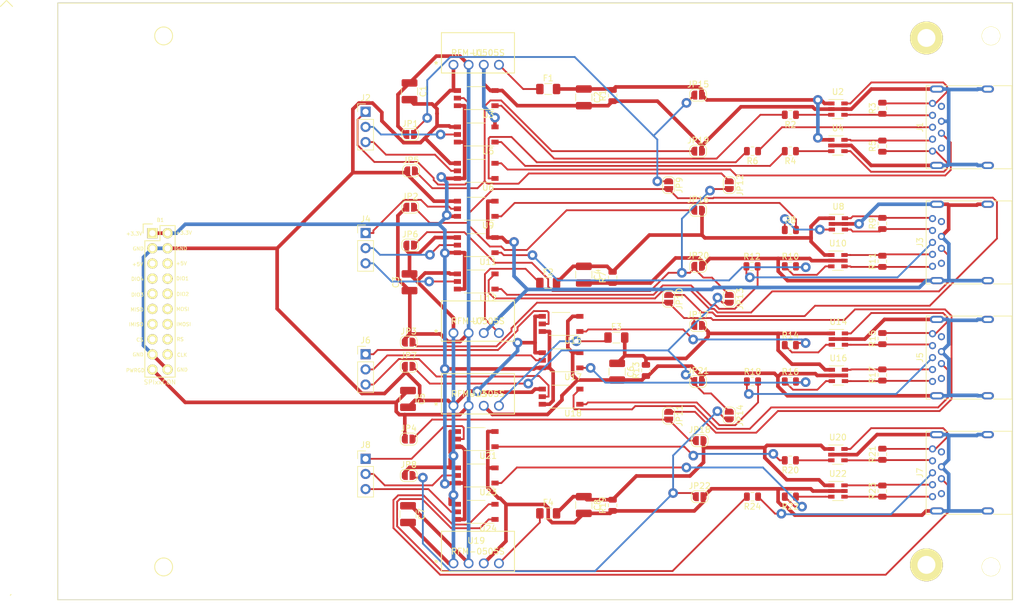
<source format=kicad_pcb>
(kicad_pcb (version 20171130) (host pcbnew 5.0.2+dfsg1-1)
  (layers (0 F.Cu signal) (31 B.Cu signal) (34 B.Paste user) (35 F.Paste user) (36 B.SilkS user) (37 F.SilkS user) (38 B.Mask user) (39 F.Mask user) (44 Edge.Cuts user))
  (net 0 "")
  (net 1 +5V)
  (net 2 GND)
  (net 3 "Net-(F1-Pad1)")
  (net 4 "Net-(J1-Pad1)")
  (net 5 "Net-(J1-Pad4)")
  (net 6 +3V3)
  (net 7 "Net-(B1-Pad5)")
  (net 8 "Net-(B1-Pad6)")
  (net 9 "Net-(B1-Pad7)")
  (net 10 "Net-(B1-Pad8)")
  (net 11 "Net-(B1-Pad9)")
  (net 12 "Net-(B1-Pad10)")
  (net 13 "Net-(B1-Pad11)")
  (net 14 "Net-(B1-Pad12)")
  (net 15 "Net-(B1-Pad13)")
  (net 16 "Net-(B1-Pad14)")
  (net 17 "Net-(B1-Pad15)")
  (net 18 "Net-(B1-Pad16)")
  (net 19 "Net-(B1-Pad18)")
  (net 20 ch1gnd)
  (net 21 ch1+5)
  (net 22 ch2+5)
  (net 23 ch2gnd)
  (net 24 ch3+5)
  (net 25 ch3gnd)
  (net 26 ch4gnd)
  (net 27 ch4+5)
  (net 28 "Net-(F2-Pad1)")
  (net 29 "Net-(F3-Pad1)")
  (net 30 "Net-(F4-Pad1)")
  (net 31 /CHANNEL_1/DATA-)
  (net 32 /CHANNEL_1/DATA+)
  (net 33 /CHANNEL_1/5V_SENSE)
  (net 34 /CHANNEL_1/CLK-)
  (net 35 /CHANNEL_1/CLK+)
  (net 36 /CHANNEL_1/0V_SENSE)
  (net 37 /CHANNEL_1/CLK)
  (net 38 /CHANNEL_1/DATA)
  (net 39 /CHANNEL_1/LINK_OK)
  (net 40 "Net-(J3-Pad1)")
  (net 41 /CHANNEL_2/0V_SENSE)
  (net 42 "Net-(J3-Pad4)")
  (net 43 /CHANNEL_2/CLK+)
  (net 44 /CHANNEL_2/CLK-)
  (net 45 /CHANNEL_2/5V_SENSE)
  (net 46 /CHANNEL_2/DATA+)
  (net 47 /CHANNEL_2/DATA-)
  (net 48 /CHANNEL_2/LINK_OK)
  (net 49 /CHANNEL_2/DATA)
  (net 50 /CHANNEL_2/CLK)
  (net 51 "Net-(J5-Pad1)")
  (net 52 /CHANNEL_3/0V_SENSE)
  (net 53 "Net-(J5-Pad4)")
  (net 54 /CHANNEL_3/CLK+)
  (net 55 /CHANNEL_3/CLK-)
  (net 56 /CHANNEL_3/5V_SENSE)
  (net 57 /CHANNEL_3/DATA+)
  (net 58 /CHANNEL_3/DATA-)
  (net 59 /CHANNEL_3/CLK)
  (net 60 /CHANNEL_3/DATA)
  (net 61 /CHANNEL_3/LINK_OK)
  (net 62 /CHANNEL_4/DATA-)
  (net 63 /CHANNEL_4/DATA+)
  (net 64 /CHANNEL_4/5V_SENSE)
  (net 65 /CHANNEL_4/CLK-)
  (net 66 /CHANNEL_4/CLK+)
  (net 67 "Net-(J7-Pad4)")
  (net 68 /CHANNEL_4/0V_SENSE)
  (net 69 "Net-(J7-Pad1)")
  (net 70 /CHANNEL_4/LINK_OK)
  (net 71 /CHANNEL_4/DATA)
  (net 72 /CHANNEL_4/CLK)
  (net 73 "Net-(JP1-Pad2)")
  (net 74 "Net-(JP10-Pad1)")
  (net 75 "Net-(JP10-Pad2)")
  (net 76 "Net-(JP11-Pad2)")
  (net 77 "Net-(JP12-Pad1)")
  (net 78 "Net-(JP12-Pad2)")
  (net 79 "Net-(JP13-Pad2)")
  (net 80 "Net-(JP14-Pad2)")
  (net 81 "Net-(R2-Pad1)")
  (net 82 "Net-(R2-Pad2)")
  (net 83 "Net-(R4-Pad2)")
  (net 84 "Net-(R4-Pad1)")
  (net 85 "Net-(R6-Pad2)")
  (net 86 "Net-(R8-Pad2)")
  (net 87 "Net-(R8-Pad1)")
  (net 88 "Net-(R10-Pad1)")
  (net 89 "Net-(R10-Pad2)")
  (net 90 "Net-(R12-Pad2)")
  (net 91 "Net-(R14-Pad1)")
  (net 92 "Net-(R14-Pad2)")
  (net 93 "Net-(R16-Pad2)")
  (net 94 "Net-(R16-Pad1)")
  (net 95 "Net-(R18-Pad2)")
  (net 96 "Net-(R20-Pad1)")
  (net 97 "Net-(R20-Pad2)")
  (net 98 "Net-(R22-Pad2)")
  (net 99 "Net-(R22-Pad1)")
  (net 100 "Net-(R24-Pad2)")
  (module Controle:Eurocard_template_editado (layer F.Cu) (at 262.716 143.142 180)
    (fp_text reference " " hide)
    (fp_text value C64AC)
    (pad 1 thru_hole circle (at 14.3891 5.842 180) (size 5.5 5.5) (drill 3) (layers *.Cu *.Mask F.SilkS))
    (pad 0 thru_hole circle (at 3.57 94.5 180) (size 3 3) (drill 3) (layers *.Cu *.Mask F.SilkS))
    (pad 0 thru_hole circle (at 3.57 5.5 180) (size 3 3) (drill 3) (layers *.Cu *.Mask F.SilkS))
    (pad 1 thru_hole circle (at 14.3891 94.158 180) (size 5.5 5.5) (drill 3) (layers *.Cu *.Mask F.SilkS))
  )
  (module Pin_Headers:Pin_Header_Straight_2x10 (layer F.Cu) (at 118.596 81.703)
    (fp_text reference B1 (at 1.3255 -2.2004) (layer F.SilkS) (effects (font (size 0.6 0.6) (thickness 0.1))))
    (fp_text value SPIxxCON (at 1.2493 24.9776) (layer F.SilkS) (effects (font (size 0.75 0.75) (thickness 0.1))))
    (pad 1 thru_hole rect (at 0 0) (size 1.7272 1.7272) (drill 1.016) (layers *.Cu *.Mask F.SilkS) (net 6 +3V3))
    (pad 2 thru_hole oval (at 2.54 0) (size 1.7272 1.7272) (drill 1.016) (layers *.Cu *.Mask F.SilkS) (net 6 +3V3))
    (pad 3 thru_hole oval (at 0 2.54) (size 1.7272 1.7272) (drill 1.016) (layers *.Cu *.Mask F.SilkS) (net 2 GND))
    (pad 4 thru_hole oval (at 2.54 2.54) (size 1.7272 1.7272) (drill 1.016) (layers *.Cu *.Mask F.SilkS) (net 2 GND))
    (pad 5 thru_hole oval (at 0 5.08) (size 1.7272 1.7272) (drill 1.016) (layers *.Cu *.Mask F.SilkS) (net 7 "Net-(B1-Pad5)"))
    (pad 6 thru_hole oval (at 2.54 5.08) (size 1.7272 1.7272) (drill 1.016) (layers *.Cu *.Mask F.SilkS) (net 8 "Net-(B1-Pad6)"))
    (pad 7 thru_hole oval (at 0 7.62) (size 1.7272 1.7272) (drill 1.016) (layers *.Cu *.Mask F.SilkS) (net 9 "Net-(B1-Pad7)"))
    (pad 8 thru_hole oval (at 2.54 7.62) (size 1.7272 1.7272) (drill 1.016) (layers *.Cu *.Mask F.SilkS) (net 10 "Net-(B1-Pad8)"))
    (pad 9 thru_hole oval (at 0 10.16) (size 1.7272 1.7272) (drill 1.016) (layers *.Cu *.Mask F.SilkS) (net 11 "Net-(B1-Pad9)"))
    (pad 10 thru_hole oval (at 2.54 10.16) (size 1.7272 1.7272) (drill 1.016) (layers *.Cu *.Mask F.SilkS) (net 12 "Net-(B1-Pad10)"))
    (pad 11 thru_hole oval (at 0 12.7) (size 1.7272 1.7272) (drill 1.016) (layers *.Cu *.Mask F.SilkS) (net 13 "Net-(B1-Pad11)"))
    (pad 12 thru_hole oval (at 2.54 12.7) (size 1.7272 1.7272) (drill 1.016) (layers *.Cu *.Mask F.SilkS) (net 14 "Net-(B1-Pad12)"))
    (pad 13 thru_hole oval (at 0 15.24) (size 1.7272 1.7272) (drill 1.016) (layers *.Cu *.Mask F.SilkS) (net 15 "Net-(B1-Pad13)"))
    (pad 14 thru_hole oval (at 2.54 15.24) (size 1.7272 1.7272) (drill 1.016) (layers *.Cu *.Mask F.SilkS) (net 16 "Net-(B1-Pad14)"))
    (pad 15 thru_hole oval (at 0 17.78) (size 1.7272 1.7272) (drill 1.016) (layers *.Cu *.Mask F.SilkS) (net 17 "Net-(B1-Pad15)"))
    (pad 16 thru_hole oval (at 2.54 17.78) (size 1.7272 1.7272) (drill 1.016) (layers *.Cu *.Mask F.SilkS) (net 18 "Net-(B1-Pad16)"))
    (pad 17 thru_hole oval (at 0 20.32) (size 1.7272 1.7272) (drill 1.016) (layers *.Cu *.Mask F.SilkS) (net 2 GND))
    (pad 18 thru_hole oval (at 2.54 20.32) (size 1.7272 1.7272) (drill 1.016) (layers *.Cu *.Mask F.SilkS) (net 19 "Net-(B1-Pad18)"))
    (pad 19 thru_hole oval (at 0 22.86) (size 1.7272 1.7272) (drill 1.016) (layers *.Cu *.Mask F.SilkS) (net 1 +5V))
    (pad 20 thru_hole oval (at 2.54 22.86) (size 1.7272 1.7272) (drill 1.016) (layers *.Cu *.Mask F.SilkS) (net 2 GND))
  )
  (module Capacitor_SMD:C_1210_3225Metric (layer F.Cu) (at 161.688 57.922 270)
    (fp_text reference C1 (at 0 -2.28 270) (layer F.SilkS))
    (fp_text value 10u)
    (pad 1 smd roundrect (at -1.4 0 270) (size 1.25 2.65) (layers F.Cu F.Paste F.Mask) (roundrect_rratio 0.2) (net 1 +5V))
    (pad 2 smd roundrect (at 1.4 0 270) (size 1.25 2.65) (layers F.Cu F.Paste F.Mask) (roundrect_rratio 0.2) (net 2 GND))
  )
  (module Capacitor_SMD:C_1210_3225Metric (layer F.Cu) (at 190.898 58.938 270)
    (fp_text reference C2 (at 0 -2.28 270) (layer F.SilkS))
    (fp_text value 10u)
    (pad 2 smd roundrect (at 1.4 0 270) (size 1.25 2.65) (layers F.Cu F.Paste F.Mask) (roundrect_rratio 0.2) (net 20 ch1gnd))
    (pad 1 smd roundrect (at -1.4 0 270) (size 1.25 2.65) (layers F.Cu F.Paste F.Mask) (roundrect_rratio 0.2) (net 21 ch1+5))
  )
  (module Capacitor_SMD:C_1210_3225Metric (layer F.Cu) (at 161.688 89.932 90)
    (fp_text reference C3 (at 0 -2.28 90) (layer F.SilkS))
    (fp_text value 10u)
    (pad 2 smd roundrect (at 1.4 0 90) (size 1.25 2.65) (layers F.Cu F.Paste F.Mask) (roundrect_rratio 0.2) (net 2 GND))
    (pad 1 smd roundrect (at -1.4 0 90) (size 1.25 2.65) (layers F.Cu F.Paste F.Mask) (roundrect_rratio 0.2) (net 1 +5V))
  )
  (module Capacitor_SMD:C_1210_3225Metric (layer F.Cu) (at 190.898 88.656 270)
    (fp_text reference C4 (at 0 -2.28 270) (layer F.SilkS))
    (fp_text value 10u)
    (pad 1 smd roundrect (at -1.4 0 270) (size 1.25 2.65) (layers F.Cu F.Paste F.Mask) (roundrect_rratio 0.2) (net 22 ch2+5))
    (pad 2 smd roundrect (at 1.4 0 270) (size 1.25 2.65) (layers F.Cu F.Paste F.Mask) (roundrect_rratio 0.2) (net 23 ch2gnd))
  )
  (module Capacitor_SMD:C_1210_3225Metric (layer F.Cu) (at 161.434 109.484 270)
    (fp_text reference C5 (at 0 -2.28 270) (layer F.SilkS))
    (fp_text value 10u)
    (pad 2 smd roundrect (at 1.4 0 270) (size 1.25 2.65) (layers F.Cu F.Paste F.Mask) (roundrect_rratio 0.2) (net 2 GND))
    (pad 1 smd roundrect (at -1.4 0 270) (size 1.25 2.65) (layers F.Cu F.Paste F.Mask) (roundrect_rratio 0.2) (net 1 +5V))
  )
  (module Capacitor_SMD:C_1210_3225Metric (layer F.Cu) (at 196.486 104.918 270)
    (fp_text reference C6 (at 0 -2.28 270) (layer F.SilkS))
    (fp_text value 10u)
    (pad 1 smd roundrect (at -1.4 0 270) (size 1.25 2.65) (layers F.Cu F.Paste F.Mask) (roundrect_rratio 0.2) (net 24 ch3+5))
    (pad 2 smd roundrect (at 1.4 0 270) (size 1.25 2.65) (layers F.Cu F.Paste F.Mask) (roundrect_rratio 0.2) (net 25 ch3gnd))
  )
  (module Capacitor_SMD:C_1210_3225Metric (layer F.Cu) (at 161.434 128.794 270)
    (fp_text reference C7 (at 0 -2.28 270) (layer F.SilkS))
    (fp_text value 10u)
    (pad 1 smd roundrect (at -1.4 0 270) (size 1.25 2.65) (layers F.Cu F.Paste F.Mask) (roundrect_rratio 0.2) (net 1 +5V))
    (pad 2 smd roundrect (at 1.4 0 270) (size 1.25 2.65) (layers F.Cu F.Paste F.Mask) (roundrect_rratio 0.2) (net 2 GND))
  )
  (module Capacitor_SMD:C_1210_3225Metric (layer F.Cu) (at 190.898 127.264 270)
    (fp_text reference C8 (at 0 -2.28 270) (layer F.SilkS))
    (fp_text value 10u)
    (pad 2 smd roundrect (at 1.4 0 270) (size 1.25 2.65) (layers F.Cu F.Paste F.Mask) (roundrect_rratio 0.2) (net 26 ch4gnd))
    (pad 1 smd roundrect (at -1.4 0 270) (size 1.25 2.65) (layers F.Cu F.Paste F.Mask) (roundrect_rratio 0.2) (net 27 ch4+5))
  )
  (module Fuse:Fuse_1206_3216Metric (layer F.Cu) (at 184.932 57.544)
    (fp_text reference F1 (at 0 -1.82) (layer F.SilkS))
    (fp_text value Protc)
    (pad 1 smd roundrect (at -1.4 0) (size 1.25 1.75) (layers F.Cu F.Paste F.Mask) (roundrect_rratio 0.2) (net 3 "Net-(F1-Pad1)"))
    (pad 2 smd roundrect (at 1.4 0) (size 1.25 1.75) (layers F.Cu F.Paste F.Mask) (roundrect_rratio 0.2) (net 21 ch1+5))
  )
  (module Fuse:Fuse_1206_3216Metric (layer F.Cu) (at 184.926 90.056)
    (fp_text reference F2 (at 0 -1.82) (layer F.SilkS))
    (fp_text value Protc)
    (pad 1 smd roundrect (at -1.4 0) (size 1.25 1.75) (layers F.Cu F.Paste F.Mask) (roundrect_rratio 0.2) (net 28 "Net-(F2-Pad1)"))
    (pad 2 smd roundrect (at 1.4 0) (size 1.25 1.75) (layers F.Cu F.Paste F.Mask) (roundrect_rratio 0.2) (net 22 ch2+5))
  )
  (module Fuse:Fuse_1206_3216Metric (layer F.Cu) (at 196.356 99.2)
    (fp_text reference F3 (at 0 -1.82) (layer F.SilkS))
    (fp_text value Protc)
    (pad 2 smd roundrect (at 1.4 0) (size 1.25 1.75) (layers F.Cu F.Paste F.Mask) (roundrect_rratio 0.2) (net 24 ch3+5))
    (pad 1 smd roundrect (at -1.4 0) (size 1.25 1.75) (layers F.Cu F.Paste F.Mask) (roundrect_rratio 0.2) (net 29 "Net-(F3-Pad1)"))
  )
  (module Fuse:Fuse_1206_3216Metric (layer F.Cu) (at 184.932 128.664)
    (fp_text reference F4 (at 0 -1.82) (layer F.SilkS))
    (fp_text value Protc)
    (pad 2 smd roundrect (at 1.4 0) (size 1.25 1.75) (layers F.Cu F.Paste F.Mask) (roundrect_rratio 0.2) (net 27 ch4+5))
    (pad 1 smd roundrect (at -1.4 0) (size 1.25 1.75) (layers F.Cu F.Paste F.Mask) (roundrect_rratio 0.2) (net 30 "Net-(F4-Pad1)"))
  )
  (module Connector_USB:USB3_A_Molex_48393-001 (layer F.Cu) (at 250.842 67.45 90)
    (fp_text reference J1 (at 3.5 -3.6 90) (layer F.SilkS))
    (fp_text value USB3_A)
    (pad 10 thru_hole oval (at -2.9 7.75 90) (size 1.2 2.1) (drill oval 0.6 1.4) (layers *.Cu *.Mask) (net 20 ch1gnd))
    (pad 10 thru_hole oval (at 9.9 7.75 90) (size 1.2 2.1) (drill oval 0.6 1.4) (layers *.Cu *.Mask) (net 20 ch1gnd))
    (pad 10 thru_hole oval (at -2.9 -0.75 90) (size 1.2 2.4) (drill oval 0.6 1.7) (layers *.Cu *.Mask) (net 20 ch1gnd))
    (pad 10 thru_hole oval (at 9.9 -0.75 90) (size 1.2 2.4) (drill oval 0.6 1.7) (layers *.Cu *.Mask) (net 20 ch1gnd))
    (pad 9 thru_hole circle (at -0.5 -1.5 90) (size 1.2 1.2) (drill 0.7) (layers *.Cu *.Mask) (net 31 /CHANNEL_1/DATA-))
    (pad 8 thru_hole circle (at 1.5 -1.5 90) (size 1.2 1.2) (drill 0.7) (layers *.Cu *.Mask) (net 32 /CHANNEL_1/DATA+))
    (pad 7 thru_hole circle (at 3.5 -1.5 90) (size 1.2 1.2) (drill 0.7) (layers *.Cu *.Mask) (net 33 /CHANNEL_1/5V_SENSE))
    (pad 6 thru_hole circle (at 5.5 -1.5 90) (size 1.2 1.2) (drill 0.7) (layers *.Cu *.Mask) (net 34 /CHANNEL_1/CLK-))
    (pad 5 thru_hole circle (at 7.5 -1.5 90) (size 1.2 1.2) (drill 0.7) (layers *.Cu *.Mask) (net 35 /CHANNEL_1/CLK+))
    (pad 4 thru_hole circle (at 7 0 90) (size 1.2 1.2) (drill 0.7) (layers *.Cu *.Mask) (net 5 "Net-(J1-Pad4)"))
    (pad 3 thru_hole circle (at 4.5 0 90) (size 1.2 1.2) (drill 0.7) (layers *.Cu *.Mask) (net 20 ch1gnd))
    (pad 2 thru_hole circle (at 2.5 0 90) (size 1.2 1.2) (drill 0.7) (layers *.Cu *.Mask) (net 36 /CHANNEL_1/0V_SENSE))
    (pad 1 thru_hole circle (at 0 0 90) (size 1.2 1.2) (drill 0.7) (layers *.Cu *.Mask) (net 4 "Net-(J1-Pad1)"))
  )
  (module Connector_PinHeader_2.54mm:PinHeader_1x03_P2.54mm_Vertical (layer F.Cu) (at 154.322 61.354)
    (fp_text reference J2 (at 0 -2.33) (layer F.SilkS))
    (fp_text value Conn_01x03)
    (pad 1 thru_hole rect (at 0 0) (size 1.7 1.7) (drill 1) (layers *.Cu *.Mask) (net 37 /CHANNEL_1/CLK))
    (pad 2 thru_hole oval (at 0 2.54) (size 1.7 1.7) (drill 1) (layers *.Cu *.Mask) (net 38 /CHANNEL_1/DATA))
    (pad 3 thru_hole oval (at 0 5.08) (size 1.7 1.7) (drill 1) (layers *.Cu *.Mask) (net 39 /CHANNEL_1/LINK_OK))
  )
  (module Connector_USB:USB3_A_Molex_48393-001 (layer F.Cu) (at 250.842 86.754 90)
    (fp_text reference J3 (at 3.5 -3.6 90) (layer F.SilkS))
    (fp_text value USB3_A)
    (pad 1 thru_hole circle (at 0 0 90) (size 1.2 1.2) (drill 0.7) (layers *.Cu *.Mask) (net 40 "Net-(J3-Pad1)"))
    (pad 2 thru_hole circle (at 2.5 0 90) (size 1.2 1.2) (drill 0.7) (layers *.Cu *.Mask) (net 41 /CHANNEL_2/0V_SENSE))
    (pad 3 thru_hole circle (at 4.5 0 90) (size 1.2 1.2) (drill 0.7) (layers *.Cu *.Mask) (net 23 ch2gnd))
    (pad 4 thru_hole circle (at 7 0 90) (size 1.2 1.2) (drill 0.7) (layers *.Cu *.Mask) (net 42 "Net-(J3-Pad4)"))
    (pad 5 thru_hole circle (at 7.5 -1.5 90) (size 1.2 1.2) (drill 0.7) (layers *.Cu *.Mask) (net 43 /CHANNEL_2/CLK+))
    (pad 6 thru_hole circle (at 5.5 -1.5 90) (size 1.2 1.2) (drill 0.7) (layers *.Cu *.Mask) (net 44 /CHANNEL_2/CLK-))
    (pad 7 thru_hole circle (at 3.5 -1.5 90) (size 1.2 1.2) (drill 0.7) (layers *.Cu *.Mask) (net 45 /CHANNEL_2/5V_SENSE))
    (pad 8 thru_hole circle (at 1.5 -1.5 90) (size 1.2 1.2) (drill 0.7) (layers *.Cu *.Mask) (net 46 /CHANNEL_2/DATA+))
    (pad 9 thru_hole circle (at -0.5 -1.5 90) (size 1.2 1.2) (drill 0.7) (layers *.Cu *.Mask) (net 47 /CHANNEL_2/DATA-))
    (pad 10 thru_hole oval (at 9.9 -0.75 90) (size 1.2 2.4) (drill oval 0.6 1.7) (layers *.Cu *.Mask) (net 23 ch2gnd))
    (pad 10 thru_hole oval (at -2.9 -0.75 90) (size 1.2 2.4) (drill oval 0.6 1.7) (layers *.Cu *.Mask) (net 23 ch2gnd))
    (pad 10 thru_hole oval (at 9.9 7.75 90) (size 1.2 2.1) (drill oval 0.6 1.4) (layers *.Cu *.Mask) (net 23 ch2gnd))
    (pad 10 thru_hole oval (at -2.9 7.75 90) (size 1.2 2.1) (drill oval 0.6 1.4) (layers *.Cu *.Mask) (net 23 ch2gnd))
  )
  (module Connector_PinHeader_2.54mm:PinHeader_1x03_P2.54mm_Vertical (layer F.Cu) (at 154.322 81.674)
    (fp_text reference J4 (at 0 -2.33) (layer F.SilkS))
    (fp_text value Conn_01x03)
    (pad 3 thru_hole oval (at 0 5.08) (size 1.7 1.7) (drill 1) (layers *.Cu *.Mask) (net 48 /CHANNEL_2/LINK_OK))
    (pad 2 thru_hole oval (at 0 2.54) (size 1.7 1.7) (drill 1) (layers *.Cu *.Mask) (net 49 /CHANNEL_2/DATA))
    (pad 1 thru_hole rect (at 0 0) (size 1.7 1.7) (drill 1) (layers *.Cu *.Mask) (net 50 /CHANNEL_2/CLK))
  )
  (module Connector_USB:USB3_A_Molex_48393-001 (layer F.Cu) (at 250.842 106.058 90)
    (fp_text reference J5 (at 3.5 -3.6 90) (layer F.SilkS))
    (fp_text value USB3_A)
    (pad 1 thru_hole circle (at 0 0 90) (size 1.2 1.2) (drill 0.7) (layers *.Cu *.Mask) (net 51 "Net-(J5-Pad1)"))
    (pad 2 thru_hole circle (at 2.5 0 90) (size 1.2 1.2) (drill 0.7) (layers *.Cu *.Mask) (net 52 /CHANNEL_3/0V_SENSE))
    (pad 3 thru_hole circle (at 4.5 0 90) (size 1.2 1.2) (drill 0.7) (layers *.Cu *.Mask) (net 25 ch3gnd))
    (pad 4 thru_hole circle (at 7 0 90) (size 1.2 1.2) (drill 0.7) (layers *.Cu *.Mask) (net 53 "Net-(J5-Pad4)"))
    (pad 5 thru_hole circle (at 7.5 -1.5 90) (size 1.2 1.2) (drill 0.7) (layers *.Cu *.Mask) (net 54 /CHANNEL_3/CLK+))
    (pad 6 thru_hole circle (at 5.5 -1.5 90) (size 1.2 1.2) (drill 0.7) (layers *.Cu *.Mask) (net 55 /CHANNEL_3/CLK-))
    (pad 7 thru_hole circle (at 3.5 -1.5 90) (size 1.2 1.2) (drill 0.7) (layers *.Cu *.Mask) (net 56 /CHANNEL_3/5V_SENSE))
    (pad 8 thru_hole circle (at 1.5 -1.5 90) (size 1.2 1.2) (drill 0.7) (layers *.Cu *.Mask) (net 57 /CHANNEL_3/DATA+))
    (pad 9 thru_hole circle (at -0.5 -1.5 90) (size 1.2 1.2) (drill 0.7) (layers *.Cu *.Mask) (net 58 /CHANNEL_3/DATA-))
    (pad 10 thru_hole oval (at 9.9 -0.75 90) (size 1.2 2.4) (drill oval 0.6 1.7) (layers *.Cu *.Mask) (net 25 ch3gnd))
    (pad 10 thru_hole oval (at -2.9 -0.75 90) (size 1.2 2.4) (drill oval 0.6 1.7) (layers *.Cu *.Mask) (net 25 ch3gnd))
    (pad 10 thru_hole oval (at 9.9 7.75 90) (size 1.2 2.1) (drill oval 0.6 1.4) (layers *.Cu *.Mask) (net 25 ch3gnd))
    (pad 10 thru_hole oval (at -2.9 7.75 90) (size 1.2 2.1) (drill oval 0.6 1.4) (layers *.Cu *.Mask) (net 25 ch3gnd))
  )
  (module Connector_PinHeader_2.54mm:PinHeader_1x03_P2.54mm_Vertical (layer F.Cu) (at 154.322 101.994)
    (fp_text reference J6 (at 0 -2.33) (layer F.SilkS))
    (fp_text value Conn_01x03)
    (pad 1 thru_hole rect (at 0 0) (size 1.7 1.7) (drill 1) (layers *.Cu *.Mask) (net 59 /CHANNEL_3/CLK))
    (pad 2 thru_hole oval (at 0 2.54) (size 1.7 1.7) (drill 1) (layers *.Cu *.Mask) (net 60 /CHANNEL_3/DATA))
    (pad 3 thru_hole oval (at 0 5.08) (size 1.7 1.7) (drill 1) (layers *.Cu *.Mask) (net 61 /CHANNEL_3/LINK_OK))
  )
  (module Connector_USB:USB3_A_Molex_48393-001 (layer F.Cu) (at 250.842 125.362 90)
    (fp_text reference J7 (at 3.5 -3.6 90) (layer F.SilkS))
    (fp_text value USB3_A)
    (pad 10 thru_hole oval (at -2.9 7.75 90) (size 1.2 2.1) (drill oval 0.6 1.4) (layers *.Cu *.Mask) (net 26 ch4gnd))
    (pad 10 thru_hole oval (at 9.9 7.75 90) (size 1.2 2.1) (drill oval 0.6 1.4) (layers *.Cu *.Mask) (net 26 ch4gnd))
    (pad 10 thru_hole oval (at -2.9 -0.75 90) (size 1.2 2.4) (drill oval 0.6 1.7) (layers *.Cu *.Mask) (net 26 ch4gnd))
    (pad 10 thru_hole oval (at 9.9 -0.75 90) (size 1.2 2.4) (drill oval 0.6 1.7) (layers *.Cu *.Mask) (net 26 ch4gnd))
    (pad 9 thru_hole circle (at -0.5 -1.5 90) (size 1.2 1.2) (drill 0.7) (layers *.Cu *.Mask) (net 62 /CHANNEL_4/DATA-))
    (pad 8 thru_hole circle (at 1.5 -1.5 90) (size 1.2 1.2) (drill 0.7) (layers *.Cu *.Mask) (net 63 /CHANNEL_4/DATA+))
    (pad 7 thru_hole circle (at 3.5 -1.5 90) (size 1.2 1.2) (drill 0.7) (layers *.Cu *.Mask) (net 64 /CHANNEL_4/5V_SENSE))
    (pad 6 thru_hole circle (at 5.5 -1.5 90) (size 1.2 1.2) (drill 0.7) (layers *.Cu *.Mask) (net 65 /CHANNEL_4/CLK-))
    (pad 5 thru_hole circle (at 7.5 -1.5 90) (size 1.2 1.2) (drill 0.7) (layers *.Cu *.Mask) (net 66 /CHANNEL_4/CLK+))
    (pad 4 thru_hole circle (at 7 0 90) (size 1.2 1.2) (drill 0.7) (layers *.Cu *.Mask) (net 67 "Net-(J7-Pad4)"))
    (pad 3 thru_hole circle (at 4.5 0 90) (size 1.2 1.2) (drill 0.7) (layers *.Cu *.Mask) (net 26 ch4gnd))
    (pad 2 thru_hole circle (at 2.5 0 90) (size 1.2 1.2) (drill 0.7) (layers *.Cu *.Mask) (net 68 /CHANNEL_4/0V_SENSE))
    (pad 1 thru_hole circle (at 0 0 90) (size 1.2 1.2) (drill 0.7) (layers *.Cu *.Mask) (net 69 "Net-(J7-Pad1)"))
  )
  (module Connector_PinHeader_2.54mm:PinHeader_1x03_P2.54mm_Vertical (layer F.Cu) (at 154.322 119.52)
    (fp_text reference J8 (at 0 -2.33) (layer F.SilkS))
    (fp_text value Conn_01x03)
    (pad 3 thru_hole oval (at 0 5.08) (size 1.7 1.7) (drill 1) (layers *.Cu *.Mask) (net 70 /CHANNEL_4/LINK_OK))
    (pad 2 thru_hole oval (at 0 2.54) (size 1.7 1.7) (drill 1) (layers *.Cu *.Mask) (net 71 /CHANNEL_4/DATA))
    (pad 1 thru_hole rect (at 0 0) (size 1.7 1.7) (drill 1) (layers *.Cu *.Mask) (net 72 /CHANNEL_4/CLK))
  )
  (module Jumper:SolderJumper-2_P1.3mm_Open_RoundedPad1.0x1.5mm (layer F.Cu) (at 161.8 65.164)
    (fp_text reference JP1 (at 0 -1.8) (layer F.SilkS))
    (fp_text value ch1_5_g5)
    (pad 1 smd custom (at -0.65 0) (size 1 0.5) (layers F.Cu F.Mask) (net 1 +5V) (options (clearance outline) (anchor rect)) (primitives (gr_circle (center 0 0.25) (end 0.5 0.25) (width 0)) (gr_circle (center 0 -0.25) (end 0.5 -0.25) (width 0)) (gr_poly (pts (xy 0 -0.75) (xy 0.5 -0.75) (xy 0.5 0.75) (xy 0 0.75)) (width 0))))
    (pad 2 smd custom (at 0.65 0) (size 1 0.5) (layers F.Cu F.Mask) (net 73 "Net-(JP1-Pad2)") (options (clearance outline) (anchor rect)) (primitives (gr_circle (center 0 0.25) (end 0.5 0.25) (width 0)) (gr_circle (center 0 -0.25) (end 0.5 -0.25) (width 0)) (gr_poly (pts (xy 0 -0.75) (xy -0.5 -0.75) (xy -0.5 0.75) (xy 0 0.75)) (width 0))))
  )
  (module Jumper:SolderJumper-2_P1.3mm_Open_RoundedPad1.0x1.5mm (layer F.Cu) (at 161.8 77.356)
    (fp_text reference JP2 (at 0 -1.8) (layer F.SilkS))
    (fp_text value ch2_5_g5)
    (pad 2 smd custom (at 0.65 0) (size 1 0.5) (layers F.Cu F.Mask) (net 74 "Net-(JP10-Pad1)") (options (clearance outline) (anchor rect)) (primitives (gr_circle (center 0 0.25) (end 0.5 0.25) (width 0)) (gr_circle (center 0 -0.25) (end 0.5 -0.25) (width 0)) (gr_poly (pts (xy 0 -0.75) (xy -0.5 -0.75) (xy -0.5 0.75) (xy 0 0.75)) (width 0))))
    (pad 1 smd custom (at -0.65 0) (size 1 0.5) (layers F.Cu F.Mask) (net 1 +5V) (options (clearance outline) (anchor rect)) (primitives (gr_circle (center 0 0.25) (end 0.5 0.25) (width 0)) (gr_circle (center 0 -0.25) (end 0.5 -0.25) (width 0)) (gr_poly (pts (xy 0 -0.75) (xy 0.5 -0.75) (xy 0.5 0.75) (xy 0 0.75)) (width 0))))
  )
  (module Jumper:SolderJumper-2_P1.3mm_Open_RoundedPad1.0x1.5mm (layer F.Cu) (at 161.546 99.962)
    (fp_text reference JP3 (at 0 -1.8) (layer F.SilkS))
    (fp_text value ch3_5_g5)
    (pad 2 smd custom (at 0.65 0) (size 1 0.5) (layers F.Cu F.Mask) (net 75 "Net-(JP10-Pad2)") (options (clearance outline) (anchor rect)) (primitives (gr_circle (center 0 0.25) (end 0.5 0.25) (width 0)) (gr_circle (center 0 -0.25) (end 0.5 -0.25) (width 0)) (gr_poly (pts (xy 0 -0.75) (xy -0.5 -0.75) (xy -0.5 0.75) (xy 0 0.75)) (width 0))))
    (pad 1 smd custom (at -0.65 0) (size 1 0.5) (layers F.Cu F.Mask) (net 1 +5V) (options (clearance outline) (anchor rect)) (primitives (gr_circle (center 0 0.25) (end 0.5 0.25) (width 0)) (gr_circle (center 0 -0.25) (end 0.5 -0.25) (width 0)) (gr_poly (pts (xy 0 -0.75) (xy 0.5 -0.75) (xy 0.5 0.75) (xy 0 0.75)) (width 0))))
  )
  (module Jumper:SolderJumper-2_P1.3mm_Open_RoundedPad1.0x1.5mm (layer F.Cu) (at 161.546 116.218)
    (fp_text reference JP4 (at 0 -1.8) (layer F.SilkS))
    (fp_text value ch4_5_g5)
    (pad 1 smd custom (at -0.65 0) (size 1 0.5) (layers F.Cu F.Mask) (net 1 +5V) (options (clearance outline) (anchor rect)) (primitives (gr_circle (center 0 0.25) (end 0.5 0.25) (width 0)) (gr_circle (center 0 -0.25) (end 0.5 -0.25) (width 0)) (gr_poly (pts (xy 0 -0.75) (xy 0.5 -0.75) (xy 0.5 0.75) (xy 0 0.75)) (width 0))))
    (pad 2 smd custom (at 0.65 0) (size 1 0.5) (layers F.Cu F.Mask) (net 76 "Net-(JP11-Pad2)") (options (clearance outline) (anchor rect)) (primitives (gr_circle (center 0 0.25) (end 0.5 0.25) (width 0)) (gr_circle (center 0 -0.25) (end 0.5 -0.25) (width 0)) (gr_poly (pts (xy 0 -0.75) (xy -0.5 -0.75) (xy -0.5 0.75) (xy 0 0.75)) (width 0))))
  )
  (module Jumper:SolderJumper-2_P1.3mm_Open_RoundedPad1.0x1.5mm (layer F.Cu) (at 161.942 71.26)
    (fp_text reference JP5 (at 0 -1.8) (layer F.SilkS))
    (fp_text value ch1_gnd_ggnd)
    (pad 2 smd custom (at 0.65 0) (size 1 0.5) (layers F.Cu F.Mask) (net 77 "Net-(JP12-Pad1)") (options (clearance outline) (anchor rect)) (primitives (gr_circle (center 0 0.25) (end 0.5 0.25) (width 0)) (gr_circle (center 0 -0.25) (end 0.5 -0.25) (width 0)) (gr_poly (pts (xy 0 -0.75) (xy -0.5 -0.75) (xy -0.5 0.75) (xy 0 0.75)) (width 0))))
    (pad 1 smd custom (at -0.65 0) (size 1 0.5) (layers F.Cu F.Mask) (net 2 GND) (options (clearance outline) (anchor rect)) (primitives (gr_circle (center 0 0.25) (end 0.5 0.25) (width 0)) (gr_circle (center 0 -0.25) (end 0.5 -0.25) (width 0)) (gr_poly (pts (xy 0 -0.75) (xy 0.5 -0.75) (xy 0.5 0.75) (xy 0 0.75)) (width 0))))
  )
  (module Jumper:SolderJumper-2_P1.3mm_Open_RoundedPad1.0x1.5mm (layer F.Cu) (at 161.8 83.706)
    (fp_text reference JP6 (at 0 -1.8) (layer F.SilkS))
    (fp_text value ch2_gnd_ggnd)
    (pad 1 smd custom (at -0.65 0) (size 1 0.5) (layers F.Cu F.Mask) (net 2 GND) (options (clearance outline) (anchor rect)) (primitives (gr_circle (center 0 0.25) (end 0.5 0.25) (width 0)) (gr_circle (center 0 -0.25) (end 0.5 -0.25) (width 0)) (gr_poly (pts (xy 0 -0.75) (xy 0.5 -0.75) (xy 0.5 0.75) (xy 0 0.75)) (width 0))))
    (pad 2 smd custom (at 0.65 0) (size 1 0.5) (layers F.Cu F.Mask) (net 78 "Net-(JP12-Pad2)") (options (clearance outline) (anchor rect)) (primitives (gr_circle (center 0 0.25) (end 0.5 0.25) (width 0)) (gr_circle (center 0 -0.25) (end 0.5 -0.25) (width 0)) (gr_poly (pts (xy 0 -0.75) (xy -0.5 -0.75) (xy -0.5 0.75) (xy 0 0.75)) (width 0))))
  )
  (module Jumper:SolderJumper-2_P1.3mm_Open_RoundedPad1.0x1.5mm (layer F.Cu) (at 161.546 104.026)
    (fp_text reference JP7 (at 0 -1.8) (layer F.SilkS))
    (fp_text value ch3_gnd_ggnd)
    (pad 1 smd custom (at -0.65 0) (size 1 0.5) (layers F.Cu F.Mask) (net 2 GND) (options (clearance outline) (anchor rect)) (primitives (gr_circle (center 0 0.25) (end 0.5 0.25) (width 0)) (gr_circle (center 0 -0.25) (end 0.5 -0.25) (width 0)) (gr_poly (pts (xy 0 -0.75) (xy 0.5 -0.75) (xy 0.5 0.75) (xy 0 0.75)) (width 0))))
    (pad 2 smd custom (at 0.65 0) (size 1 0.5) (layers F.Cu F.Mask) (net 79 "Net-(JP13-Pad2)") (options (clearance outline) (anchor rect)) (primitives (gr_circle (center 0 0.25) (end 0.5 0.25) (width 0)) (gr_circle (center 0 -0.25) (end 0.5 -0.25) (width 0)) (gr_poly (pts (xy 0 -0.75) (xy -0.5 -0.75) (xy -0.5 0.75) (xy 0 0.75)) (width 0))))
  )
  (module Jumper:SolderJumper-2_P1.3mm_Open_RoundedPad1.0x1.5mm (layer F.Cu) (at 161.546 122.314)
    (fp_text reference JP8 (at 0 -1.8) (layer F.SilkS))
    (fp_text value ch4_gnd_ggnd)
    (pad 1 smd custom (at -0.65 0) (size 1 0.5) (layers F.Cu F.Mask) (net 2 GND) (options (clearance outline) (anchor rect)) (primitives (gr_circle (center 0 0.25) (end 0.5 0.25) (width 0)) (gr_circle (center 0 -0.25) (end 0.5 -0.25) (width 0)) (gr_poly (pts (xy 0 -0.75) (xy 0.5 -0.75) (xy 0.5 0.75) (xy 0 0.75)) (width 0))))
    (pad 2 smd custom (at 0.65 0) (size 1 0.5) (layers F.Cu F.Mask) (net 80 "Net-(JP14-Pad2)") (options (clearance outline) (anchor rect)) (primitives (gr_circle (center 0 0.25) (end 0.5 0.25) (width 0)) (gr_circle (center 0 -0.25) (end 0.5 -0.25) (width 0)) (gr_poly (pts (xy 0 -0.75) (xy -0.5 -0.75) (xy -0.5 0.75) (xy 0 0.75)) (width 0))))
  )
  (module Jumper:SolderJumper-2_P1.3mm_Open_RoundedPad1.0x1.5mm (layer F.Cu) (at 205.122 73.658 270)
    (fp_text reference JP9 (at 0 -1.8 270) (layer F.SilkS))
    (fp_text value ch1_ch2_5)
    (pad 1 smd custom (at -0.65 0 270) (size 1 0.5) (layers F.Cu F.Mask) (net 73 "Net-(JP1-Pad2)") (options (clearance outline) (anchor rect)) (primitives (gr_circle (center 0 0.25) (end 0.5 0.25) (width 0)) (gr_circle (center 0 -0.25) (end 0.5 -0.25) (width 0)) (gr_poly (pts (xy 0 -0.75) (xy 0.5 -0.75) (xy 0.5 0.75) (xy 0 0.75)) (width 0))))
    (pad 2 smd custom (at 0.65 0 270) (size 1 0.5) (layers F.Cu F.Mask) (net 74 "Net-(JP10-Pad1)") (options (clearance outline) (anchor rect)) (primitives (gr_circle (center 0 0.25) (end 0.5 0.25) (width 0)) (gr_circle (center 0 -0.25) (end 0.5 -0.25) (width 0)) (gr_poly (pts (xy 0 -0.75) (xy -0.5 -0.75) (xy -0.5 0.75) (xy 0 0.75)) (width 0))))
  )
  (module Jumper:SolderJumper-2_P1.3mm_Open_RoundedPad1.0x1.5mm (layer F.Cu) (at 205.122 92.708 270)
    (fp_text reference JP10 (at 0 -1.8 270) (layer F.SilkS))
    (fp_text value ch2_ch3_5)
    (pad 2 smd custom (at 0.65 0 270) (size 1 0.5) (layers F.Cu F.Mask) (net 75 "Net-(JP10-Pad2)") (options (clearance outline) (anchor rect)) (primitives (gr_circle (center 0 0.25) (end 0.5 0.25) (width 0)) (gr_circle (center 0 -0.25) (end 0.5 -0.25) (width 0)) (gr_poly (pts (xy 0 -0.75) (xy -0.5 -0.75) (xy -0.5 0.75) (xy 0 0.75)) (width 0))))
    (pad 1 smd custom (at -0.65 0 270) (size 1 0.5) (layers F.Cu F.Mask) (net 74 "Net-(JP10-Pad1)") (options (clearance outline) (anchor rect)) (primitives (gr_circle (center 0 0.25) (end 0.5 0.25) (width 0)) (gr_circle (center 0 -0.25) (end 0.5 -0.25) (width 0)) (gr_poly (pts (xy 0 -0.75) (xy 0.5 -0.75) (xy 0.5 0.75) (xy 0 0.75)) (width 0))))
  )
  (module Jumper:SolderJumper-2_P1.3mm_Open_RoundedPad1.0x1.5mm (layer F.Cu) (at 205.122 112.296 270)
    (fp_text reference JP11 (at 0 -1.8 270) (layer F.SilkS))
    (fp_text value ch3_ch4_5)
    (pad 1 smd custom (at -0.65 0 270) (size 1 0.5) (layers F.Cu F.Mask) (net 75 "Net-(JP10-Pad2)") (options (clearance outline) (anchor rect)) (primitives (gr_circle (center 0 0.25) (end 0.5 0.25) (width 0)) (gr_circle (center 0 -0.25) (end 0.5 -0.25) (width 0)) (gr_poly (pts (xy 0 -0.75) (xy 0.5 -0.75) (xy 0.5 0.75) (xy 0 0.75)) (width 0))))
    (pad 2 smd custom (at 0.65 0 270) (size 1 0.5) (layers F.Cu F.Mask) (net 76 "Net-(JP11-Pad2)") (options (clearance outline) (anchor rect)) (primitives (gr_circle (center 0 0.25) (end 0.5 0.25) (width 0)) (gr_circle (center 0 -0.25) (end 0.5 -0.25) (width 0)) (gr_poly (pts (xy 0 -0.75) (xy -0.5 -0.75) (xy -0.5 0.75) (xy 0 0.75)) (width 0))))
  )
  (module Jumper:SolderJumper-2_P1.3mm_Open_RoundedPad1.0x1.5mm (layer F.Cu) (at 215.282 73.658 270)
    (fp_text reference JP12 (at 0 -1.8 270) (layer F.SilkS))
    (fp_text value ch1_ch2_gnd)
    (pad 2 smd custom (at 0.65 0 270) (size 1 0.5) (layers F.Cu F.Mask) (net 78 "Net-(JP12-Pad2)") (options (clearance outline) (anchor rect)) (primitives (gr_circle (center 0 0.25) (end 0.5 0.25) (width 0)) (gr_circle (center 0 -0.25) (end 0.5 -0.25) (width 0)) (gr_poly (pts (xy 0 -0.75) (xy -0.5 -0.75) (xy -0.5 0.75) (xy 0 0.75)) (width 0))))
    (pad 1 smd custom (at -0.65 0 270) (size 1 0.5) (layers F.Cu F.Mask) (net 77 "Net-(JP12-Pad1)") (options (clearance outline) (anchor rect)) (primitives (gr_circle (center 0 0.25) (end 0.5 0.25) (width 0)) (gr_circle (center 0 -0.25) (end 0.5 -0.25) (width 0)) (gr_poly (pts (xy 0 -0.75) (xy 0.5 -0.75) (xy 0.5 0.75) (xy 0 0.75)) (width 0))))
  )
  (module Jumper:SolderJumper-2_P1.3mm_Open_RoundedPad1.0x1.5mm (layer F.Cu) (at 215.282 92.708 270)
    (fp_text reference JP13 (at 0 -1.8 270) (layer F.SilkS))
    (fp_text value ch2_ch3_gnd)
    (pad 1 smd custom (at -0.65 0 270) (size 1 0.5) (layers F.Cu F.Mask) (net 78 "Net-(JP12-Pad2)") (options (clearance outline) (anchor rect)) (primitives (gr_circle (center 0 0.25) (end 0.5 0.25) (width 0)) (gr_circle (center 0 -0.25) (end 0.5 -0.25) (width 0)) (gr_poly (pts (xy 0 -0.75) (xy 0.5 -0.75) (xy 0.5 0.75) (xy 0 0.75)) (width 0))))
    (pad 2 smd custom (at 0.65 0 270) (size 1 0.5) (layers F.Cu F.Mask) (net 79 "Net-(JP13-Pad2)") (options (clearance outline) (anchor rect)) (primitives (gr_circle (center 0 0.25) (end 0.5 0.25) (width 0)) (gr_circle (center 0 -0.25) (end 0.5 -0.25) (width 0)) (gr_poly (pts (xy 0 -0.75) (xy -0.5 -0.75) (xy -0.5 0.75) (xy 0 0.75)) (width 0))))
  )
  (module Jumper:SolderJumper-2_P1.3mm_Open_RoundedPad1.0x1.5mm (layer F.Cu) (at 215.282 112.266 270)
    (fp_text reference JP14 (at 0 -1.8 270) (layer F.SilkS))
    (fp_text value ch3_ch4_gnd)
    (pad 2 smd custom (at 0.65 0 270) (size 1 0.5) (layers F.Cu F.Mask) (net 80 "Net-(JP14-Pad2)") (options (clearance outline) (anchor rect)) (primitives (gr_circle (center 0 0.25) (end 0.5 0.25) (width 0)) (gr_circle (center 0 -0.25) (end 0.5 -0.25) (width 0)) (gr_poly (pts (xy 0 -0.75) (xy -0.5 -0.75) (xy -0.5 0.75) (xy 0 0.75)) (width 0))))
    (pad 1 smd custom (at -0.65 0 270) (size 1 0.5) (layers F.Cu F.Mask) (net 79 "Net-(JP13-Pad2)") (options (clearance outline) (anchor rect)) (primitives (gr_circle (center 0 0.25) (end 0.5 0.25) (width 0)) (gr_circle (center 0 -0.25) (end 0.5 -0.25) (width 0)) (gr_poly (pts (xy 0 -0.75) (xy 0.5 -0.75) (xy 0.5 0.75) (xy 0 0.75)) (width 0))))
  )
  (module Jumper:SolderJumper-2_P1.3mm_Open_RoundedPad1.0x1.5mm (layer F.Cu) (at 210.06 58.56)
    (fp_text reference JP15 (at 0 -1.8) (layer F.SilkS))
    (fp_text value ch1_5)
    (pad 1 smd custom (at -0.65 0) (size 1 0.5) (layers F.Cu F.Mask) (net 73 "Net-(JP1-Pad2)") (options (clearance outline) (anchor rect)) (primitives (gr_circle (center 0 0.25) (end 0.5 0.25) (width 0)) (gr_circle (center 0 -0.25) (end 0.5 -0.25) (width 0)) (gr_poly (pts (xy 0 -0.75) (xy 0.5 -0.75) (xy 0.5 0.75) (xy 0 0.75)) (width 0))))
    (pad 2 smd custom (at 0.65 0) (size 1 0.5) (layers F.Cu F.Mask) (net 21 ch1+5) (options (clearance outline) (anchor rect)) (primitives (gr_circle (center 0 0.25) (end 0.5 0.25) (width 0)) (gr_circle (center 0 -0.25) (end 0.5 -0.25) (width 0)) (gr_poly (pts (xy 0 -0.75) (xy -0.5 -0.75) (xy -0.5 0.75) (xy 0 0.75)) (width 0))))
  )
  (module Jumper:SolderJumper-2_P1.3mm_Open_RoundedPad1.0x1.5mm (layer F.Cu) (at 210.06 77.864)
    (fp_text reference JP16 (at 0 -1.8) (layer F.SilkS))
    (fp_text value ch2_5)
    (pad 2 smd custom (at 0.65 0) (size 1 0.5) (layers F.Cu F.Mask) (net 22 ch2+5) (options (clearance outline) (anchor rect)) (primitives (gr_circle (center 0 0.25) (end 0.5 0.25) (width 0)) (gr_circle (center 0 -0.25) (end 0.5 -0.25) (width 0)) (gr_poly (pts (xy 0 -0.75) (xy -0.5 -0.75) (xy -0.5 0.75) (xy 0 0.75)) (width 0))))
    (pad 1 smd custom (at -0.65 0) (size 1 0.5) (layers F.Cu F.Mask) (net 74 "Net-(JP10-Pad1)") (options (clearance outline) (anchor rect)) (primitives (gr_circle (center 0 0.25) (end 0.5 0.25) (width 0)) (gr_circle (center 0 -0.25) (end 0.5 -0.25) (width 0)) (gr_poly (pts (xy 0 -0.75) (xy 0.5 -0.75) (xy 0.5 0.75) (xy 0 0.75)) (width 0))))
  )
  (module Jumper:SolderJumper-2_P1.3mm_Open_RoundedPad1.0x1.5mm (layer F.Cu) (at 210.06 97.168)
    (fp_text reference JP17 (at 0 -1.8) (layer F.SilkS))
    (fp_text value ch3_5)
    (pad 2 smd custom (at 0.65 0) (size 1 0.5) (layers F.Cu F.Mask) (net 24 ch3+5) (options (clearance outline) (anchor rect)) (primitives (gr_circle (center 0 0.25) (end 0.5 0.25) (width 0)) (gr_circle (center 0 -0.25) (end 0.5 -0.25) (width 0)) (gr_poly (pts (xy 0 -0.75) (xy -0.5 -0.75) (xy -0.5 0.75) (xy 0 0.75)) (width 0))))
    (pad 1 smd custom (at -0.65 0) (size 1 0.5) (layers F.Cu F.Mask) (net 75 "Net-(JP10-Pad2)") (options (clearance outline) (anchor rect)) (primitives (gr_circle (center 0 0.25) (end 0.5 0.25) (width 0)) (gr_circle (center 0 -0.25) (end 0.5 -0.25) (width 0)) (gr_poly (pts (xy 0 -0.75) (xy 0.5 -0.75) (xy 0.5 0.75) (xy 0 0.75)) (width 0))))
  )
  (module Jumper:SolderJumper-2_P1.3mm_Open_RoundedPad1.0x1.5mm (layer F.Cu) (at 210.314 116.472)
    (fp_text reference JP18 (at 0 -1.8) (layer F.SilkS))
    (fp_text value ch4_5)
    (pad 2 smd custom (at 0.65 0) (size 1 0.5) (layers F.Cu F.Mask) (net 27 ch4+5) (options (clearance outline) (anchor rect)) (primitives (gr_circle (center 0 0.25) (end 0.5 0.25) (width 0)) (gr_circle (center 0 -0.25) (end 0.5 -0.25) (width 0)) (gr_poly (pts (xy 0 -0.75) (xy -0.5 -0.75) (xy -0.5 0.75) (xy 0 0.75)) (width 0))))
    (pad 1 smd custom (at -0.65 0) (size 1 0.5) (layers F.Cu F.Mask) (net 76 "Net-(JP11-Pad2)") (options (clearance outline) (anchor rect)) (primitives (gr_circle (center 0 0.25) (end 0.5 0.25) (width 0)) (gr_circle (center 0 -0.25) (end 0.5 -0.25) (width 0)) (gr_poly (pts (xy 0 -0.75) (xy 0.5 -0.75) (xy 0.5 0.75) (xy 0 0.75)) (width 0))))
  )
  (module Jumper:SolderJumper-2_P1.3mm_Open_RoundedPad1.0x1.5mm (layer F.Cu) (at 210.06 67.958)
    (fp_text reference JP19 (at 0 -1.8) (layer F.SilkS))
    (fp_text value ch1_gnd)
    (pad 1 smd custom (at -0.65 0) (size 1 0.5) (layers F.Cu F.Mask) (net 77 "Net-(JP12-Pad1)") (options (clearance outline) (anchor rect)) (primitives (gr_circle (center 0 0.25) (end 0.5 0.25) (width 0)) (gr_circle (center 0 -0.25) (end 0.5 -0.25) (width 0)) (gr_poly (pts (xy 0 -0.75) (xy 0.5 -0.75) (xy 0.5 0.75) (xy 0 0.75)) (width 0))))
    (pad 2 smd custom (at 0.65 0) (size 1 0.5) (layers F.Cu F.Mask) (net 20 ch1gnd) (options (clearance outline) (anchor rect)) (primitives (gr_circle (center 0 0.25) (end 0.5 0.25) (width 0)) (gr_circle (center 0 -0.25) (end 0.5 -0.25) (width 0)) (gr_poly (pts (xy 0 -0.75) (xy -0.5 -0.75) (xy -0.5 0.75) (xy 0 0.75)) (width 0))))
  )
  (module Jumper:SolderJumper-2_P1.3mm_Open_RoundedPad1.0x1.5mm (layer F.Cu) (at 210.06 87.262)
    (fp_text reference JP20 (at 0 -1.8) (layer F.SilkS))
    (fp_text value ch2_gnd)
    (pad 2 smd custom (at 0.65 0) (size 1 0.5) (layers F.Cu F.Mask) (net 23 ch2gnd) (options (clearance outline) (anchor rect)) (primitives (gr_circle (center 0 0.25) (end 0.5 0.25) (width 0)) (gr_circle (center 0 -0.25) (end 0.5 -0.25) (width 0)) (gr_poly (pts (xy 0 -0.75) (xy -0.5 -0.75) (xy -0.5 0.75) (xy 0 0.75)) (width 0))))
    (pad 1 smd custom (at -0.65 0) (size 1 0.5) (layers F.Cu F.Mask) (net 78 "Net-(JP12-Pad2)") (options (clearance outline) (anchor rect)) (primitives (gr_circle (center 0 0.25) (end 0.5 0.25) (width 0)) (gr_circle (center 0 -0.25) (end 0.5 -0.25) (width 0)) (gr_poly (pts (xy 0 -0.75) (xy 0.5 -0.75) (xy 0.5 0.75) (xy 0 0.75)) (width 0))))
  )
  (module Jumper:SolderJumper-2_P1.3mm_Open_RoundedPad1.0x1.5mm (layer F.Cu) (at 210.06 106.566)
    (fp_text reference JP21 (at 0 -1.8) (layer F.SilkS))
    (fp_text value ch3_gnd)
    (pad 2 smd custom (at 0.65 0) (size 1 0.5) (layers F.Cu F.Mask) (net 25 ch3gnd) (options (clearance outline) (anchor rect)) (primitives (gr_circle (center 0 0.25) (end 0.5 0.25) (width 0)) (gr_circle (center 0 -0.25) (end 0.5 -0.25) (width 0)) (gr_poly (pts (xy 0 -0.75) (xy -0.5 -0.75) (xy -0.5 0.75) (xy 0 0.75)) (width 0))))
    (pad 1 smd custom (at -0.65 0) (size 1 0.5) (layers F.Cu F.Mask) (net 79 "Net-(JP13-Pad2)") (options (clearance outline) (anchor rect)) (primitives (gr_circle (center 0 0.25) (end 0.5 0.25) (width 0)) (gr_circle (center 0 -0.25) (end 0.5 -0.25) (width 0)) (gr_poly (pts (xy 0 -0.75) (xy 0.5 -0.75) (xy 0.5 0.75) (xy 0 0.75)) (width 0))))
  )
  (module Jumper:SolderJumper-2_P1.3mm_Open_RoundedPad1.0x1.5mm (layer F.Cu) (at 210.314 125.87)
    (fp_text reference JP22 (at 0 -1.8) (layer F.SilkS))
    (fp_text value ch4_gnd)
    (pad 1 smd custom (at -0.65 0) (size 1 0.5) (layers F.Cu F.Mask) (net 80 "Net-(JP14-Pad2)") (options (clearance outline) (anchor rect)) (primitives (gr_circle (center 0 0.25) (end 0.5 0.25) (width 0)) (gr_circle (center 0 -0.25) (end 0.5 -0.25) (width 0)) (gr_poly (pts (xy 0 -0.75) (xy 0.5 -0.75) (xy 0.5 0.75) (xy 0 0.75)) (width 0))))
    (pad 2 smd custom (at 0.65 0) (size 1 0.5) (layers F.Cu F.Mask) (net 26 ch4gnd) (options (clearance outline) (anchor rect)) (primitives (gr_circle (center 0 0.25) (end 0.5 0.25) (width 0)) (gr_circle (center 0 -0.25) (end 0.5 -0.25) (width 0)) (gr_poly (pts (xy 0 -0.75) (xy -0.5 -0.75) (xy -0.5 0.75) (xy 0 0.75)) (width 0))))
  )
  (module Resistor_SMD:R_0805_2012Metric (layer F.Cu) (at 195.724 58.6385 90)
    (fp_text reference R1 (at 0 -1.65 90) (layer F.SilkS))
    (fp_text value 220)
    (pad 1 smd roundrect (at -0.9375 0 90) (size 0.975 1.4) (layers F.Cu F.Paste F.Mask) (net 20 ch1gnd))
    (pad 2 smd roundrect (at 0.9375 0 90) (size 0.975 1.4) (layers F.Cu F.Paste F.Mask) (net 21 ch1+5))
  )
  (module Resistor_SMD:R_0805_2012Metric (layer F.Cu) (at 225.52 61.862 180)
    (fp_text reference R2 (at 0 -1.65 180) (layer F.SilkS))
    (fp_text value 1k)
    (pad 1 smd roundrect (at -0.9375 0 180) (size 0.975 1.4) (layers F.Cu F.Paste F.Mask) (net 81 "Net-(R2-Pad1)"))
    (pad 2 smd roundrect (at 0.9375 0 180) (size 0.975 1.4) (layers F.Cu F.Paste F.Mask) (net 82 "Net-(R2-Pad2)"))
  )
  (module Resistor_SMD:R_0805_2012Metric (layer F.Cu) (at 240.936 60.7675 90)
    (fp_text reference R3 (at 0 -1.65 90) (layer F.SilkS))
    (fp_text value 120)
    (pad 1 smd roundrect (at -0.9375 0 90) (size 0.975 1.4) (layers F.Cu F.Paste F.Mask) (net 34 /CHANNEL_1/CLK-))
    (pad 2 smd roundrect (at 0.9375 0 90) (size 0.975 1.4) (layers F.Cu F.Paste F.Mask) (net 35 /CHANNEL_1/CLK+))
  )
  (module Resistor_SMD:R_0805_2012Metric (layer F.Cu) (at 225.52 67.958 180)
    (fp_text reference R4 (at 0 -1.65 180) (layer F.SilkS))
    (fp_text value 1k)
    (pad 2 smd roundrect (at 0.9375 0 180) (size 0.975 1.4) (layers F.Cu F.Paste F.Mask) (net 83 "Net-(R4-Pad2)"))
    (pad 1 smd roundrect (at -0.9375 0 180) (size 0.975 1.4) (layers F.Cu F.Paste F.Mask) (net 84 "Net-(R4-Pad1)"))
  )
  (module Resistor_SMD:R_0805_2012Metric (layer F.Cu) (at 240.936 67.1175 90)
    (fp_text reference R5 (at 0 -1.65 90) (layer F.SilkS))
    (fp_text value 120)
    (pad 2 smd roundrect (at 0.9375 0 90) (size 0.975 1.4) (layers F.Cu F.Paste F.Mask) (net 32 /CHANNEL_1/DATA+))
    (pad 1 smd roundrect (at -0.9375 0 90) (size 0.975 1.4) (layers F.Cu F.Paste F.Mask) (net 31 /CHANNEL_1/DATA-))
  )
  (module Resistor_SMD:R_0805_2012Metric (layer F.Cu) (at 219.17 67.958 180)
    (fp_text reference R6 (at 0 -1.65 180) (layer F.SilkS))
    (fp_text value 1k)
    (pad 2 smd roundrect (at 0.9375 0 180) (size 0.975 1.4) (layers F.Cu F.Paste F.Mask) (net 85 "Net-(R6-Pad2)"))
    (pad 1 smd roundrect (at -0.9375 0 180) (size 0.975 1.4) (layers F.Cu F.Paste F.Mask) (net 33 /CHANNEL_1/5V_SENSE))
  )
  (module Resistor_SMD:R_0805_2012Metric (layer F.Cu) (at 195.724 89.1185 90)
    (fp_text reference R7 (at 0 -1.65 90) (layer F.SilkS))
    (fp_text value 220)
    (pad 2 smd roundrect (at 0.9375 0 90) (size 0.975 1.4) (layers F.Cu F.Paste F.Mask) (net 22 ch2+5))
    (pad 1 smd roundrect (at -0.9375 0 90) (size 0.975 1.4) (layers F.Cu F.Paste F.Mask) (net 23 ch2gnd))
  )
  (module Resistor_SMD:R_0805_2012Metric (layer F.Cu) (at 225.52 81.166)
    (fp_text reference R8 (at 0 -1.65) (layer F.SilkS))
    (fp_text value 1k)
    (pad 2 smd roundrect (at 0.9375 0) (size 0.975 1.4) (layers F.Cu F.Paste F.Mask) (net 86 "Net-(R8-Pad2)"))
    (pad 1 smd roundrect (at -0.9375 0) (size 0.975 1.4) (layers F.Cu F.Paste F.Mask) (net 87 "Net-(R8-Pad1)"))
  )
  (module Resistor_SMD:R_0805_2012Metric (layer F.Cu) (at 240.936 80.0715 90)
    (fp_text reference R9 (at 0 -1.65 90) (layer F.SilkS))
    (fp_text value 120)
    (pad 2 smd roundrect (at 0.9375 0 90) (size 0.975 1.4) (layers F.Cu F.Paste F.Mask) (net 43 /CHANNEL_2/CLK+))
    (pad 1 smd roundrect (at -0.9375 0 90) (size 0.975 1.4) (layers F.Cu F.Paste F.Mask) (net 44 /CHANNEL_2/CLK-))
  )
  (module Resistor_SMD:R_0805_2012Metric (layer F.Cu) (at 225.52 87.262)
    (fp_text reference R10 (at 0 -1.65) (layer F.SilkS))
    (fp_text value 1k)
    (pad 1 smd roundrect (at -0.9375 0) (size 0.975 1.4) (layers F.Cu F.Paste F.Mask) (net 88 "Net-(R10-Pad1)"))
    (pad 2 smd roundrect (at 0.9375 0) (size 0.975 1.4) (layers F.Cu F.Paste F.Mask) (net 89 "Net-(R10-Pad2)"))
  )
  (module Resistor_SMD:R_0805_2012Metric (layer F.Cu) (at 240.936 86.4215 90)
    (fp_text reference R11 (at 0 -1.65 90) (layer F.SilkS))
    (fp_text value 120)
    (pad 2 smd roundrect (at 0.9375 0 90) (size 0.975 1.4) (layers F.Cu F.Paste F.Mask) (net 46 /CHANNEL_2/DATA+))
    (pad 1 smd roundrect (at -0.9375 0 90) (size 0.975 1.4) (layers F.Cu F.Paste F.Mask) (net 47 /CHANNEL_2/DATA-))
  )
  (module Resistor_SMD:R_0805_2012Metric (layer F.Cu) (at 219.092 87.262)
    (fp_text reference R12 (at 0 -1.65) (layer F.SilkS))
    (fp_text value 1k)
    (pad 1 smd roundrect (at -0.9375 0) (size 0.975 1.4) (layers F.Cu F.Paste F.Mask) (net 45 /CHANNEL_2/5V_SENSE))
    (pad 2 smd roundrect (at 0.9375 0) (size 0.975 1.4) (layers F.Cu F.Paste F.Mask) (net 90 "Net-(R12-Pad2)"))
  )
  (module Resistor_SMD:R_0805_2012Metric (layer F.Cu) (at 201.312 104.71 90)
    (fp_text reference R13 (at 0 -1.65 90) (layer F.SilkS))
    (fp_text value 220)
    (pad 1 smd roundrect (at -0.9375 0 90) (size 0.975 1.4) (layers F.Cu F.Paste F.Mask) (net 25 ch3gnd))
    (pad 2 smd roundrect (at 0.9375 0 90) (size 0.975 1.4) (layers F.Cu F.Paste F.Mask) (net 24 ch3+5))
  )
  (module Resistor_SMD:R_0805_2012Metric (layer F.Cu) (at 225.52 100.47)
    (fp_text reference R14 (at 0 -1.65) (layer F.SilkS))
    (fp_text value 1k)
    (pad 1 smd roundrect (at -0.9375 0) (size 0.975 1.4) (layers F.Cu F.Paste F.Mask) (net 91 "Net-(R14-Pad1)"))
    (pad 2 smd roundrect (at 0.9375 0) (size 0.975 1.4) (layers F.Cu F.Paste F.Mask) (net 92 "Net-(R14-Pad2)"))
  )
  (module Resistor_SMD:R_0805_2012Metric (layer F.Cu) (at 240.936 99.3755 90)
    (fp_text reference R15 (at 0 -1.65 90) (layer F.SilkS))
    (fp_text value 120)
    (pad 2 smd roundrect (at 0.9375 0 90) (size 0.975 1.4) (layers F.Cu F.Paste F.Mask) (net 54 /CHANNEL_3/CLK+))
    (pad 1 smd roundrect (at -0.9375 0 90) (size 0.975 1.4) (layers F.Cu F.Paste F.Mask) (net 55 /CHANNEL_3/CLK-))
  )
  (module Resistor_SMD:R_0805_2012Metric (layer F.Cu) (at 225.52 106.566)
    (fp_text reference R16 (at 0 -1.65) (layer F.SilkS))
    (fp_text value 1k)
    (pad 2 smd roundrect (at 0.9375 0) (size 0.975 1.4) (layers F.Cu F.Paste F.Mask) (net 93 "Net-(R16-Pad2)"))
    (pad 1 smd roundrect (at -0.9375 0) (size 0.975 1.4) (layers F.Cu F.Paste F.Mask) (net 94 "Net-(R16-Pad1)"))
  )
  (module Resistor_SMD:R_0805_2012Metric (layer F.Cu) (at 240.936 105.472 90)
    (fp_text reference R17 (at 0 -1.65 90) (layer F.SilkS))
    (fp_text value 120)
    (pad 1 smd roundrect (at -0.9375 0 90) (size 0.975 1.4) (layers F.Cu F.Paste F.Mask) (net 58 /CHANNEL_3/DATA-))
    (pad 2 smd roundrect (at 0.9375 0 90) (size 0.975 1.4) (layers F.Cu F.Paste F.Mask) (net 57 /CHANNEL_3/DATA+))
  )
  (module Resistor_SMD:R_0805_2012Metric (layer F.Cu) (at 219.17 106.566)
    (fp_text reference R18 (at 0 -1.65) (layer F.SilkS))
    (fp_text value 1k)
    (pad 1 smd roundrect (at -0.9375 0) (size 0.975 1.4) (layers F.Cu F.Paste F.Mask) (net 56 /CHANNEL_3/5V_SENSE))
    (pad 2 smd roundrect (at 0.9375 0) (size 0.975 1.4) (layers F.Cu F.Paste F.Mask) (net 95 "Net-(R18-Pad2)"))
  )
  (module Resistor_SMD:R_0805_2012Metric (layer F.Cu) (at 195.724 127.316 90)
    (fp_text reference R19 (at 0 -1.65 90) (layer F.SilkS))
    (fp_text value 220)
    (pad 1 smd roundrect (at -0.9375 0 90) (size 0.975 1.4) (layers F.Cu F.Paste F.Mask) (net 26 ch4gnd))
    (pad 2 smd roundrect (at 0.9375 0 90) (size 0.975 1.4) (layers F.Cu F.Paste F.Mask) (net 27 ch4+5))
  )
  (module Resistor_SMD:R_0805_2012Metric (layer F.Cu) (at 225.52 119.774 180)
    (fp_text reference R20 (at 0 -1.65 180) (layer F.SilkS))
    (fp_text value 1k)
    (pad 1 smd roundrect (at -0.9375 0 180) (size 0.975 1.4) (layers F.Cu F.Paste F.Mask) (net 96 "Net-(R20-Pad1)"))
    (pad 2 smd roundrect (at 0.9375 0 180) (size 0.975 1.4) (layers F.Cu F.Paste F.Mask) (net 97 "Net-(R20-Pad2)"))
  )
  (module Resistor_SMD:R_0805_2012Metric (layer F.Cu) (at 240.936 118.758 90)
    (fp_text reference R21 (at 0 -1.65 90) (layer F.SilkS))
    (fp_text value 120)
    (pad 1 smd roundrect (at -0.9375 0 90) (size 0.975 1.4) (layers F.Cu F.Paste F.Mask) (net 65 /CHANNEL_4/CLK-))
    (pad 2 smd roundrect (at 0.9375 0 90) (size 0.975 1.4) (layers F.Cu F.Paste F.Mask) (net 66 /CHANNEL_4/CLK+))
  )
  (module Resistor_SMD:R_0805_2012Metric (layer F.Cu) (at 225.52 125.87 180)
    (fp_text reference R22 (at 0 -1.65 180) (layer F.SilkS))
    (fp_text value 1k)
    (pad 2 smd roundrect (at 0.9375 0 180) (size 0.975 1.4) (layers F.Cu F.Paste F.Mask) (net 98 "Net-(R22-Pad2)"))
    (pad 1 smd roundrect (at -0.9375 0 180) (size 0.975 1.4) (layers F.Cu F.Paste F.Mask) (net 99 "Net-(R22-Pad1)"))
  )
  (module Resistor_SMD:R_0805_2012Metric (layer F.Cu) (at 240.936 124.932 90)
    (fp_text reference R23 (at 0 -1.65 90) (layer F.SilkS))
    (fp_text value 120)
    (pad 2 smd roundrect (at 0.9375 0 90) (size 0.975 1.4) (layers F.Cu F.Paste F.Mask) (net 63 /CHANNEL_4/DATA+))
    (pad 1 smd roundrect (at -0.9375 0 90) (size 0.975 1.4) (layers F.Cu F.Paste F.Mask) (net 62 /CHANNEL_4/DATA-))
  )
  (module Resistor_SMD:R_0805_2012Metric (layer F.Cu) (at 219.17 125.87 180)
    (fp_text reference R24 (at 0 -1.65 180) (layer F.SilkS))
    (fp_text value 1k)
    (pad 2 smd roundrect (at 0.9375 0 180) (size 0.975 1.4) (layers F.Cu F.Paste F.Mask) (net 100 "Net-(R24-Pad2)"))
    (pad 1 smd roundrect (at -0.9375 0 180) (size 0.975 1.4) (layers F.Cu F.Paste F.Mask) (net 64 /CHANNEL_4/5V_SENSE))
  )
  (module footprints:RFM-0505S (layer F.Cu) (at 169.054 53.48)
    (fp_text reference U1 (at 4.099999 -2) (layer F.SilkS))
    (fp_text value RFM-0505S (at 4.099999 -2) (layer F.SilkS))
    (fp_text user * (at -2.910401 0) (layer F.SilkS))
    (fp_text user * (at -2.910401 0) (layer F.SilkS))
    (pad 1 thru_hole circle (at 0 0.000001) (size 1.651 1.651) (drill 1.143) (layers *.Cu *.Mask) (net 2 GND))
    (pad 2 thru_hole circle (at 2.54 0.000001) (size 1.651 1.651) (drill 1.143) (layers *.Cu *.Mask) (net 1 +5V))
    (pad 3 thru_hole circle (at 5.08 0.000001) (size 1.651 1.651) (drill 1.143) (layers *.Cu *.Mask) (net 20 ch1gnd))
    (pad 4 thru_hole circle (at 7.62 0.000001) (size 1.651 1.651) (drill 1.143) (layers *.Cu *.Mask) (net 3 "Net-(F1-Pad1)"))
  )
  (module Package_TO_SOT_SMD:SOT-23-6 (layer F.Cu) (at 233.486 60.912)
    (fp_text reference U2 (at 0 -2.9) (layer F.SilkS))
    (fp_text value MAX3283E)
    (pad 1 smd rect (at -1.1 -0.95) (size 1.06 0.65) (layers F.Cu F.Paste F.Mask) (net 21 ch1+5))
    (pad 2 smd rect (at -1.1 0) (size 1.06 0.65) (layers F.Cu F.Paste F.Mask) (net 20 ch1gnd))
    (pad 3 smd rect (at -1.1 0.95) (size 1.06 0.65) (layers F.Cu F.Paste F.Mask) (net 81 "Net-(R2-Pad1)"))
    (pad 4 smd rect (at 1.1 0.95) (size 1.06 0.65) (layers F.Cu F.Paste F.Mask) (net 34 /CHANNEL_1/CLK-))
    (pad 6 smd rect (at 1.1 -0.95) (size 1.06 0.65) (layers F.Cu F.Paste F.Mask) (net 35 /CHANNEL_1/CLK+))
    (pad 5 smd rect (at 1.1 0) (size 1.06 0.65) (layers F.Cu F.Paste F.Mask) (net 20 ch1gnd))
  )
  (module Package_SO:MFSOP6-5_4.4x3.6mm_P1.27mm (layer F.Cu) (at 172.864 59.068 180)
    (fp_text reference U3 (at -2 -2.8 180) (layer F.SilkS))
    (fp_text value TLP2372)
    (pad 6 smd rect (at 3.15 -1.27 180) (size 1.2 0.8) (layers F.Cu F.Paste F.Mask) (net 6 +3V3))
    (pad 3 smd rect (at -3.15 1.27 180) (size 1.2 0.8) (layers F.Cu F.Paste F.Mask) (net 20 ch1gnd))
    (pad 4 smd rect (at 3.15 1.27 180) (size 1.2 0.8) (layers F.Cu F.Paste F.Mask) (net 2 GND))
    (pad 1 smd rect (at -3.15 -1.27 180) (size 1.2 0.8) (layers F.Cu F.Paste F.Mask) (net 82 "Net-(R2-Pad2)"))
    (pad 5 smd rect (at 3.15 0 180) (size 1.2 0.8) (layers F.Cu F.Paste F.Mask) (net 37 /CHANNEL_1/CLK))
  )
  (module Package_TO_SOT_SMD:SOT-23-6 (layer F.Cu) (at 233.486 67.008)
    (fp_text reference U4 (at 0 -2.9) (layer F.SilkS))
    (fp_text value MAX3283E)
    (pad 1 smd rect (at -1.1 -0.95) (size 1.06 0.65) (layers F.Cu F.Paste F.Mask) (net 21 ch1+5))
    (pad 2 smd rect (at -1.1 0) (size 1.06 0.65) (layers F.Cu F.Paste F.Mask) (net 20 ch1gnd))
    (pad 3 smd rect (at -1.1 0.95) (size 1.06 0.65) (layers F.Cu F.Paste F.Mask) (net 84 "Net-(R4-Pad1)"))
    (pad 4 smd rect (at 1.1 0.95) (size 1.06 0.65) (layers F.Cu F.Paste F.Mask) (net 31 /CHANNEL_1/DATA-))
    (pad 6 smd rect (at 1.1 -0.95) (size 1.06 0.65) (layers F.Cu F.Paste F.Mask) (net 32 /CHANNEL_1/DATA+))
    (pad 5 smd rect (at 1.1 0) (size 1.06 0.65) (layers F.Cu F.Paste F.Mask) (net 20 ch1gnd))
  )
  (module Package_SO:MFSOP6-5_4.4x3.6mm_P1.27mm (layer F.Cu) (at 172.864 65.164 180)
    (fp_text reference U5 (at -2 -2.8 180) (layer F.SilkS))
    (fp_text value TLP2372)
    (pad 6 smd rect (at 3.15 -1.27 180) (size 1.2 0.8) (layers F.Cu F.Paste F.Mask) (net 6 +3V3))
    (pad 3 smd rect (at -3.15 1.27 180) (size 1.2 0.8) (layers F.Cu F.Paste F.Mask) (net 20 ch1gnd))
    (pad 4 smd rect (at 3.15 1.27 180) (size 1.2 0.8) (layers F.Cu F.Paste F.Mask) (net 2 GND))
    (pad 1 smd rect (at -3.15 -1.27 180) (size 1.2 0.8) (layers F.Cu F.Paste F.Mask) (net 83 "Net-(R4-Pad2)"))
    (pad 5 smd rect (at 3.15 0 180) (size 1.2 0.8) (layers F.Cu F.Paste F.Mask) (net 38 /CHANNEL_1/DATA))
  )
  (module Package_SO:MFSOP6-5_4.4x3.6mm_P1.27mm (layer F.Cu) (at 172.864 71.26 180)
    (fp_text reference U6 (at -2 -2.8 180) (layer F.SilkS))
    (fp_text value TLP2372)
    (pad 5 smd rect (at 3.15 0 180) (size 1.2 0.8) (layers F.Cu F.Paste F.Mask) (net 39 /CHANNEL_1/LINK_OK))
    (pad 1 smd rect (at -3.15 -1.27 180) (size 1.2 0.8) (layers F.Cu F.Paste F.Mask) (net 85 "Net-(R6-Pad2)"))
    (pad 4 smd rect (at 3.15 1.27 180) (size 1.2 0.8) (layers F.Cu F.Paste F.Mask) (net 2 GND))
    (pad 3 smd rect (at -3.15 1.27 180) (size 1.2 0.8) (layers F.Cu F.Paste F.Mask) (net 36 /CHANNEL_1/0V_SENSE))
    (pad 6 smd rect (at 3.15 -1.27 180) (size 1.2 0.8) (layers F.Cu F.Paste F.Mask) (net 6 +3V3))
  )
  (module footprints:RFM-0505S (layer F.Cu) (at 169.054 98.438)
    (fp_text reference U7 (at 4.099999 -2) (layer F.SilkS))
    (fp_text value RFM-0505S (at 4.099999 -2) (layer F.SilkS))
    (fp_text user * (at -2.910401 0) (layer F.SilkS))
    (fp_text user * (at -2.910401 0) (layer F.SilkS))
    (pad 1 thru_hole circle (at 0 0.000001) (size 1.651 1.651) (drill 1.143) (layers *.Cu *.Mask) (net 2 GND))
    (pad 2 thru_hole circle (at 2.54 0.000001) (size 1.651 1.651) (drill 1.143) (layers *.Cu *.Mask) (net 1 +5V))
    (pad 3 thru_hole circle (at 5.08 0.000001) (size 1.651 1.651) (drill 1.143) (layers *.Cu *.Mask) (net 23 ch2gnd))
    (pad 4 thru_hole circle (at 7.62 0.000001) (size 1.651 1.651) (drill 1.143) (layers *.Cu *.Mask) (net 28 "Net-(F2-Pad1)"))
  )
  (module Package_TO_SOT_SMD:SOT-23-6 (layer F.Cu) (at 233.57 80.15)
    (fp_text reference U8 (at 0 -2.9) (layer F.SilkS))
    (fp_text value MAX3283E)
    (pad 1 smd rect (at -1.1 -0.95) (size 1.06 0.65) (layers F.Cu F.Paste F.Mask) (net 22 ch2+5))
    (pad 2 smd rect (at -1.1 0) (size 1.06 0.65) (layers F.Cu F.Paste F.Mask) (net 23 ch2gnd))
    (pad 3 smd rect (at -1.1 0.95) (size 1.06 0.65) (layers F.Cu F.Paste F.Mask) (net 87 "Net-(R8-Pad1)"))
    (pad 4 smd rect (at 1.1 0.95) (size 1.06 0.65) (layers F.Cu F.Paste F.Mask) (net 44 /CHANNEL_2/CLK-))
    (pad 6 smd rect (at 1.1 -0.95) (size 1.06 0.65) (layers F.Cu F.Paste F.Mask) (net 43 /CHANNEL_2/CLK+))
    (pad 5 smd rect (at 1.1 0) (size 1.06 0.65) (layers F.Cu F.Paste F.Mask) (net 23 ch2gnd))
  )
  (module Package_SO:MFSOP6-5_4.4x3.6mm_P1.27mm (layer F.Cu) (at 172.864 77.61 180)
    (fp_text reference U9 (at -2 -2.8 180) (layer F.SilkS))
    (fp_text value TLP2372)
    (pad 5 smd rect (at 3.15 0 180) (size 1.2 0.8) (layers F.Cu F.Paste F.Mask) (net 50 /CHANNEL_2/CLK))
    (pad 1 smd rect (at -3.15 -1.27 180) (size 1.2 0.8) (layers F.Cu F.Paste F.Mask) (net 86 "Net-(R8-Pad2)"))
    (pad 4 smd rect (at 3.15 1.27 180) (size 1.2 0.8) (layers F.Cu F.Paste F.Mask) (net 2 GND))
    (pad 3 smd rect (at -3.15 1.27 180) (size 1.2 0.8) (layers F.Cu F.Paste F.Mask) (net 23 ch2gnd))
    (pad 6 smd rect (at 3.15 -1.27 180) (size 1.2 0.8) (layers F.Cu F.Paste F.Mask) (net 6 +3V3))
  )
  (module Package_TO_SOT_SMD:SOT-23-6 (layer F.Cu) (at 233.486 86.312)
    (fp_text reference U10 (at 0 -2.9) (layer F.SilkS))
    (fp_text value MAX3283E)
    (pad 5 smd rect (at 1.1 0) (size 1.06 0.65) (layers F.Cu F.Paste F.Mask) (net 23 ch2gnd))
    (pad 6 smd rect (at 1.1 -0.95) (size 1.06 0.65) (layers F.Cu F.Paste F.Mask) (net 46 /CHANNEL_2/DATA+))
    (pad 4 smd rect (at 1.1 0.95) (size 1.06 0.65) (layers F.Cu F.Paste F.Mask) (net 47 /CHANNEL_2/DATA-))
    (pad 3 smd rect (at -1.1 0.95) (size 1.06 0.65) (layers F.Cu F.Paste F.Mask) (net 88 "Net-(R10-Pad1)"))
    (pad 2 smd rect (at -1.1 0) (size 1.06 0.65) (layers F.Cu F.Paste F.Mask) (net 23 ch2gnd))
    (pad 1 smd rect (at -1.1 -0.95) (size 1.06 0.65) (layers F.Cu F.Paste F.Mask) (net 22 ch2+5))
  )
  (module Package_SO:MFSOP6-5_4.4x3.6mm_P1.27mm (layer F.Cu) (at 172.864 83.706 180)
    (fp_text reference U11 (at -2 -2.8 180) (layer F.SilkS))
    (fp_text value TLP2372)
    (pad 5 smd rect (at 3.15 0 180) (size 1.2 0.8) (layers F.Cu F.Paste F.Mask) (net 49 /CHANNEL_2/DATA))
    (pad 1 smd rect (at -3.15 -1.27 180) (size 1.2 0.8) (layers F.Cu F.Paste F.Mask) (net 89 "Net-(R10-Pad2)"))
    (pad 4 smd rect (at 3.15 1.27 180) (size 1.2 0.8) (layers F.Cu F.Paste F.Mask) (net 2 GND))
    (pad 3 smd rect (at -3.15 1.27 180) (size 1.2 0.8) (layers F.Cu F.Paste F.Mask) (net 23 ch2gnd))
    (pad 6 smd rect (at 3.15 -1.27 180) (size 1.2 0.8) (layers F.Cu F.Paste F.Mask) (net 6 +3V3))
  )
  (module Package_SO:MFSOP6-5_4.4x3.6mm_P1.27mm (layer F.Cu) (at 172.864 89.802 180)
    (fp_text reference U12 (at -2 -2.8 180) (layer F.SilkS))
    (fp_text value TLP2372)
    (pad 5 smd rect (at 3.15 0 180) (size 1.2 0.8) (layers F.Cu F.Paste F.Mask) (net 48 /CHANNEL_2/LINK_OK))
    (pad 1 smd rect (at -3.15 -1.27 180) (size 1.2 0.8) (layers F.Cu F.Paste F.Mask) (net 90 "Net-(R12-Pad2)"))
    (pad 4 smd rect (at 3.15 1.27 180) (size 1.2 0.8) (layers F.Cu F.Paste F.Mask) (net 2 GND))
    (pad 3 smd rect (at -3.15 1.27 180) (size 1.2 0.8) (layers F.Cu F.Paste F.Mask) (net 41 /CHANNEL_2/0V_SENSE))
    (pad 6 smd rect (at 3.15 -1.27 180) (size 1.2 0.8) (layers F.Cu F.Paste F.Mask) (net 6 +3V3))
  )
  (module footprints:RFM-0505S (layer F.Cu) (at 169.054 110.63)
    (fp_text reference U13 (at 4.099999 -2) (layer F.SilkS))
    (fp_text value RFM-0505S (at 4.099999 -2) (layer F.SilkS))
    (fp_text user * (at -2.910401 0) (layer F.SilkS))
    (fp_text user * (at -2.910401 0) (layer F.SilkS))
    (pad 4 thru_hole circle (at 7.62 0.000001) (size 1.651 1.651) (drill 1.143) (layers *.Cu *.Mask) (net 29 "Net-(F3-Pad1)"))
    (pad 3 thru_hole circle (at 5.08 0.000001) (size 1.651 1.651) (drill 1.143) (layers *.Cu *.Mask) (net 25 ch3gnd))
    (pad 2 thru_hole circle (at 2.54 0.000001) (size 1.651 1.651) (drill 1.143) (layers *.Cu *.Mask) (net 1 +5V))
    (pad 1 thru_hole circle (at 0 0.000001) (size 1.651 1.651) (drill 1.143) (layers *.Cu *.Mask) (net 2 GND))
  )
  (module Package_TO_SOT_SMD:SOT-23-6 (layer F.Cu) (at 233.57 99.454)
    (fp_text reference U14 (at 0 -2.9) (layer F.SilkS))
    (fp_text value MAX3283E)
    (pad 5 smd rect (at 1.1 0) (size 1.06 0.65) (layers F.Cu F.Paste F.Mask) (net 25 ch3gnd))
    (pad 6 smd rect (at 1.1 -0.95) (size 1.06 0.65) (layers F.Cu F.Paste F.Mask) (net 54 /CHANNEL_3/CLK+))
    (pad 4 smd rect (at 1.1 0.95) (size 1.06 0.65) (layers F.Cu F.Paste F.Mask) (net 55 /CHANNEL_3/CLK-))
    (pad 3 smd rect (at -1.1 0.95) (size 1.06 0.65) (layers F.Cu F.Paste F.Mask) (net 91 "Net-(R14-Pad1)"))
    (pad 2 smd rect (at -1.1 0) (size 1.06 0.65) (layers F.Cu F.Paste F.Mask) (net 25 ch3gnd))
    (pad 1 smd rect (at -1.1 -0.95) (size 1.06 0.65) (layers F.Cu F.Paste F.Mask) (net 24 ch3+5))
  )
  (module Package_SO:MFSOP6-5_4.4x3.6mm_P1.27mm (layer F.Cu) (at 187.088 96.914 180)
    (fp_text reference U15 (at -2 -2.8 180) (layer F.SilkS))
    (fp_text value TLP2372)
    (pad 5 smd rect (at 3.15 0 180) (size 1.2 0.8) (layers F.Cu F.Paste F.Mask) (net 59 /CHANNEL_3/CLK))
    (pad 1 smd rect (at -3.15 -1.27 180) (size 1.2 0.8) (layers F.Cu F.Paste F.Mask) (net 92 "Net-(R14-Pad2)"))
    (pad 4 smd rect (at 3.15 1.27 180) (size 1.2 0.8) (layers F.Cu F.Paste F.Mask) (net 2 GND))
    (pad 3 smd rect (at -3.15 1.27 180) (size 1.2 0.8) (layers F.Cu F.Paste F.Mask) (net 25 ch3gnd))
    (pad 6 smd rect (at 3.15 -1.27 180) (size 1.2 0.8) (layers F.Cu F.Paste F.Mask) (net 6 +3V3))
  )
  (module Package_TO_SOT_SMD:SOT-23-6 (layer F.Cu) (at 233.57 105.55)
    (fp_text reference U16 (at 0 -2.9) (layer F.SilkS))
    (fp_text value MAX3283E)
    (pad 1 smd rect (at -1.1 -0.95) (size 1.06 0.65) (layers F.Cu F.Paste F.Mask) (net 24 ch3+5))
    (pad 2 smd rect (at -1.1 0) (size 1.06 0.65) (layers F.Cu F.Paste F.Mask) (net 25 ch3gnd))
    (pad 3 smd rect (at -1.1 0.95) (size 1.06 0.65) (layers F.Cu F.Paste F.Mask) (net 94 "Net-(R16-Pad1)"))
    (pad 4 smd rect (at 1.1 0.95) (size 1.06 0.65) (layers F.Cu F.Paste F.Mask) (net 58 /CHANNEL_3/DATA-))
    (pad 6 smd rect (at 1.1 -0.95) (size 1.06 0.65) (layers F.Cu F.Paste F.Mask) (net 57 /CHANNEL_3/DATA+))
    (pad 5 smd rect (at 1.1 0) (size 1.06 0.65) (layers F.Cu F.Paste F.Mask) (net 25 ch3gnd))
  )
  (module Package_SO:MFSOP6-5_4.4x3.6mm_P1.27mm (layer F.Cu) (at 187.088 103.01 180)
    (fp_text reference U17 (at -2 -2.8 180) (layer F.SilkS))
    (fp_text value TLP2372)
    (pad 5 smd rect (at 3.15 0 180) (size 1.2 0.8) (layers F.Cu F.Paste F.Mask) (net 60 /CHANNEL_3/DATA))
    (pad 1 smd rect (at -3.15 -1.27 180) (size 1.2 0.8) (layers F.Cu F.Paste F.Mask) (net 93 "Net-(R16-Pad2)"))
    (pad 4 smd rect (at 3.15 1.27 180) (size 1.2 0.8) (layers F.Cu F.Paste F.Mask) (net 2 GND))
    (pad 3 smd rect (at -3.15 1.27 180) (size 1.2 0.8) (layers F.Cu F.Paste F.Mask) (net 25 ch3gnd))
    (pad 6 smd rect (at 3.15 -1.27 180) (size 1.2 0.8) (layers F.Cu F.Paste F.Mask) (net 6 +3V3))
  )
  (module Package_SO:MFSOP6-5_4.4x3.6mm_P1.27mm (layer F.Cu) (at 187.088 109.106 180)
    (fp_text reference U18 (at -2 -2.8 180) (layer F.SilkS))
    (fp_text value TLP2372)
    (pad 6 smd rect (at 3.15 -1.27 180) (size 1.2 0.8) (layers F.Cu F.Paste F.Mask) (net 6 +3V3))
    (pad 3 smd rect (at -3.15 1.27 180) (size 1.2 0.8) (layers F.Cu F.Paste F.Mask) (net 52 /CHANNEL_3/0V_SENSE))
    (pad 4 smd rect (at 3.15 1.27 180) (size 1.2 0.8) (layers F.Cu F.Paste F.Mask) (net 2 GND))
    (pad 1 smd rect (at -3.15 -1.27 180) (size 1.2 0.8) (layers F.Cu F.Paste F.Mask) (net 95 "Net-(R18-Pad2)"))
    (pad 5 smd rect (at 3.15 0 180) (size 1.2 0.8) (layers F.Cu F.Paste F.Mask) (net 61 /CHANNEL_3/LINK_OK))
  )
  (module footprints:RFM-0505S (layer F.Cu) (at 169.054 137.046)
    (fp_text reference U19 (at 3.81 -3.81) (layer F.SilkS))
    (fp_text value RFM-0505S (at 4.099999 -2) (layer F.SilkS))
    (fp_text user * (at -2.910401 0) (layer F.SilkS))
    (fp_text user * (at -2.910401 0) (layer F.SilkS))
    (pad 4 thru_hole circle (at 7.62 0.000001) (size 1.651 1.651) (drill 1.143) (layers *.Cu *.Mask) (net 30 "Net-(F4-Pad1)"))
    (pad 3 thru_hole circle (at 5.08 0.000001) (size 1.651 1.651) (drill 1.143) (layers *.Cu *.Mask) (net 26 ch4gnd))
    (pad 2 thru_hole circle (at 2.54 0.000001) (size 1.651 1.651) (drill 1.143) (layers *.Cu *.Mask) (net 1 +5V))
    (pad 1 thru_hole circle (at 0 0.000001) (size 1.651 1.651) (drill 1.143) (layers *.Cu *.Mask) (net 2 GND))
  )
  (module Package_TO_SOT_SMD:SOT-23-6 (layer F.Cu) (at 233.486 118.824)
    (fp_text reference U20 (at 0 -2.9) (layer F.SilkS))
    (fp_text value MAX3283E)
    (pad 5 smd rect (at 1.1 0) (size 1.06 0.65) (layers F.Cu F.Paste F.Mask) (net 26 ch4gnd))
    (pad 6 smd rect (at 1.1 -0.95) (size 1.06 0.65) (layers F.Cu F.Paste F.Mask) (net 66 /CHANNEL_4/CLK+))
    (pad 4 smd rect (at 1.1 0.95) (size 1.06 0.65) (layers F.Cu F.Paste F.Mask) (net 65 /CHANNEL_4/CLK-))
    (pad 3 smd rect (at -1.1 0.95) (size 1.06 0.65) (layers F.Cu F.Paste F.Mask) (net 96 "Net-(R20-Pad1)"))
    (pad 2 smd rect (at -1.1 0) (size 1.06 0.65) (layers F.Cu F.Paste F.Mask) (net 26 ch4gnd))
    (pad 1 smd rect (at -1.1 -0.95) (size 1.06 0.65) (layers F.Cu F.Paste F.Mask) (net 27 ch4+5))
  )
  (module Package_SO:MFSOP6-5_4.4x3.6mm_P1.27mm (layer F.Cu) (at 172.864 116.218 180)
    (fp_text reference U21 (at -2 -2.8 180) (layer F.SilkS))
    (fp_text value TLP2372)
    (pad 6 smd rect (at 3.15 -1.27 180) (size 1.2 0.8) (layers F.Cu F.Paste F.Mask) (net 6 +3V3))
    (pad 3 smd rect (at -3.15 1.27 180) (size 1.2 0.8) (layers F.Cu F.Paste F.Mask) (net 26 ch4gnd))
    (pad 4 smd rect (at 3.15 1.27 180) (size 1.2 0.8) (layers F.Cu F.Paste F.Mask) (net 2 GND))
    (pad 1 smd rect (at -3.15 -1.27 180) (size 1.2 0.8) (layers F.Cu F.Paste F.Mask) (net 97 "Net-(R20-Pad2)"))
    (pad 5 smd rect (at 3.15 0 180) (size 1.2 0.8) (layers F.Cu F.Paste F.Mask) (net 72 /CHANNEL_4/CLK))
  )
  (module Package_TO_SOT_SMD:SOT-23-6 (layer F.Cu) (at 233.486 124.92)
    (fp_text reference U22 (at 0 -2.9) (layer F.SilkS))
    (fp_text value MAX3283E)
    (pad 5 smd rect (at 1.1 0) (size 1.06 0.65) (layers F.Cu F.Paste F.Mask) (net 26 ch4gnd))
    (pad 6 smd rect (at 1.1 -0.95) (size 1.06 0.65) (layers F.Cu F.Paste F.Mask) (net 63 /CHANNEL_4/DATA+))
    (pad 4 smd rect (at 1.1 0.95) (size 1.06 0.65) (layers F.Cu F.Paste F.Mask) (net 62 /CHANNEL_4/DATA-))
    (pad 3 smd rect (at -1.1 0.95) (size 1.06 0.65) (layers F.Cu F.Paste F.Mask) (net 99 "Net-(R22-Pad1)"))
    (pad 2 smd rect (at -1.1 0) (size 1.06 0.65) (layers F.Cu F.Paste F.Mask) (net 26 ch4gnd))
    (pad 1 smd rect (at -1.1 -0.95) (size 1.06 0.65) (layers F.Cu F.Paste F.Mask) (net 27 ch4+5))
  )
  (module Package_SO:MFSOP6-5_4.4x3.6mm_P1.27mm (layer F.Cu) (at 172.864 122.314 180)
    (fp_text reference U23 (at -2 -2.8 180) (layer F.SilkS))
    (fp_text value TLP2372)
    (pad 6 smd rect (at 3.15 -1.27 180) (size 1.2 0.8) (layers F.Cu F.Paste F.Mask) (net 6 +3V3))
    (pad 3 smd rect (at -3.15 1.27 180) (size 1.2 0.8) (layers F.Cu F.Paste F.Mask) (net 26 ch4gnd))
    (pad 4 smd rect (at 3.15 1.27 180) (size 1.2 0.8) (layers F.Cu F.Paste F.Mask) (net 2 GND))
    (pad 1 smd rect (at -3.15 -1.27 180) (size 1.2 0.8) (layers F.Cu F.Paste F.Mask) (net 98 "Net-(R22-Pad2)"))
    (pad 5 smd rect (at 3.15 0 180) (size 1.2 0.8) (layers F.Cu F.Paste F.Mask) (net 71 /CHANNEL_4/DATA))
  )
  (module Package_SO:MFSOP6-5_4.4x3.6mm_P1.27mm (layer F.Cu) (at 172.864 128.41 180)
    (fp_text reference U24 (at -2 -2.8 180) (layer F.SilkS))
    (fp_text value TLP2372)
    (pad 6 smd rect (at 3.15 -1.27 180) (size 1.2 0.8) (layers F.Cu F.Paste F.Mask) (net 6 +3V3))
    (pad 3 smd rect (at -3.15 1.27 180) (size 1.2 0.8) (layers F.Cu F.Paste F.Mask) (net 68 /CHANNEL_4/0V_SENSE))
    (pad 4 smd rect (at 3.15 1.27 180) (size 1.2 0.8) (layers F.Cu F.Paste F.Mask) (net 2 GND))
    (pad 1 smd rect (at -3.15 -1.27 180) (size 1.2 0.8) (layers F.Cu F.Paste F.Mask) (net 100 "Net-(R24-Pad2)"))
    (pad 5 smd rect (at 3.15 0 180) (size 1.2 0.8) (layers F.Cu F.Paste F.Mask) (net 70 /CHANNEL_4/LINK_OK))
  )
  (gr_line (start 172.864 143.142) (end 102.76 143.142) (layer Edge.Cuts) (width 0.1))
  (gr_line (start 262.78 143.142) (end 172.864 143.142) (layer Edge.Cuts) (width 0.1))
  (gr_line (start 262.78 43.066) (end 262.78 143.142) (layer Edge.Cuts) (width 0.1))
  (gr_line (start 150.004 43.066) (end 262.78 43.066) (layer Edge.Cuts) (width 0.1))
  (gr_line (start 102.76 43.066) (end 102.76 43.1295) (layer Edge.Cuts) (width 0.1))
  (gr_line (start 150.004 43.066) (end 102.76 43.066) (layer Edge.Cuts) (width 0.1))
  (gr_text MISO (at 116.0104 94.514) (layer F.SilkS) (effects (font (size 0.6 0.6) (thickness 0.1))))
  (gr_line (start 102.76 43.1295) (end 102.76 143.142) (angle 90) (layer Edge.Cuts) (width 0.1))
  (gr_text GND (at 123.5796 104.5978) (layer F.SilkS) (effects (font (size 0.6 0.6) (thickness 0.1))))
  (gr_text CLK (at 123.5542 102.1086) (layer F.SilkS) (effects (font (size 0.6 0.6) (thickness 0.1))))
  (gr_text RS (at 123.2494 99.4924) (layer F.SilkS) (effects (font (size 0.6 0.6) (thickness 0.1))))
  (gr_text IMOSI (at 123.8336 96.9778) (layer F.SilkS) (effects (font (size 0.6 0.6) (thickness 0.1))))
  (gr_text MOSI (at 123.6812 94.4378) (layer F.SilkS) (effects (font (size 0.6 0.6) (thickness 0.1))))
  (gr_text DIO2 (at 123.6558 91.9232) (layer F.SilkS) (effects (font (size 0.6 0.6) (thickness 0.1))))
  (gr_text DIO1 (at 123.6304 89.307) (layer F.SilkS) (effects (font (size 0.6 0.6) (thickness 0.1))))
  (gr_text +5V (at 123.4526 86.767) (layer F.SilkS) (effects (font (size 0.6 0.6) (thickness 0.1))))
  (gr_text +5V (at 116.112 86.9194) (layer F.SilkS) (effects (font (size 0.6 0.6) (thickness 0.1))))
  (gr_text GND (at 123.5034 84.2778) (layer F.SilkS) (effects (font (size 0.6 0.6) (thickness 0.1))))
  (gr_text GND (at 116.2136 84.3032) (layer F.SilkS) (effects (font (size 0.6 0.6) (thickness 0.1))))
  (gr_text +3.3V (at 123.859 81.6362) (layer F.SilkS) (effects (font (size 0.6 0.6) (thickness 0.1))))
  (gr_text +3.3V (at 115.5278 81.7886) (layer F.SilkS) (effects (font (size 0.6 0.6) (thickness 0.1))))
  (gr_text DIO4 (at 116.0866 89.3832) (layer F.SilkS) (effects (font (size 0.6 0.6) (thickness 0.1))))
  (gr_text DIO3 (at 116.0866 92.0248) (layer F.SilkS) (effects (font (size 0.6 0.6) (thickness 0.1))))
  (gr_text IMISO (at 115.858 97.0032) (layer F.SilkS) (effects (font (size 0.6 0.6) (thickness 0.1))))
  (gr_text GND (at 116.1882 102.0578) (layer F.SilkS) (effects (font (size 0.6 0.6) (thickness 0.1))))
  (gr_text CS (at 116.493 99.5686) (layer F.SilkS) (effects (font (size 0.6 0.6) (thickness 0.1))))
  (gr_text PWRGD (at 115.731 104.6994) (layer F.SilkS) (effects (font (size 0.6 0.6) (thickness 0.1))))
  (gr_line (start 94.776 142.393) (end 94.903 142.266) (angle 90) (layer F.SilkS) (width 0.15))
  (gr_line (start 94.141 42.698) (end 93.125 43.714) (angle 90) (layer F.SilkS) (width 0.15))
  (gr_line (start 94.141 42.698) (end 95.157 43.714) (angle 90) (layer F.SilkS) (width 0.15))
  (segment (start 160.896 112.12) (end 159.9963 112.12) (width 0.6096) (layer F.Cu) (net 1))
  (segment (start 159.9963 112.12) (end 159.4566 111.5803) (width 0.6096) (layer F.Cu) (net 1))
  (segment (start 159.4566 111.5803) (end 159.4566 110.0614) (width 0.6096) (layer F.Cu) (net 1))
  (segment (start 171.594 110.63) (end 170.104 112.12) (width 0.6096) (layer F.Cu) (net 1))
  (segment (start 170.104 112.12) (end 160.896 112.12) (width 0.6096) (layer F.Cu) (net 1))
  (segment (start 160.896 112.12) (end 160.896 116.218) (width 0.6096) (layer F.Cu) (net 1))
  (segment (start 159.4566 110.0614) (end 161.434 108.084) (width 0.6096) (layer F.Cu) (net 1))
  (segment (start 118.596 104.563) (end 124.0944 110.0614) (width 0.6096) (layer F.Cu) (net 1))
  (segment (start 124.0944 110.0614) (end 159.4566 110.0614) (width 0.6096) (layer F.Cu) (net 1))
  (segment (start 161.15 77.356) (end 159.7356 78.7704) (width 0.6096) (layer F.Cu) (net 1))
  (segment (start 159.7356 78.7704) (end 159.7356 89.3796) (width 0.6096) (layer F.Cu) (net 1))
  (segment (start 159.7356 89.3796) (end 161.688 91.332) (width 0.6096) (layer F.Cu) (net 1))
  (segment (start 161.7327 98.602) (end 161.7327 91.3767) (width 0.6096) (layer F.Cu) (net 1))
  (segment (start 161.7327 91.3767) (end 161.688 91.332) (width 0.6096) (layer F.Cu) (net 1))
  (segment (start 171.594 98.438) (end 171.594 110.63) (width 0.6096) (layer B.Cu) (net 1))
  (segment (start 171.594 98.438) (end 171.594 53.48) (width 0.6096) (layer B.Cu) (net 1))
  (segment (start 171.594 137.046) (end 161.942 127.394) (width 0.6096) (layer F.Cu) (net 1))
  (segment (start 161.942 127.394) (end 161.434 127.394) (width 0.6096) (layer F.Cu) (net 1))
  (segment (start 171.594 110.63) (end 171.594 137.046) (width 0.6096) (layer B.Cu) (net 1))
  (segment (start 161.7327 98.602) (end 160.896 99.4387) (width 0.6096) (layer F.Cu) (net 1))
  (segment (start 160.896 99.4387) (end 160.896 99.962) (width 0.6096) (layer F.Cu) (net 1))
  (segment (start 171.594 98.438) (end 170.1557 99.8763) (width 0.6096) (layer F.Cu) (net 1))
  (segment (start 170.1557 99.8763) (end 168.1342 99.8763) (width 0.6096) (layer F.Cu) (net 1))
  (segment (start 168.1342 99.8763) (end 166.8599 98.602) (width 0.6096) (layer F.Cu) (net 1))
  (segment (start 166.8599 98.602) (end 161.7327 98.602) (width 0.6096) (layer F.Cu) (net 1))
  (segment (start 161.688 56.522) (end 159.7521 58.4579) (width 0.6096) (layer F.Cu) (net 1))
  (segment (start 159.7521 58.4579) (end 159.7521 63.7661) (width 0.6096) (layer F.Cu) (net 1))
  (segment (start 159.7521 63.7661) (end 161.15 65.164) (width 0.6096) (layer F.Cu) (net 1))
  (segment (start 171.594 53.48) (end 170.1433 52.0293) (width 0.6096) (layer F.Cu) (net 1))
  (segment (start 170.1433 52.0293) (end 166.1807 52.0293) (width 0.6096) (layer F.Cu) (net 1))
  (segment (start 166.1807 52.0293) (end 161.688 56.522) (width 0.6096) (layer F.Cu) (net 1))
  (segment (start 118.444 104.534) (end 118.567 104.534) (width 0.6096) (layer B.Cu) (net 1))
  (segment (start 118.567 104.534) (end 118.596 104.563) (width 0.6096) (layer B.Cu) (net 1))
  (segment (start 118.19 104.534) (end 118.444 104.534) (width 0.6) (layer B.Cu) (net 1))
  (segment (start 139.4998 84.243) (end 152.1899 71.5529) (width 0.6096) (layer F.Cu) (net 2))
  (segment (start 121.136 84.243) (end 139.4998 84.243) (width 0.6096) (layer F.Cu) (net 2))
  (segment (start 139.4998 84.243) (end 139.4998 94.3666) (width 0.6096) (layer F.Cu) (net 2))
  (segment (start 139.4998 94.3666) (end 153.7045 108.5713) (width 0.6096) (layer F.Cu) (net 2))
  (segment (start 153.7045 108.5713) (end 157.5043 108.5713) (width 0.6096) (layer F.Cu) (net 2))
  (segment (start 157.5043 108.5713) (end 160.896 105.1796) (width 0.6096) (layer F.Cu) (net 2))
  (segment (start 160.896 105.1796) (end 161.2726 105.1796) (width 0.6096) (layer F.Cu) (net 2))
  (segment (start 161.2726 105.1796) (end 163.3885 107.2955) (width 0.6096) (layer F.Cu) (net 2))
  (segment (start 163.3885 107.2955) (end 163.3885 109.7462) (width 0.6096) (layer F.Cu) (net 2))
  (segment (start 160.896 104.026) (end 160.896 105.1796) (width 0.6096) (layer F.Cu) (net 2))
  (segment (start 168.5041 76.34) (end 165.7862 76.34) (width 0.6096) (layer F.Cu) (net 2))
  (segment (start 165.7862 76.34) (end 160.9991 71.5529) (width 0.6096) (layer F.Cu) (net 2))
  (segment (start 161.688 85.0875) (end 161.15 84.5495) (width 0.6096) (layer F.Cu) (net 2))
  (segment (start 161.15 84.5495) (end 161.15 83.706) (width 0.6096) (layer F.Cu) (net 2))
  (segment (start 152.1899 71.5529) (end 160.9991 71.5529) (width 0.6096) (layer F.Cu) (net 2))
  (segment (start 164.2801 65.7659) (end 163.5117 66.5343) (width 0.6096) (layer F.Cu) (net 2))
  (segment (start 163.5117 66.5343) (end 160.6979 66.5343) (width 0.6096) (layer F.Cu) (net 2))
  (segment (start 160.6979 66.5343) (end 157.0492 62.8856) (width 0.6096) (layer F.Cu) (net 2))
  (segment (start 157.0492 62.8856) (end 157.0492 61.4619) (width 0.6096) (layer F.Cu) (net 2))
  (segment (start 157.0492 61.4619) (end 155.4813 59.894) (width 0.6096) (layer F.Cu) (net 2))
  (segment (start 155.4813 59.894) (end 153.2137 59.894) (width 0.6096) (layer F.Cu) (net 2))
  (segment (start 153.2137 59.894) (end 152.1899 60.9178) (width 0.6096) (layer F.Cu) (net 2))
  (segment (start 152.1899 60.9178) (end 152.1899 71.5529) (width 0.6096) (layer F.Cu) (net 2))
  (segment (start 168.5041 120.9464) (end 168.5041 119.5722) (width 0.6096) (layer F.Cu) (net 2))
  (segment (start 168.5041 119.5722) (end 169.054 119.0223) (width 0.6096) (layer F.Cu) (net 2))
  (segment (start 168.5041 121.044) (end 168.5041 120.9464) (width 0.6096) (layer F.Cu) (net 2))
  (segment (start 168.5041 120.9464) (end 161.7159 120.9464) (width 0.6096) (layer F.Cu) (net 2))
  (segment (start 161.7159 120.9464) (end 160.896 121.7663) (width 0.6096) (layer F.Cu) (net 2))
  (segment (start 160.896 121.7663) (end 160.896 122.314) (width 0.6096) (layer F.Cu) (net 2))
  (segment (start 163.3885 109.7462) (end 162.5718 109.7462) (width 0.6096) (layer F.Cu) (net 2))
  (segment (start 162.5718 109.7462) (end 161.434 110.884) (width 0.6096) (layer F.Cu) (net 2))
  (segment (start 169.054 110.63) (end 168.1702 109.7462) (width 0.6096) (layer F.Cu) (net 2))
  (segment (start 168.1702 109.7462) (end 163.3885 109.7462) (width 0.6096) (layer F.Cu) (net 2))
  (segment (start 173.0381 108.1844) (end 171.4996 108.1844) (width 0.6096) (layer F.Cu) (net 2))
  (segment (start 171.4996 108.1844) (end 169.054 110.63) (width 0.6096) (layer F.Cu) (net 2))
  (segment (start 182.7281 107.836) (end 182.2113 108.3528) (width 0.6096) (layer F.Cu) (net 2))
  (segment (start 182.2113 108.3528) (end 173.2065 108.3528) (width 0.6096) (layer F.Cu) (net 2))
  (segment (start 173.2065 108.3528) (end 173.0381 108.1844) (width 0.6096) (layer F.Cu) (net 2))
  (segment (start 173.0381 108.1844) (end 179.8013 101.4212) (width 0.6096) (layer B.Cu) (net 2))
  (segment (start 179.8013 101.4212) (end 179.8013 100.0565) (width 0.6096) (layer B.Cu) (net 2))
  (segment (start 182.7281 100.0565) (end 182.7281 101.74) (width 0.6096) (layer F.Cu) (net 2))
  (segment (start 182.7281 95.644) (end 182.7281 100.0565) (width 0.6096) (layer F.Cu) (net 2))
  (segment (start 179.8013 100.0565) (end 182.7281 100.0565) (width 0.6096) (layer F.Cu) (net 2))
  (segment (start 183.938 101.74) (end 182.7281 101.74) (width 0.6096) (layer F.Cu) (net 2))
  (segment (start 183.938 95.644) (end 182.7281 95.644) (width 0.6096) (layer F.Cu) (net 2))
  (segment (start 169.054 137.046) (end 168.286 137.046) (width 0.6096) (layer F.Cu) (net 2))
  (segment (start 168.286 137.046) (end 161.434 130.194) (width 0.6096) (layer F.Cu) (net 2))
  (segment (start 168.5041 127.14) (end 168.5041 126.1508) (width 0.6096) (layer F.Cu) (net 2))
  (segment (start 168.5041 126.1508) (end 169.054 125.6009) (width 0.6096) (layer F.Cu) (net 2))
  (segment (start 169.054 125.6009) (end 169.054 137.046) (width 0.6096) (layer B.Cu) (net 2))
  (segment (start 169.054 119.0223) (end 169.054 125.6009) (width 0.6096) (layer B.Cu) (net 2))
  (segment (start 169.714 127.14) (end 168.5041 127.14) (width 0.6096) (layer F.Cu) (net 2))
  (segment (start 169.054 110.63) (end 169.054 119.0223) (width 0.6096) (layer B.Cu) (net 2))
  (segment (start 169.054 110.63) (end 169.054 98.438) (width 0.6096) (layer B.Cu) (net 2))
  (segment (start 169.714 121.044) (end 168.5041 121.044) (width 0.6096) (layer F.Cu) (net 2))
  (segment (start 169.054 119.0223) (end 168.5041 118.4724) (width 0.6096) (layer F.Cu) (net 2))
  (segment (start 168.5041 118.4724) (end 168.5041 114.948) (width 0.6096) (layer F.Cu) (net 2))
  (segment (start 169.714 114.948) (end 168.5041 114.948) (width 0.6096) (layer F.Cu) (net 2))
  (segment (start 160.9991 71.5529) (end 161.292 71.26) (width 0.6096) (layer F.Cu) (net 2))
  (segment (start 169.714 76.34) (end 168.5041 76.34) (width 0.6096) (layer F.Cu) (net 2))
  (segment (start 161.688 85.0875) (end 163.2953 85.0875) (width 0.6096) (layer F.Cu) (net 2))
  (segment (start 163.2953 85.0875) (end 165.9468 82.436) (width 0.6096) (layer F.Cu) (net 2))
  (segment (start 165.9468 82.436) (end 169.714 82.436) (width 0.6096) (layer F.Cu) (net 2))
  (segment (start 161.688 88.532) (end 161.688 85.0875) (width 0.6096) (layer F.Cu) (net 2))
  (segment (start 183.938 107.836) (end 182.7281 107.836) (width 0.6096) (layer F.Cu) (net 2))
  (segment (start 165.8614 60.4407) (end 165.4637 60.0431) (width 0.6096) (layer F.Cu) (net 2))
  (segment (start 165.4637 60.0431) (end 162.4091 60.0431) (width 0.6096) (layer F.Cu) (net 2))
  (segment (start 162.4091 60.0431) (end 161.688 59.322) (width 0.6096) (layer F.Cu) (net 2))
  (segment (start 166.3018 63.7296) (end 166.3018 61.6669) (width 0.6096) (layer F.Cu) (net 2))
  (segment (start 166.3018 61.6669) (end 166.297 61.6621) (width 0.6096) (layer F.Cu) (net 2))
  (segment (start 166.297 61.6621) (end 166.297 60.8764) (width 0.6096) (layer F.Cu) (net 2))
  (segment (start 166.297 60.8764) (end 165.8614 60.4407) (width 0.6096) (layer F.Cu) (net 2))
  (segment (start 165.8614 60.4407) (end 168.5041 57.798) (width 0.6096) (layer F.Cu) (net 2))
  (segment (start 166.3018 63.7296) (end 164.694 65.3374) (width 0.6096) (layer F.Cu) (net 2))
  (segment (start 164.694 65.3374) (end 164.694 65.352) (width 0.6096) (layer F.Cu) (net 2))
  (segment (start 164.694 65.352) (end 164.2801 65.7659) (width 0.6096) (layer F.Cu) (net 2))
  (segment (start 168.5041 63.894) (end 168.3397 63.7296) (width 0.6096) (layer F.Cu) (net 2))
  (segment (start 168.3397 63.7296) (end 166.3018 63.7296) (width 0.6096) (layer F.Cu) (net 2))
  (segment (start 169.1091 57.798) (end 169.054 57.7429) (width 0.6096) (layer F.Cu) (net 2))
  (segment (start 169.054 57.7429) (end 169.054 53.48) (width 0.6096) (layer F.Cu) (net 2))
  (segment (start 169.1091 57.798) (end 168.5041 57.798) (width 0.6096) (layer F.Cu) (net 2))
  (segment (start 169.714 57.798) (end 169.1091 57.798) (width 0.6096) (layer F.Cu) (net 2))
  (segment (start 168.5041 69.99) (end 164.2801 65.7659) (width 0.6096) (layer F.Cu) (net 2))
  (segment (start 169.714 63.894) (end 168.5041 63.894) (width 0.6096) (layer F.Cu) (net 2))
  (segment (start 169.714 69.99) (end 168.5041 69.99) (width 0.6096) (layer F.Cu) (net 2))
  (segment (start 161.688 88.532) (end 162.9165 89.7605) (width 0.6096) (layer F.Cu) (net 2))
  (segment (start 162.9165 89.7605) (end 169.054 95.898) (width 0.6096) (layer F.Cu) (net 2))
  (segment (start 169.054 95.898) (end 169.054 98.438) (width 0.6096) (layer F.Cu) (net 2))
  (segment (start 162.9165 89.7605) (end 164.2979 88.3791) (width 0.6096) (layer F.Cu) (net 2))
  (segment (start 164.2979 88.3791) (end 168.3512 88.3791) (width 0.6096) (layer F.Cu) (net 2))
  (segment (start 168.3512 88.3791) (end 168.5041 88.532) (width 0.6096) (layer F.Cu) (net 2))
  (segment (start 169.714 88.532) (end 168.5041 88.532) (width 0.6096) (layer F.Cu) (net 2))
  (segment (start 121.0992 104.563) (end 121.136 104.563) (width 0.4) (layer F.Cu) (net 2))
  (segment (start 118.596 84.243) (end 119.6625 84.243) (width 0.6096) (layer B.Cu) (net 2))
  (segment (start 118.596 102.023) (end 117.105 100.532) (width 0.6096) (layer B.Cu) (net 2))
  (segment (start 117.105 100.532) (end 117.105 85.734) (width 0.6096) (layer B.Cu) (net 2))
  (segment (start 117.105 85.734) (end 118.596 84.243) (width 0.6096) (layer B.Cu) (net 2))
  (segment (start 121.136 84.243) (end 119.6625 84.243) (width 0.6096) (layer B.Cu) (net 2))
  (segment (start 121.0992 104.563) (end 118.6182 102.082) (width 0.6096) (layer F.Cu) (net 2))
  (segment (start 118.6182 102.082) (end 118.596 102.082) (width 0.6096) (layer F.Cu) (net 2))
  (segment (start 121.077 104.563) (end 121.0992 104.563) (width 0.4) (layer F.Cu) (net 2))
  (segment (start 118.596 102.023) (end 118.596 102.082) (width 0.4) (layer F.Cu) (net 2))
  (segment (start 121.136 104.563) (end 121.585 104.563) (width 0.4) (layer B.Cu) (net 2))
  (via (at 179.8013 100.0565) (size 1.6256) (layers F.Cu B.Cu) (net 2))
  (via (at 173.0381 108.1844) (size 1.6256) (layers F.Cu B.Cu) (net 2))
  (via (at 169.054 125.6009) (size 1.6256) (layers F.Cu B.Cu) (net 2))
  (via (at 169.054 119.0223) (size 1.6256) (layers F.Cu B.Cu) (net 2))
  (segment (start 176.674 53.48) (end 180.738 57.544) (width 0.3048) (layer F.Cu) (net 3))
  (segment (start 180.738 57.544) (end 183.532 57.544) (width 0.3048) (layer F.Cu) (net 3))
  (segment (start 168.5041 84.976) (end 167.6685 84.976) (width 0.6096) (layer F.Cu) (net 6))
  (segment (start 167.6685 84.976) (end 167.6103 85.0342) (width 0.6096) (layer F.Cu) (net 6))
  (segment (start 168.5041 78.88) (end 168.129 78.88) (width 0.6096) (layer F.Cu) (net 6))
  (segment (start 168.129 78.88) (end 167.931 78.682) (width 0.6096) (layer F.Cu) (net 6))
  (segment (start 167.931 78.682) (end 167.931 78.8971) (width 0.6096) (layer B.Cu) (net 6))
  (segment (start 167.931 78.8971) (end 166.621 80.2071) (width 0.6096) (layer B.Cu) (net 6))
  (segment (start 167.0078 72.2893) (end 167.931 73.2125) (width 0.6096) (layer B.Cu) (net 6))
  (segment (start 167.931 73.2125) (end 167.931 78.682) (width 0.6096) (layer B.Cu) (net 6))
  (segment (start 183.938 110.376) (end 185.1479 110.376) (width 0.6096) (layer F.Cu) (net 6))
  (segment (start 185.1479 98.184) (end 185.1479 104.28) (width 0.6096) (layer F.Cu) (net 6))
  (segment (start 185.1479 104.28) (end 185.7578 104.8899) (width 0.6096) (layer F.Cu) (net 6))
  (segment (start 185.7578 104.8899) (end 185.7578 109.7661) (width 0.6096) (layer F.Cu) (net 6))
  (segment (start 185.7578 109.7661) (end 185.1479 110.376) (width 0.6096) (layer F.Cu) (net 6))
  (segment (start 183.938 98.184) (end 185.1479 98.184) (width 0.6096) (layer F.Cu) (net 6))
  (segment (start 183.938 104.28) (end 185.1479 104.28) (width 0.6096) (layer F.Cu) (net 6))
  (segment (start 183.3331 104.28) (end 183.938 104.28) (width 0.6096) (layer F.Cu) (net 6))
  (segment (start 169.714 72.53) (end 170.9239 72.53) (width 0.6096) (layer F.Cu) (net 6))
  (segment (start 170.9239 72.53) (end 170.9239 66.434) (width 0.6096) (layer F.Cu) (net 6))
  (segment (start 167.0078 72.2893) (end 167.2485 72.53) (width 0.6096) (layer F.Cu) (net 6))
  (segment (start 167.2485 72.53) (end 169.714 72.53) (width 0.6096) (layer F.Cu) (net 6))
  (segment (start 166.621 80.2071) (end 167.6103 81.1964) (width 0.6096) (layer B.Cu) (net 6))
  (segment (start 167.6103 81.1964) (end 167.6103 85.0342) (width 0.6096) (layer B.Cu) (net 6))
  (segment (start 122.6095 81.703) (end 124.1054 80.2071) (width 0.6096) (layer B.Cu) (net 6))
  (segment (start 124.1054 80.2071) (end 166.621 80.2071) (width 0.6096) (layer B.Cu) (net 6))
  (segment (start 169.714 78.88) (end 168.5041 78.88) (width 0.6096) (layer F.Cu) (net 6))
  (segment (start 167.6103 85.0342) (end 167.6103 104.4594) (width 0.6096) (layer B.Cu) (net 6))
  (segment (start 169.714 84.976) (end 168.5041 84.976) (width 0.6096) (layer F.Cu) (net 6))
  (segment (start 183.3331 104.28) (end 182.7281 104.28) (width 0.6096) (layer F.Cu) (net 6))
  (segment (start 169.714 91.072) (end 170.9239 91.072) (width 0.6096) (layer F.Cu) (net 6))
  (segment (start 169.714 84.976) (end 170.9239 84.976) (width 0.6096) (layer F.Cu) (net 6))
  (segment (start 170.9239 84.976) (end 170.9239 91.072) (width 0.6096) (layer F.Cu) (net 6))
  (segment (start 182.7281 104.28) (end 182.5487 104.4594) (width 0.6096) (layer F.Cu) (net 6))
  (segment (start 182.5487 104.4594) (end 167.6103 104.4594) (width 0.6096) (layer F.Cu) (net 6))
  (segment (start 167.6103 104.4594) (end 167.6103 123.7097) (width 0.6096) (layer B.Cu) (net 6))
  (segment (start 121.136 81.703) (end 118.596 81.703) (width 0.6096) (layer F.Cu) (net 6))
  (segment (start 118.596 81.703) (end 118.562 81.7375) (width 0.6) (layer F.Cu) (net 6))
  (segment (start 170.4283 117.488) (end 170.9239 117.9836) (width 0.6096) (layer F.Cu) (net 6))
  (segment (start 170.9239 117.9836) (end 170.9239 123.584) (width 0.6096) (layer F.Cu) (net 6))
  (segment (start 169.714 117.488) (end 170.4283 117.488) (width 0.6096) (layer F.Cu) (net 6))
  (segment (start 168.5041 123.584) (end 168.3784 123.7097) (width 0.6096) (layer F.Cu) (net 6))
  (segment (start 168.3784 123.7097) (end 167.6103 123.7097) (width 0.6096) (layer F.Cu) (net 6))
  (segment (start 169.714 123.584) (end 168.5041 123.584) (width 0.6096) (layer F.Cu) (net 6))
  (segment (start 170.6952 123.584) (end 170.9239 123.584) (width 0.6096) (layer F.Cu) (net 6))
  (segment (start 169.714 123.584) (end 170.6952 123.584) (width 0.6096) (layer F.Cu) (net 6))
  (segment (start 169.714 129.68) (end 170.9239 129.68) (width 0.6096) (layer F.Cu) (net 6))
  (segment (start 170.9239 123.584) (end 170.9239 129.68) (width 0.6096) (layer F.Cu) (net 6))
  (segment (start 170.9239 66.434) (end 170.9239 60.338) (width 0.6096) (layer F.Cu) (net 6))
  (segment (start 169.714 66.434) (end 170.9239 66.434) (width 0.6096) (layer F.Cu) (net 6))
  (segment (start 169.714 60.338) (end 170.9239 60.338) (width 0.6096) (layer F.Cu) (net 6))
  (segment (start 121.136 81.703) (end 122.6095 81.703) (width 0.6096) (layer B.Cu) (net 6))
  (via (at 167.0078 72.2893) (size 1.6256) (layers F.Cu B.Cu) (net 6))
  (via (at 167.931 78.682) (size 1.6256) (layers F.Cu B.Cu) (net 6))
  (via (at 167.6103 85.0342) (size 1.6256) (layers F.Cu B.Cu) (net 6))
  (via (at 167.6103 104.4594) (size 1.6256) (layers F.Cu B.Cu) (net 6))
  (via (at 167.6103 123.7097) (size 1.6256) (layers F.Cu B.Cu) (net 6))
  (segment (start 118.596 86.783) (end 117.971 86.783) (width 0.4) (layer B.Cu) (net 7))
  (segment (start 121.136 86.783) (end 121.077 86.783) (width 0.4) (layer B.Cu) (net 8))
  (segment (start 118.596 89.323) (end 117.971 89.323) (width 0.4) (layer F.Cu) (net 9))
  (segment (start 118.596 89.323) (end 118.657 89.323) (width 0.3) (layer F.Cu) (net 9))
  (segment (start 121.136 89.4595) (end 121.136 89.7135) (width 0.4) (layer F.Cu) (net 10))
  (segment (start 121.136 89.323) (end 121.136 89.4595) (width 0.4) (layer F.Cu) (net 10))
  (segment (start 121.136 89.323) (end 121.136 89.4595) (width 0.4) (layer F.Cu) (net 10))
  (segment (start 121.887 89.323) (end 121.136 89.323) (width 0.3) (layer F.Cu) (net 10))
  (segment (start 118.222 91.863) (end 118.596 91.863) (width 0.4) (layer F.Cu) (net 11))
  (segment (start 118.034 91.863) (end 118.222 91.863) (width 0.4) (layer F.Cu) (net 11))
  (segment (start 118.222 92.4055) (end 118.254 92.4055) (width 0.25) (layer F.Cu) (net 11))
  (segment (start 118.19 92.4055) (end 118.222 92.4055) (width 0.25) (layer F.Cu) (net 11))
  (segment (start 118.222 92.4055) (end 118.222 91.863) (width 0.3048) (layer F.Cu) (net 11))
  (segment (start 118.596 94.403) (end 118.689 94.403) (width 0.4) (layer B.Cu) (net 13))
  (segment (start 121.171 94.4375) (end 121.136 94.403) (width 0.4) (layer F.Cu) (net 14))
  (segment (start 118.596 96.943) (end 118.288 96.943) (width 0.4) (layer B.Cu) (net 15))
  (segment (start 121.142 96.948) (end 121.136 96.943) (width 0.4) (layer B.Cu) (net 16))
  (segment (start 118.596 99.483) (end 119.045 99.483) (width 0.3) (layer F.Cu) (net 17))
  (segment (start 119.045 99.483) (end 118.596 99.483) (width 0.4) (layer F.Cu) (net 17))
  (segment (start 121.171 99.5175) (end 121.136 99.483) (width 0.4) (layer F.Cu) (net 18))
  (segment (start 121.15 99.4696) (end 121.136 99.483) (width 0.4) (layer F.Cu) (net 18))
  (segment (start 121.171 102.058) (end 121.136 102.023) (width 0.4) (layer F.Cu) (net 19))
  (segment (start 121.183 102.07) (end 121.171 102.058) (width 0.4) (layer F.Cu) (net 19))
  (segment (start 121.171 102.058) (end 121.136 102.023) (width 0.4) (layer F.Cu) (net 19))
  (segment (start 121.136 102.023) (end 121.136 102.286) (width 0.4) (layer F.Cu) (net 19))
  (segment (start 195.724 59.576) (end 203.2356 59.576) (width 0.6096) (layer F.Cu) (net 20))
  (segment (start 203.2356 59.576) (end 210.71 67.0504) (width 0.6096) (layer F.Cu) (net 20))
  (segment (start 234.586 60.912) (end 235.7259 60.912) (width 0.6096) (layer F.Cu) (net 20))
  (segment (start 235.7259 60.912) (end 239.0879 57.55) (width 0.6096) (layer F.Cu) (net 20))
  (segment (start 239.0879 57.55) (end 250.092 57.55) (width 0.6096) (layer F.Cu) (net 20))
  (segment (start 232.386 60.912) (end 234.586 60.912) (width 0.6096) (layer F.Cu) (net 20))
  (segment (start 176.014 63.894) (end 176.0057 63.8857) (width 0.6096) (layer F.Cu) (net 20))
  (segment (start 176.0057 63.8857) (end 176.0057 62.3372) (width 0.6096) (layer F.Cu) (net 20))
  (segment (start 174.134 53.48) (end 174.134 60.4655) (width 0.6096) (layer B.Cu) (net 20))
  (segment (start 174.134 60.4655) (end 176.0057 62.3372) (width 0.6096) (layer B.Cu) (net 20))
  (segment (start 176.014 57.798) (end 177.2239 57.798) (width 0.6096) (layer F.Cu) (net 20))
  (segment (start 190.898 60.338) (end 179.7639 60.338) (width 0.6096) (layer F.Cu) (net 20))
  (segment (start 179.7639 60.338) (end 177.2239 57.798) (width 0.6096) (layer F.Cu) (net 20))
  (segment (start 195.724 59.576) (end 194.962 60.338) (width 0.6096) (layer F.Cu) (net 20))
  (segment (start 194.962 60.338) (end 190.898 60.338) (width 0.6096) (layer F.Cu) (net 20))
  (segment (start 175.2501 57.798) (end 174.134 56.6819) (width 0.6096) (layer F.Cu) (net 20))
  (segment (start 174.134 56.6819) (end 174.134 53.48) (width 0.6096) (layer F.Cu) (net 20))
  (segment (start 176.014 57.798) (end 175.2501 57.798) (width 0.6096) (layer F.Cu) (net 20))
  (segment (start 210.71 67.0504) (end 217.2393 60.5211) (width 0.6096) (layer F.Cu) (net 20))
  (segment (start 217.2393 60.5211) (end 229.2508 60.5211) (width 0.6096) (layer F.Cu) (net 20))
  (segment (start 229.2508 60.5211) (end 229.6417 60.912) (width 0.6096) (layer F.Cu) (net 20))
  (segment (start 229.6417 60.912) (end 232.386 60.912) (width 0.6096) (layer F.Cu) (net 20))
  (segment (start 210.71 67.958) (end 210.71 67.0504) (width 0.6096) (layer F.Cu) (net 20))
  (segment (start 252.0535 57.6258) (end 256.8563 57.6258) (width 0.6096) (layer B.Cu) (net 20))
  (segment (start 256.8563 57.6258) (end 256.9321 57.55) (width 0.6096) (layer B.Cu) (net 20))
  (segment (start 251.9019 57.55) (end 251.9777 57.6258) (width 0.6096) (layer B.Cu) (net 20))
  (segment (start 251.9777 57.6258) (end 252.0535 57.6258) (width 0.6096) (layer B.Cu) (net 20))
  (segment (start 252.0535 57.6258) (end 252.0535 62.95) (width 0.6096) (layer B.Cu) (net 20))
  (segment (start 258.592 57.55) (end 256.9321 57.55) (width 0.6096) (layer B.Cu) (net 20))
  (segment (start 252.0535 70.1984) (end 251.9019 70.35) (width 0.6096) (layer B.Cu) (net 20))
  (segment (start 252.0535 62.95) (end 252.0535 70.1984) (width 0.6096) (layer B.Cu) (net 20))
  (segment (start 252.0535 70.1984) (end 256.7805 70.1984) (width 0.6096) (layer B.Cu) (net 20))
  (segment (start 256.7805 70.1984) (end 256.9321 70.35) (width 0.6096) (layer B.Cu) (net 20))
  (segment (start 258.592 70.35) (end 256.9321 70.35) (width 0.6096) (layer B.Cu) (net 20))
  (segment (start 252.0535 62.95) (end 250.842 62.95) (width 0.6096) (layer B.Cu) (net 20))
  (segment (start 250.092 70.35) (end 251.9019 70.35) (width 0.6096) (layer B.Cu) (net 20))
  (segment (start 250.092 57.55) (end 251.9019 57.55) (width 0.6096) (layer B.Cu) (net 20))
  (segment (start 234.586 67.008) (end 235.7259 67.008) (width 0.6096) (layer F.Cu) (net 20))
  (segment (start 235.7259 67.008) (end 239.0679 70.35) (width 0.6096) (layer F.Cu) (net 20))
  (segment (start 239.0679 70.35) (end 250.092 70.35) (width 0.6096) (layer F.Cu) (net 20))
  (segment (start 232.386 67.008) (end 234.586 67.008) (width 0.6096) (layer F.Cu) (net 20))
  (via (at 176.0057 62.3372) (size 1.6256) (layers F.Cu B.Cu) (net 20))
  (segment (start 210.71 58.56) (end 210.71 57.7201) (width 0.6096) (layer F.Cu) (net 21))
  (segment (start 210.71 57.7201) (end 210.1885 57.1986) (width 0.6096) (layer F.Cu) (net 21))
  (segment (start 210.1885 57.1986) (end 196.2264 57.1986) (width 0.6096) (layer F.Cu) (net 21))
  (segment (start 196.2264 57.1986) (end 195.724 57.701) (width 0.6096) (layer F.Cu) (net 21))
  (segment (start 232.386 66.058) (end 230.469 66.058) (width 0.6096) (layer F.Cu) (net 21))
  (segment (start 230.469 66.058) (end 230.1289 65.7179) (width 0.6096) (layer F.Cu) (net 21))
  (segment (start 230.1289 65.7179) (end 230.1289 59.3713) (width 0.6096) (layer B.Cu) (net 21))
  (segment (start 230.1289 59.3713) (end 211.5213 59.3713) (width 0.6096) (layer F.Cu) (net 21))
  (segment (start 211.5213 59.3713) (end 210.71 58.56) (width 0.6096) (layer F.Cu) (net 21))
  (segment (start 231.2461 59.962) (end 230.6554 59.3713) (width 0.6096) (layer F.Cu) (net 21))
  (segment (start 230.6554 59.3713) (end 230.1289 59.3713) (width 0.6096) (layer F.Cu) (net 21))
  (segment (start 232.386 59.962) (end 231.2461 59.962) (width 0.6096) (layer F.Cu) (net 21))
  (segment (start 186.332 57.544) (end 186.338 57.538) (width 0.6096) (layer F.Cu) (net 21))
  (segment (start 186.338 57.538) (end 190.898 57.538) (width 0.6096) (layer F.Cu) (net 21))
  (segment (start 195.724 57.701) (end 195.561 57.538) (width 0.6096) (layer F.Cu) (net 21))
  (segment (start 195.561 57.538) (end 190.898 57.538) (width 0.6096) (layer F.Cu) (net 21))
  (via (at 230.1289 59.3713) (size 1.6256) (layers F.Cu B.Cu) (net 21))
  (via (at 230.1289 65.7179) (size 1.6256) (layers F.Cu B.Cu) (net 21))
  (segment (start 195.724 88.181) (end 201.8856 82.0194) (width 0.6096) (layer F.Cu) (net 22))
  (segment (start 201.8856 82.0194) (end 210.71 82.0194) (width 0.6096) (layer F.Cu) (net 22))
  (segment (start 210.71 82.0194) (end 211.1918 82.5012) (width 0.6096) (layer F.Cu) (net 22))
  (segment (start 211.1918 82.5012) (end 228.9929 82.5012) (width 0.6096) (layer F.Cu) (net 22))
  (segment (start 210.71 82.0194) (end 210.71 77.864) (width 0.6096) (layer F.Cu) (net 22))
  (segment (start 195.724 88.181) (end 194.799 87.256) (width 0.6096) (layer F.Cu) (net 22))
  (segment (start 194.799 87.256) (end 190.898 87.256) (width 0.6096) (layer F.Cu) (net 22))
  (segment (start 228.9929 82.5012) (end 228.9929 83.1088) (width 0.6096) (layer F.Cu) (net 22))
  (segment (start 228.9929 83.1088) (end 231.2461 85.362) (width 0.6096) (layer F.Cu) (net 22))
  (segment (start 231.3301 79.2) (end 230.3448 79.2) (width 0.6096) (layer F.Cu) (net 22))
  (segment (start 230.3448 79.2) (end 228.9929 80.5519) (width 0.6096) (layer F.Cu) (net 22))
  (segment (start 228.9929 80.5519) (end 228.9929 82.5012) (width 0.6096) (layer F.Cu) (net 22))
  (segment (start 190.898 87.256) (end 189.126 87.256) (width 0.6096) (layer F.Cu) (net 22))
  (segment (start 189.126 87.256) (end 186.326 90.056) (width 0.6096) (layer F.Cu) (net 22))
  (segment (start 232.47 79.2) (end 231.3301 79.2) (width 0.6096) (layer F.Cu) (net 22))
  (segment (start 232.386 85.362) (end 231.2461 85.362) (width 0.6096) (layer F.Cu) (net 22))
  (segment (start 211.1367 86.8353) (end 210.71 87.262) (width 0.6096) (layer F.Cu) (net 23))
  (segment (start 223.4825 85.9511) (end 212.0209 85.9511) (width 0.6096) (layer F.Cu) (net 23))
  (segment (start 212.0209 85.9511) (end 211.1367 86.8353) (width 0.6096) (layer F.Cu) (net 23))
  (segment (start 195.724 90.056) (end 202.0804 90.056) (width 0.6096) (layer F.Cu) (net 23))
  (segment (start 202.0804 90.056) (end 206.275 85.8614) (width 0.6096) (layer F.Cu) (net 23))
  (segment (start 206.275 85.8614) (end 210.1628 85.8614) (width 0.6096) (layer F.Cu) (net 23))
  (segment (start 210.1628 85.8614) (end 211.1367 86.8353) (width 0.6096) (layer F.Cu) (net 23))
  (segment (start 190.898 90.056) (end 195.724 90.056) (width 0.6096) (layer F.Cu) (net 23))
  (segment (start 232.386 86.312) (end 229.1117 86.312) (width 0.6096) (layer F.Cu) (net 23))
  (segment (start 229.1117 86.312) (end 228.7508 85.9511) (width 0.6096) (layer F.Cu) (net 23))
  (segment (start 228.7508 85.9511) (end 223.4825 85.9511) (width 0.6096) (layer F.Cu) (net 23))
  (segment (start 223.4825 85.9511) (end 223.4825 88.0847) (width 0.6096) (layer F.Cu) (net 23))
  (segment (start 223.4825 88.0847) (end 225.0518 89.654) (width 0.6096) (layer F.Cu) (net 23))
  (segment (start 225.0518 89.654) (end 248.2821 89.654) (width 0.6096) (layer F.Cu) (net 23))
  (segment (start 252.052 77.0041) (end 251.9019 76.854) (width 0.6096) (layer F.Cu) (net 23))
  (segment (start 250.842 82.254) (end 252.052 81.044) (width 0.6096) (layer F.Cu) (net 23))
  (segment (start 252.052 81.044) (end 252.052 77.0041) (width 0.6096) (layer F.Cu) (net 23))
  (segment (start 252.052 77.0041) (end 256.782 77.0041) (width 0.6096) (layer F.Cu) (net 23))
  (segment (start 256.782 77.0041) (end 256.9321 76.854) (width 0.6096) (layer F.Cu) (net 23))
  (segment (start 258.592 76.854) (end 256.9321 76.854) (width 0.6096) (layer F.Cu) (net 23))
  (segment (start 250.092 76.854) (end 251.9019 76.854) (width 0.6096) (layer F.Cu) (net 23))
  (segment (start 234.586 86.312) (end 232.386 86.312) (width 0.6096) (layer F.Cu) (net 23))
  (segment (start 181.4363 91.1357) (end 181.4363 91.1358) (width 0.6096) (layer B.Cu) (net 23))
  (segment (start 181.4363 91.1358) (end 212.3561 91.1358) (width 0.6096) (layer B.Cu) (net 23))
  (segment (start 212.3561 91.1358) (end 212.6824 90.8095) (width 0.6096) (layer B.Cu) (net 23))
  (segment (start 212.6824 90.8095) (end 247.1266 90.8095) (width 0.6096) (layer B.Cu) (net 23))
  (segment (start 247.1266 90.8095) (end 248.2821 89.654) (width 0.6096) (layer B.Cu) (net 23))
  (segment (start 179.2085 83.1784) (end 179.2085 88.908) (width 0.6096) (layer B.Cu) (net 23))
  (segment (start 179.2085 88.908) (end 181.4363 91.1357) (width 0.6096) (layer B.Cu) (net 23))
  (segment (start 174.134 98.438) (end 181.4363 91.1357) (width 0.6096) (layer B.Cu) (net 23))
  (segment (start 176.014 82.436) (end 177.2239 82.436) (width 0.6096) (layer F.Cu) (net 23))
  (segment (start 179.2085 83.1784) (end 177.9663 83.1784) (width 0.6096) (layer F.Cu) (net 23))
  (segment (start 177.9663 83.1784) (end 177.2239 82.436) (width 0.6096) (layer F.Cu) (net 23))
  (segment (start 251.9019 89.654) (end 258.592 89.654) (width 0.6096) (layer B.Cu) (net 23))
  (segment (start 250.092 89.654) (end 251.9019 89.654) (width 0.6096) (layer B.Cu) (net 23))
  (segment (start 250.842 82.254) (end 252.0824 83.4944) (width 0.6096) (layer B.Cu) (net 23))
  (segment (start 252.0824 83.4944) (end 252.0824 89.4735) (width 0.6096) (layer B.Cu) (net 23))
  (segment (start 252.0824 89.4735) (end 251.9019 89.654) (width 0.6096) (layer B.Cu) (net 23))
  (segment (start 250.092 89.654) (end 248.2821 89.654) (width 0.6096) (layer B.Cu) (net 23))
  (segment (start 237.0235 80.15) (end 234.67 80.15) (width 0.6096) (layer F.Cu) (net 23))
  (segment (start 250.092 76.854) (end 240.3195 76.854) (width 0.6096) (layer B.Cu) (net 23))
  (segment (start 240.3195 76.854) (end 237.0235 80.15) (width 0.6096) (layer B.Cu) (net 23))
  (segment (start 250.092 89.654) (end 248.2821 89.654) (width 0.6096) (layer F.Cu) (net 23))
  (segment (start 176.014 82.436) (end 174.8041 82.436) (width 0.6096) (layer F.Cu) (net 23))
  (segment (start 174.8041 82.436) (end 174.8041 76.34) (width 0.6096) (layer F.Cu) (net 23))
  (segment (start 176.014 76.34) (end 174.8041 76.34) (width 0.6096) (layer F.Cu) (net 23))
  (segment (start 234.67 80.15) (end 232.47 80.15) (width 0.6096) (layer F.Cu) (net 23))
  (via (at 179.2085 83.1784) (size 1.6256) (layers F.Cu B.Cu) (net 23))
  (via (at 237.0235 80.15) (size 1.6256) (layers F.Cu B.Cu) (net 23))
  (segment (start 223.4669 98.504) (end 211.7461 98.504) (width 0.6096) (layer F.Cu) (net 24))
  (segment (start 231.7951 98.504) (end 223.4669 98.504) (width 0.6096) (layer F.Cu) (net 24))
  (segment (start 223.4669 98.504) (end 223.4669 101.3265) (width 0.6096) (layer F.Cu) (net 24))
  (segment (start 223.4669 101.3265) (end 225.8055 103.6651) (width 0.6096) (layer F.Cu) (net 24))
  (segment (start 225.8055 103.6651) (end 230.3952 103.6651) (width 0.6096) (layer F.Cu) (net 24))
  (segment (start 230.3952 103.6651) (end 231.3301 104.6) (width 0.6096) (layer F.Cu) (net 24))
  (segment (start 232.47 104.6) (end 231.3301 104.6) (width 0.6096) (layer F.Cu) (net 24))
  (segment (start 211.7461 98.504) (end 211.7461 98.2041) (width 0.6096) (layer F.Cu) (net 24))
  (segment (start 211.7461 98.2041) (end 210.71 97.168) (width 0.6096) (layer F.Cu) (net 24))
  (segment (start 201.312 102.7005) (end 208.0604 102.7005) (width 0.6096) (layer F.Cu) (net 24))
  (segment (start 208.0604 102.7005) (end 211.7461 99.0148) (width 0.6096) (layer F.Cu) (net 24))
  (segment (start 211.7461 99.0148) (end 211.7461 98.504) (width 0.6096) (layer F.Cu) (net 24))
  (segment (start 232.47 98.504) (end 231.7951 98.504) (width 0.6096) (layer F.Cu) (net 24))
  (segment (start 201.312 102.7005) (end 200.8595 102.248) (width 0.6096) (layer F.Cu) (net 24))
  (segment (start 200.8595 102.248) (end 197.756 102.248) (width 0.6096) (layer F.Cu) (net 24))
  (segment (start 201.312 103.7725) (end 201.312 102.7005) (width 0.6096) (layer F.Cu) (net 24))
  (segment (start 197.756 102.248) (end 196.486 103.518) (width 0.6096) (layer F.Cu) (net 24))
  (segment (start 197.756 99.2) (end 197.756 102.248) (width 0.6096) (layer F.Cu) (net 24))
  (segment (start 210.71 105.7459) (end 208.9547 103.9906) (width 0.6096) (layer F.Cu) (net 25))
  (segment (start 208.9547 103.9906) (end 203.3041 103.9906) (width 0.6096) (layer F.Cu) (net 25))
  (segment (start 203.3041 103.9906) (end 201.6472 105.6475) (width 0.6096) (layer F.Cu) (net 25))
  (segment (start 201.6472 105.6475) (end 201.312 105.6475) (width 0.6096) (layer F.Cu) (net 25))
  (segment (start 189.0281 101.74) (end 188.22 100.9319) (width 0.6096) (layer F.Cu) (net 25))
  (segment (start 188.22 100.9319) (end 188.22 96.4521) (width 0.6096) (layer F.Cu) (net 25))
  (segment (start 188.22 96.4521) (end 189.0281 95.644) (width 0.6096) (layer F.Cu) (net 25))
  (segment (start 189.8385 106.318) (end 189.0281 105.5076) (width 0.6096) (layer F.Cu) (net 25))
  (segment (start 189.0281 105.5076) (end 189.0281 101.74) (width 0.6096) (layer F.Cu) (net 25))
  (segment (start 190.238 95.644) (end 189.0281 95.644) (width 0.6096) (layer F.Cu) (net 25))
  (segment (start 189.8385 106.318) (end 196.486 106.318) (width 0.6096) (layer F.Cu) (net 25))
  (segment (start 174.134 110.63) (end 175.5905 112.0865) (width 0.6096) (layer F.Cu) (net 25))
  (segment (start 175.5905 112.0865) (end 184.8143 112.0865) (width 0.6096) (layer F.Cu) (net 25))
  (segment (start 184.8143 112.0865) (end 187.2342 109.6666) (width 0.6096) (layer F.Cu) (net 25))
  (segment (start 187.2342 109.6666) (end 187.2342 108.9223) (width 0.6096) (layer F.Cu) (net 25))
  (segment (start 187.2342 108.9223) (end 189.8385 106.318) (width 0.6096) (layer F.Cu) (net 25))
  (segment (start 190.238 101.74) (end 189.0281 101.74) (width 0.6096) (layer F.Cu) (net 25))
  (segment (start 210.71 105.7459) (end 210.71 106.566) (width 0.6096) (layer F.Cu) (net 25))
  (segment (start 223.432 105.7794) (end 222.8394 105.1868) (width 0.6096) (layer F.Cu) (net 25))
  (segment (start 222.8394 105.1868) (end 211.2691 105.1868) (width 0.6096) (layer F.Cu) (net 25))
  (segment (start 211.2691 105.1868) (end 210.71 105.7459) (width 0.6096) (layer F.Cu) (net 25))
  (segment (start 223.432 105.7794) (end 223.432 107.37) (width 0.6096) (layer F.Cu) (net 25))
  (segment (start 223.432 107.37) (end 225.02 108.958) (width 0.6096) (layer F.Cu) (net 25))
  (segment (start 225.02 108.958) (end 248.2821 108.958) (width 0.6096) (layer F.Cu) (net 25))
  (segment (start 232.47 105.55) (end 230.018 105.55) (width 0.6096) (layer F.Cu) (net 25))
  (segment (start 230.018 105.55) (end 229.7151 105.2471) (width 0.6096) (layer F.Cu) (net 25))
  (segment (start 229.7151 105.2471) (end 223.9643 105.2471) (width 0.6096) (layer F.Cu) (net 25))
  (segment (start 223.9643 105.2471) (end 223.432 105.7794) (width 0.6096) (layer F.Cu) (net 25))
  (segment (start 196.486 106.318) (end 200.6415 106.318) (width 0.6096) (layer F.Cu) (net 25))
  (segment (start 200.6415 106.318) (end 201.312 105.6475) (width 0.6096) (layer F.Cu) (net 25))
  (segment (start 250.092 96.158) (end 241.3002 96.158) (width 0.6096) (layer F.Cu) (net 25))
  (segment (start 241.3002 96.158) (end 238.0042 99.454) (width 0.6096) (layer F.Cu) (net 25))
  (segment (start 238.0042 99.454) (end 234.67 99.454) (width 0.6096) (layer F.Cu) (net 25))
  (segment (start 252.052 96.3081) (end 251.9019 96.158) (width 0.6096) (layer B.Cu) (net 25))
  (segment (start 250.842 101.558) (end 252.052 100.348) (width 0.6096) (layer B.Cu) (net 25))
  (segment (start 252.052 100.348) (end 252.052 96.3081) (width 0.6096) (layer B.Cu) (net 25))
  (segment (start 252.052 96.3081) (end 256.782 96.3081) (width 0.6096) (layer B.Cu) (net 25))
  (segment (start 256.782 96.3081) (end 256.9321 96.158) (width 0.6096) (layer B.Cu) (net 25))
  (segment (start 258.592 96.158) (end 256.9321 96.158) (width 0.6096) (layer B.Cu) (net 25))
  (segment (start 250.092 96.158) (end 251.9019 96.158) (width 0.6096) (layer B.Cu) (net 25))
  (segment (start 252.0775 108.8829) (end 252.0775 102.7935) (width 0.6096) (layer B.Cu) (net 25))
  (segment (start 252.0775 102.7935) (end 250.842 101.558) (width 0.6096) (layer B.Cu) (net 25))
  (segment (start 232.47 99.454) (end 234.67 99.454) (width 0.6096) (layer F.Cu) (net 25))
  (segment (start 252.0775 108.8829) (end 256.857 108.8829) (width 0.6096) (layer B.Cu) (net 25))
  (segment (start 256.857 108.8829) (end 256.9321 108.958) (width 0.6096) (layer B.Cu) (net 25))
  (segment (start 251.9019 108.958) (end 251.977 108.8829) (width 0.6096) (layer B.Cu) (net 25))
  (segment (start 251.977 108.8829) (end 252.0775 108.8829) (width 0.6096) (layer B.Cu) (net 25))
  (segment (start 258.592 108.958) (end 256.9321 108.958) (width 0.6096) (layer B.Cu) (net 25))
  (segment (start 250.092 108.958) (end 251.9019 108.958) (width 0.6096) (layer B.Cu) (net 25))
  (segment (start 250.092 108.958) (end 248.2821 108.958) (width 0.6096) (layer F.Cu) (net 25))
  (segment (start 232.47 105.55) (end 234.67 105.55) (width 0.6096) (layer F.Cu) (net 25))
  (segment (start 250.092 115.462) (end 240.052 115.462) (width 0.6096) (layer F.Cu) (net 26))
  (segment (start 240.052 115.462) (end 236.69 118.824) (width 0.6096) (layer F.Cu) (net 26))
  (segment (start 236.69 118.824) (end 234.586 118.824) (width 0.6096) (layer F.Cu) (net 26))
  (segment (start 232.386 124.92) (end 234.586 124.92) (width 0.6096) (layer F.Cu) (net 26))
  (segment (start 223.4645 124.5462) (end 228.9338 124.5462) (width 0.6096) (layer F.Cu) (net 26))
  (segment (start 228.9338 124.5462) (end 229.3076 124.92) (width 0.6096) (layer F.Cu) (net 26))
  (segment (start 229.3076 124.92) (end 232.386 124.92) (width 0.6096) (layer F.Cu) (net 26))
  (segment (start 234.586 118.824) (end 232.386 118.824) (width 0.6096) (layer F.Cu) (net 26))
  (segment (start 190.898 128.664) (end 195.3135 128.664) (width 0.6096) (layer F.Cu) (net 26))
  (segment (start 195.3135 128.664) (end 195.724 128.2535) (width 0.6096) (layer F.Cu) (net 26))
  (segment (start 177.8471 127.1753) (end 184.334 127.1753) (width 0.6096) (layer F.Cu) (net 26))
  (segment (start 184.334 127.1753) (end 184.932 127.7733) (width 0.6096) (layer F.Cu) (net 26))
  (segment (start 184.932 127.7733) (end 184.932 129.554) (width 0.6096) (layer F.Cu) (net 26))
  (segment (start 184.932 129.554) (end 185.5993 130.2213) (width 0.6096) (layer F.Cu) (net 26))
  (segment (start 185.5993 130.2213) (end 189.3407 130.2213) (width 0.6096) (layer F.Cu) (net 26))
  (segment (start 189.3407 130.2213) (end 190.898 128.664) (width 0.6096) (layer F.Cu) (net 26))
  (segment (start 176.014 114.948) (end 174.8041 114.948) (width 0.6096) (layer F.Cu) (net 26))
  (segment (start 174.8042 121.044) (end 174.8041 121.0439) (width 0.6096) (layer F.Cu) (net 26))
  (segment (start 174.8041 121.0439) (end 174.8041 114.948) (width 0.6096) (layer F.Cu) (net 26))
  (segment (start 177.8471 127.1753) (end 177.8471 127.1105) (width 0.6096) (layer F.Cu) (net 26))
  (segment (start 177.8471 127.1105) (end 176.8666 126.13) (width 0.6096) (layer F.Cu) (net 26))
  (segment (start 176.8666 126.13) (end 176.6087 126.13) (width 0.6096) (layer F.Cu) (net 26))
  (segment (start 176.6087 126.13) (end 174.8041 124.3254) (width 0.6096) (layer F.Cu) (net 26))
  (segment (start 174.8041 124.3254) (end 174.8041 121.0441) (width 0.6096) (layer F.Cu) (net 26))
  (segment (start 174.8041 121.0441) (end 174.8042 121.044) (width 0.6096) (layer F.Cu) (net 26))
  (segment (start 176.014 121.044) (end 174.8042 121.044) (width 0.6096) (layer F.Cu) (net 26))
  (segment (start 174.134 137.046) (end 177.8471 133.3329) (width 0.6096) (layer F.Cu) (net 26))
  (segment (start 177.8471 133.3329) (end 177.8471 127.1753) (width 0.6096) (layer F.Cu) (net 26))
  (segment (start 248.2821 128.262) (end 247.585 128.9591) (width 0.6096) (layer F.Cu) (net 26))
  (segment (start 247.585 128.9591) (end 226.2662 128.9591) (width 0.6096) (layer F.Cu) (net 26))
  (segment (start 226.2662 128.9591) (end 224.6049 127.2978) (width 0.6096) (layer F.Cu) (net 26))
  (segment (start 224.6049 127.2978) (end 224.0332 127.2978) (width 0.6096) (layer F.Cu) (net 26))
  (segment (start 224.0332 127.2978) (end 223.4645 126.7291) (width 0.6096) (layer F.Cu) (net 26))
  (segment (start 223.4645 126.7291) (end 223.4645 124.5462) (width 0.6096) (layer F.Cu) (net 26))
  (segment (start 210.964 125.87) (end 212.2878 124.5462) (width 0.6096) (layer F.Cu) (net 26))
  (segment (start 212.2878 124.5462) (end 223.4645 124.5462) (width 0.6096) (layer F.Cu) (net 26))
  (segment (start 195.724 128.2535) (end 209.4184 128.2535) (width 0.6096) (layer F.Cu) (net 26))
  (segment (start 209.4184 128.2535) (end 210.964 126.7079) (width 0.6096) (layer F.Cu) (net 26))
  (segment (start 210.964 126.7079) (end 210.964 125.87) (width 0.6096) (layer F.Cu) (net 26))
  (segment (start 250.092 128.262) (end 248.2821 128.262) (width 0.6096) (layer F.Cu) (net 26))
  (segment (start 250.842 120.862) (end 252.0598 122.0798) (width 0.6096) (layer B.Cu) (net 26))
  (segment (start 252.0598 122.0798) (end 252.0598 128.1041) (width 0.6096) (layer B.Cu) (net 26))
  (segment (start 252.0598 128.1041) (end 251.9019 128.262) (width 0.6096) (layer B.Cu) (net 26))
  (segment (start 251.9019 128.262) (end 258.592 128.262) (width 0.6096) (layer B.Cu) (net 26))
  (segment (start 250.092 128.262) (end 251.9019 128.262) (width 0.6096) (layer B.Cu) (net 26))
  (segment (start 250.842 120.862) (end 252.0547 119.6493) (width 0.6096) (layer B.Cu) (net 26))
  (segment (start 252.0547 119.6493) (end 252.0547 115.6148) (width 0.6096) (layer B.Cu) (net 26))
  (segment (start 252.0547 115.6148) (end 251.9019 115.462) (width 0.6096) (layer B.Cu) (net 26))
  (segment (start 252.0547 115.6148) (end 256.7793 115.6148) (width 0.6096) (layer B.Cu) (net 26))
  (segment (start 256.7793 115.6148) (end 256.9321 115.462) (width 0.6096) (layer B.Cu) (net 26))
  (segment (start 258.592 115.462) (end 256.9321 115.462) (width 0.6096) (layer B.Cu) (net 26))
  (segment (start 250.092 115.462) (end 251.9019 115.462) (width 0.6096) (layer B.Cu) (net 26))
  (segment (start 221.2303 117.6483) (end 210.964 117.6483) (width 0.6096) (layer F.Cu) (net 27))
  (segment (start 231.2461 117.874) (end 230.6444 117.2723) (width 0.6096) (layer F.Cu) (net 27))
  (segment (start 230.6444 117.2723) (end 221.6063 117.2723) (width 0.6096) (layer F.Cu) (net 27))
  (segment (start 221.6063 117.2723) (end 221.2303 117.6483) (width 0.6096) (layer F.Cu) (net 27))
  (segment (start 221.2303 117.6483) (end 221.2303 119.3423) (width 0.6096) (layer F.Cu) (net 27))
  (segment (start 221.2303 119.3423) (end 224.9231 123.0351) (width 0.6096) (layer F.Cu) (net 27))
  (segment (start 224.9231 123.0351) (end 230.3112 123.0351) (width 0.6096) (layer F.Cu) (net 27))
  (segment (start 230.3112 123.0351) (end 231.2461 123.97) (width 0.6096) (layer F.Cu) (net 27))
  (segment (start 210.964 117.6483) (end 210.964 116.472) (width 0.6096) (layer F.Cu) (net 27))
  (segment (start 195.724 126.3785) (end 199.7046 122.3979) (width 0.6096) (layer F.Cu) (net 27))
  (segment (start 199.7046 122.3979) (end 208.6857 122.3979) (width 0.6096) (layer F.Cu) (net 27))
  (segment (start 208.6857 122.3979) (end 210.964 120.1196) (width 0.6096) (layer F.Cu) (net 27))
  (segment (start 210.964 120.1196) (end 210.964 117.6483) (width 0.6096) (layer F.Cu) (net 27))
  (segment (start 232.386 123.97) (end 231.2461 123.97) (width 0.6096) (layer F.Cu) (net 27))
  (segment (start 232.386 117.874) (end 231.2461 117.874) (width 0.6096) (layer F.Cu) (net 27))
  (segment (start 195.724 126.3785) (end 191.4125 126.3785) (width 0.6096) (layer F.Cu) (net 27))
  (segment (start 191.4125 126.3785) (end 190.898 125.864) (width 0.6096) (layer F.Cu) (net 27))
  (segment (start 186.332 128.664) (end 189.132 125.864) (width 0.6096) (layer F.Cu) (net 27))
  (segment (start 189.132 125.864) (end 190.898 125.864) (width 0.6096) (layer F.Cu) (net 27))
  (segment (start 183.526 90.056) (end 181.1444 87.6744) (width 0.3048) (layer F.Cu) (net 28))
  (segment (start 181.1444 87.6744) (end 175.2137 87.6744) (width 0.3048) (layer F.Cu) (net 28))
  (segment (start 175.2137 87.6744) (end 174.3251 88.563) (width 0.3048) (layer F.Cu) (net 28))
  (segment (start 174.3251 88.563) (end 174.3251 96.0891) (width 0.3048) (layer F.Cu) (net 28))
  (segment (start 174.3251 96.0891) (end 176.674 98.438) (width 0.3048) (layer F.Cu) (net 28))
  (segment (start 194.956 99.2) (end 194.3386 99.8174) (width 0.3048) (layer F.Cu) (net 29))
  (segment (start 194.3386 99.8174) (end 189.6477 99.8174) (width 0.3048) (layer F.Cu) (net 29))
  (segment (start 176.674 110.63) (end 176.674 110.0277) (width 0.3048) (layer B.Cu) (net 29))
  (segment (start 176.674 110.0277) (end 186.8843 99.8174) (width 0.3048) (layer B.Cu) (net 29))
  (segment (start 186.8843 99.8174) (end 189.6477 99.8174) (width 0.3048) (layer B.Cu) (net 29))
  (via (at 189.6477 99.8174) (size 1.6256) (layers F.Cu B.Cu) (net 29))
  (segment (start 176.674 137.046) (end 183.532 130.188) (width 0.3048) (layer F.Cu) (net 30))
  (segment (start 183.532 130.188) (end 183.532 128.664) (width 0.3048) (layer F.Cu) (net 30))
  (segment (start 234.586 67.958) (end 235.5735 67.958) (width 0.3048) (layer F.Cu) (net 31))
  (segment (start 235.5735 67.958) (end 239.0264 71.4109) (width 0.3048) (layer F.Cu) (net 31))
  (segment (start 239.0264 71.4109) (end 251.239 71.4109) (width 0.3048) (layer F.Cu) (net 31))
  (segment (start 251.239 71.4109) (end 251.7925 70.8574) (width 0.3048) (layer F.Cu) (net 31))
  (segment (start 251.7925 70.8574) (end 251.7925 69.8962) (width 0.3048) (layer F.Cu) (net 31))
  (segment (start 251.7925 69.8962) (end 249.8463 67.95) (width 0.3048) (layer F.Cu) (net 31))
  (segment (start 249.8463 67.95) (end 249.342 67.95) (width 0.3048) (layer F.Cu) (net 31))
  (segment (start 240.936 68.055) (end 241.041 67.95) (width 0.3048) (layer F.Cu) (net 31))
  (segment (start 241.041 67.95) (end 249.342 67.95) (width 0.3048) (layer F.Cu) (net 31))
  (segment (start 240.936 66.18) (end 249.112 66.18) (width 0.3048) (layer F.Cu) (net 32))
  (segment (start 249.112 66.18) (end 249.342 65.95) (width 0.3048) (layer F.Cu) (net 32))
  (segment (start 235.5735 66.058) (end 235.6955 66.18) (width 0.3048) (layer F.Cu) (net 32))
  (segment (start 235.6955 66.18) (end 240.936 66.18) (width 0.3048) (layer F.Cu) (net 32))
  (segment (start 234.586 66.058) (end 235.5735 66.058) (width 0.3048) (layer F.Cu) (net 32))
  (segment (start 220.1075 67.958) (end 224.1155 63.95) (width 0.3048) (layer F.Cu) (net 33))
  (segment (start 224.1155 63.95) (end 249.342 63.95) (width 0.3048) (layer F.Cu) (net 33))
  (segment (start 235.5735 61.862) (end 240.9015 61.862) (width 0.3048) (layer F.Cu) (net 34))
  (segment (start 240.9015 61.862) (end 240.936 61.8275) (width 0.3048) (layer F.Cu) (net 34))
  (segment (start 249.342 61.95) (end 241.0585 61.95) (width 0.3048) (layer F.Cu) (net 34))
  (segment (start 241.0585 61.95) (end 240.936 61.8275) (width 0.3048) (layer F.Cu) (net 34))
  (segment (start 240.936 61.705) (end 240.936 61.8275) (width 0.3048) (layer F.Cu) (net 34))
  (segment (start 234.586 61.862) (end 235.5735 61.862) (width 0.3048) (layer F.Cu) (net 34))
  (segment (start 234.586 59.962) (end 235.5735 59.962) (width 0.3048) (layer F.Cu) (net 35))
  (segment (start 235.5735 59.962) (end 239.0946 56.4409) (width 0.3048) (layer F.Cu) (net 35))
  (segment (start 239.0946 56.4409) (end 251.14 56.4409) (width 0.3048) (layer F.Cu) (net 35))
  (segment (start 251.14 56.4409) (end 251.7635 57.0644) (width 0.3048) (layer F.Cu) (net 35))
  (segment (start 251.7635 57.0644) (end 251.7635 58.0328) (width 0.3048) (layer F.Cu) (net 35))
  (segment (start 251.7635 58.0328) (end 249.8463 59.95) (width 0.3048) (layer F.Cu) (net 35))
  (segment (start 249.8463 59.95) (end 249.342 59.95) (width 0.3048) (layer F.Cu) (net 35))
  (segment (start 240.936 59.83) (end 241.056 59.95) (width 0.3048) (layer F.Cu) (net 35))
  (segment (start 241.056 59.95) (end 249.342 59.95) (width 0.3048) (layer F.Cu) (net 35))
  (segment (start 177.0715 69.99) (end 178.1194 71.0379) (width 0.3048) (layer F.Cu) (net 36))
  (segment (start 178.1194 71.0379) (end 215.4661 71.0379) (width 0.3048) (layer F.Cu) (net 36))
  (segment (start 215.4661 71.0379) (end 216.4605 72.0323) (width 0.3048) (layer F.Cu) (net 36))
  (segment (start 216.4605 72.0323) (end 251.4803 72.0323) (width 0.3048) (layer F.Cu) (net 36))
  (segment (start 251.4803 72.0323) (end 252.4025 71.1101) (width 0.3048) (layer F.Cu) (net 36))
  (segment (start 252.4025 71.1101) (end 252.4025 66.5105) (width 0.3048) (layer F.Cu) (net 36))
  (segment (start 252.4025 66.5105) (end 250.842 64.95) (width 0.3048) (layer F.Cu) (net 36))
  (segment (start 176.014 69.99) (end 177.0715 69.99) (width 0.3048) (layer F.Cu) (net 36))
  (segment (start 154.322 61.354) (end 152.9897 62.6863) (width 0.3048) (layer F.Cu) (net 37))
  (segment (start 152.9897 62.6863) (end 152.9897 66.9615) (width 0.3048) (layer F.Cu) (net 37))
  (segment (start 152.9897 66.9615) (end 155.797 69.7688) (width 0.3048) (layer F.Cu) (net 37))
  (segment (start 155.797 69.7688) (end 163.0421 69.7688) (width 0.3048) (layer F.Cu) (net 37))
  (segment (start 163.0421 69.7688) (end 165.7375 72.4642) (width 0.3048) (layer F.Cu) (net 37))
  (segment (start 165.7375 72.4642) (end 165.7375 72.8154) (width 0.3048) (layer F.Cu) (net 37))
  (segment (start 165.7375 72.8154) (end 166.4817 73.5596) (width 0.3048) (layer F.Cu) (net 37))
  (segment (start 166.4817 73.5596) (end 170.9934 73.5596) (width 0.3048) (layer F.Cu) (net 37))
  (segment (start 170.9934 73.5596) (end 171.6891 72.8639) (width 0.3048) (layer F.Cu) (net 37))
  (segment (start 171.6891 72.8639) (end 171.6891 59.9856) (width 0.3048) (layer F.Cu) (net 37))
  (segment (start 171.6891 59.9856) (end 170.7715 59.068) (width 0.3048) (layer F.Cu) (net 37))
  (segment (start 169.714 59.068) (end 170.7715 59.068) (width 0.3048) (layer F.Cu) (net 37))
  (segment (start 168.6565 65.164) (end 166.8938 65.164) (width 0.3048) (layer F.Cu) (net 38))
  (segment (start 155.6295 63.894) (end 156.8995 65.164) (width 0.3048) (layer B.Cu) (net 38))
  (segment (start 156.8995 65.164) (end 166.8938 65.164) (width 0.3048) (layer B.Cu) (net 38))
  (segment (start 154.322 63.894) (end 155.6295 63.894) (width 0.3048) (layer B.Cu) (net 38))
  (segment (start 169.714 65.164) (end 168.6565 65.164) (width 0.3048) (layer F.Cu) (net 38))
  (via (at 166.8938 65.164) (size 1.6256) (layers F.Cu B.Cu) (net 38))
  (segment (start 154.322 66.434) (end 155.6295 66.434) (width 0.3048) (layer F.Cu) (net 39))
  (segment (start 169.714 71.26) (end 168.6565 71.26) (width 0.3048) (layer F.Cu) (net 39))
  (segment (start 168.6565 71.26) (end 165.9455 68.549) (width 0.3048) (layer F.Cu) (net 39))
  (segment (start 165.9455 68.549) (end 157.7445 68.549) (width 0.3048) (layer F.Cu) (net 39))
  (segment (start 157.7445 68.549) (end 155.6295 66.434) (width 0.3048) (layer F.Cu) (net 39))
  (segment (start 250.842 84.254) (end 251.9238 85.3358) (width 0.3048) (layer F.Cu) (net 41))
  (segment (start 251.9238 85.3358) (end 251.9238 89.9477) (width 0.3048) (layer F.Cu) (net 41))
  (segment (start 251.9238 89.9477) (end 250.4165 91.455) (width 0.3048) (layer F.Cu) (net 41))
  (segment (start 250.4165 91.455) (end 222.4822 91.455) (width 0.3048) (layer F.Cu) (net 41))
  (segment (start 222.4822 91.455) (end 218.9422 94.995) (width 0.3048) (layer F.Cu) (net 41))
  (segment (start 218.9422 94.995) (end 213.3186 94.995) (width 0.3048) (layer F.Cu) (net 41))
  (segment (start 213.3186 94.995) (end 212.7088 94.3852) (width 0.3048) (layer F.Cu) (net 41))
  (segment (start 212.7088 94.3852) (end 211.9301 94.3852) (width 0.3048) (layer F.Cu) (net 41))
  (segment (start 211.9301 94.3852) (end 208.6214 91.0765) (width 0.3048) (layer F.Cu) (net 41))
  (segment (start 208.6214 91.0765) (end 204.3911 91.0765) (width 0.3048) (layer F.Cu) (net 41))
  (segment (start 204.3911 91.0765) (end 202.8298 92.6378) (width 0.3048) (layer F.Cu) (net 41))
  (segment (start 202.8298 92.6378) (end 175.9328 92.6378) (width 0.3048) (layer F.Cu) (net 41))
  (segment (start 175.9328 92.6378) (end 174.9565 91.6615) (width 0.3048) (layer F.Cu) (net 41))
  (segment (start 174.9565 91.6615) (end 174.9565 89.5895) (width 0.3048) (layer F.Cu) (net 41))
  (segment (start 174.9565 89.5895) (end 176.014 88.532) (width 0.3048) (layer F.Cu) (net 41))
  (segment (start 234.67 79.2) (end 235.6575 79.2) (width 0.3048) (layer F.Cu) (net 43))
  (segment (start 240.936 79.134) (end 240.6817 78.8797) (width 0.3048) (layer F.Cu) (net 43))
  (segment (start 240.6817 78.8797) (end 235.9778 78.8797) (width 0.3048) (layer F.Cu) (net 43))
  (segment (start 235.9778 78.8797) (end 235.6575 79.2) (width 0.3048) (layer F.Cu) (net 43))
  (segment (start 240.936 79.134) (end 249.222 79.134) (width 0.3048) (layer F.Cu) (net 43))
  (segment (start 249.222 79.134) (end 249.342 79.254) (width 0.3048) (layer F.Cu) (net 43))
  (segment (start 234.67 81.1) (end 235.6575 81.1) (width 0.3048) (layer F.Cu) (net 44))
  (segment (start 235.6575 81.1) (end 235.9778 81.4203) (width 0.3048) (layer F.Cu) (net 44))
  (segment (start 235.9778 81.4203) (end 240.5247 81.4203) (width 0.3048) (layer F.Cu) (net 44))
  (segment (start 240.5247 81.4203) (end 240.936 81.009) (width 0.3048) (layer F.Cu) (net 44))
  (segment (start 240.936 81.009) (end 249.097 81.009) (width 0.3048) (layer F.Cu) (net 44))
  (segment (start 249.097 81.009) (end 249.342 81.254) (width 0.3048) (layer F.Cu) (net 44))
  (segment (start 218.1545 87.262) (end 218.1545 88.5401) (width 0.3048) (layer F.Cu) (net 45))
  (segment (start 218.1545 88.5401) (end 218.7221 89.1077) (width 0.3048) (layer F.Cu) (net 45))
  (segment (start 249.342 83.254) (end 243.4883 89.1077) (width 0.3048) (layer B.Cu) (net 45))
  (segment (start 243.4883 89.1077) (end 218.7221 89.1077) (width 0.3048) (layer B.Cu) (net 45))
  (via (at 218.7221 89.1077) (size 1.6256) (layers F.Cu B.Cu) (net 45))
  (segment (start 240.936 85.369) (end 235.5805 85.369) (width 0.3048) (layer F.Cu) (net 46))
  (segment (start 235.5805 85.369) (end 235.5735 85.362) (width 0.3048) (layer F.Cu) (net 46))
  (segment (start 249.342 85.254) (end 241.051 85.254) (width 0.3048) (layer F.Cu) (net 46))
  (segment (start 241.051 85.254) (end 240.936 85.369) (width 0.3048) (layer F.Cu) (net 46))
  (segment (start 240.936 85.484) (end 240.936 85.369) (width 0.3048) (layer F.Cu) (net 46))
  (segment (start 234.586 85.362) (end 235.5735 85.362) (width 0.3048) (layer F.Cu) (net 46))
  (segment (start 240.936 87.359) (end 249.237 87.359) (width 0.3048) (layer F.Cu) (net 47))
  (segment (start 249.237 87.359) (end 249.342 87.254) (width 0.3048) (layer F.Cu) (net 47))
  (segment (start 235.5735 87.262) (end 235.6705 87.359) (width 0.3048) (layer F.Cu) (net 47))
  (segment (start 235.6705 87.359) (end 240.936 87.359) (width 0.3048) (layer F.Cu) (net 47))
  (segment (start 234.586 87.262) (end 235.5735 87.262) (width 0.3048) (layer F.Cu) (net 47))
  (segment (start 154.322 86.754) (end 155.6295 86.754) (width 0.3048) (layer B.Cu) (net 48))
  (segment (start 169.714 89.802) (end 164.9751 89.802) (width 0.3048) (layer F.Cu) (net 48))
  (segment (start 155.6295 86.754) (end 158.6775 89.802) (width 0.3048) (layer B.Cu) (net 48))
  (segment (start 158.6775 89.802) (end 164.9751 89.802) (width 0.3048) (layer B.Cu) (net 48))
  (via (at 164.9751 89.802) (size 1.6256) (layers F.Cu B.Cu) (net 48))
  (segment (start 154.322 84.214) (end 155.6295 84.214) (width 0.3048) (layer B.Cu) (net 49))
  (segment (start 165.1071 85.3254) (end 156.7409 85.3254) (width 0.3048) (layer B.Cu) (net 49))
  (segment (start 156.7409 85.3254) (end 155.6295 84.214) (width 0.3048) (layer B.Cu) (net 49))
  (segment (start 169.714 83.706) (end 166.7265 83.706) (width 0.3048) (layer F.Cu) (net 49))
  (segment (start 166.7265 83.706) (end 165.1071 85.3254) (width 0.3048) (layer F.Cu) (net 49))
  (via (at 165.1071 85.3254) (size 1.6256) (layers F.Cu B.Cu) (net 49))
  (segment (start 154.322 81.674) (end 155.6295 81.674) (width 0.3048) (layer F.Cu) (net 50))
  (segment (start 169.714 77.61) (end 168.6565 77.61) (width 0.3048) (layer F.Cu) (net 50))
  (segment (start 168.6565 77.61) (end 168.3035 77.257) (width 0.3048) (layer F.Cu) (net 50))
  (segment (start 168.3035 77.257) (end 164.7401 77.257) (width 0.3048) (layer F.Cu) (net 50))
  (segment (start 164.7401 77.257) (end 163.6007 76.1176) (width 0.3048) (layer F.Cu) (net 50))
  (segment (start 163.6007 76.1176) (end 160.7773 76.1176) (width 0.3048) (layer F.Cu) (net 50))
  (segment (start 160.7773 76.1176) (end 155.6295 81.2654) (width 0.3048) (layer F.Cu) (net 50))
  (segment (start 155.6295 81.2654) (end 155.6295 81.674) (width 0.3048) (layer F.Cu) (net 50))
  (segment (start 190.238 107.836) (end 189.1804 108.8936) (width 0.3048) (layer F.Cu) (net 52))
  (segment (start 189.1804 108.8936) (end 189.1804 111.0142) (width 0.3048) (layer F.Cu) (net 52))
  (segment (start 189.1804 111.0142) (end 189.3998 111.2336) (width 0.3048) (layer F.Cu) (net 52))
  (segment (start 189.3998 111.2336) (end 198.9782 111.2336) (width 0.3048) (layer F.Cu) (net 52))
  (segment (start 198.9782 111.2336) (end 199.5242 110.6876) (width 0.3048) (layer F.Cu) (net 52))
  (segment (start 199.5242 110.6876) (end 209.4392 110.6876) (width 0.3048) (layer F.Cu) (net 52))
  (segment (start 209.4392 110.6876) (end 213.2473 114.4957) (width 0.3048) (layer F.Cu) (net 52))
  (segment (start 213.2473 114.4957) (end 218.724 114.4957) (width 0.3048) (layer F.Cu) (net 52))
  (segment (start 218.724 114.4957) (end 222.3126 110.9071) (width 0.3048) (layer F.Cu) (net 52))
  (segment (start 222.3126 110.9071) (end 250.28 110.9071) (width 0.3048) (layer F.Cu) (net 52))
  (segment (start 250.28 110.9071) (end 251.9001 109.287) (width 0.3048) (layer F.Cu) (net 52))
  (segment (start 251.9001 109.287) (end 251.9001 104.6161) (width 0.3048) (layer F.Cu) (net 52))
  (segment (start 251.9001 104.6161) (end 250.842 103.558) (width 0.3048) (layer F.Cu) (net 52))
  (segment (start 234.67 98.504) (end 235.6575 98.504) (width 0.3048) (layer F.Cu) (net 54))
  (segment (start 240.936 98.438) (end 249.222 98.438) (width 0.3048) (layer F.Cu) (net 54))
  (segment (start 249.222 98.438) (end 249.342 98.558) (width 0.3048) (layer F.Cu) (net 54))
  (segment (start 235.6575 98.504) (end 239.0756 95.0859) (width 0.3048) (layer F.Cu) (net 54))
  (segment (start 239.0756 95.0859) (end 251.1163 95.0859) (width 0.3048) (layer F.Cu) (net 54))
  (segment (start 251.1163 95.0859) (end 251.7685 95.7381) (width 0.3048) (layer F.Cu) (net 54))
  (segment (start 251.7685 95.7381) (end 251.7685 96.6358) (width 0.3048) (layer F.Cu) (net 54))
  (segment (start 251.7685 96.6358) (end 249.8463 98.558) (width 0.3048) (layer F.Cu) (net 54))
  (segment (start 249.8463 98.558) (end 249.342 98.558) (width 0.3048) (layer F.Cu) (net 54))
  (segment (start 234.67 100.404) (end 235.6575 100.404) (width 0.3048) (layer F.Cu) (net 55))
  (segment (start 235.6575 100.404) (end 240.8905 100.404) (width 0.3048) (layer F.Cu) (net 55))
  (segment (start 240.8905 100.404) (end 240.936 100.3585) (width 0.3048) (layer F.Cu) (net 55))
  (segment (start 240.936 100.3585) (end 249.1425 100.3585) (width 0.3048) (layer F.Cu) (net 55))
  (segment (start 249.1425 100.3585) (end 249.342 100.558) (width 0.3048) (layer F.Cu) (net 55))
  (segment (start 240.936 100.3585) (end 240.936 100.313) (width 0.3048) (layer F.Cu) (net 55))
  (segment (start 218.2325 106.566) (end 218.2325 108.3324) (width 0.3048) (layer F.Cu) (net 56))
  (segment (start 218.2325 108.3324) (end 218.555 108.6549) (width 0.3048) (layer F.Cu) (net 56))
  (segment (start 249.342 102.558) (end 243.2451 108.6549) (width 0.3048) (layer B.Cu) (net 56))
  (segment (start 243.2451 108.6549) (end 218.555 108.6549) (width 0.3048) (layer B.Cu) (net 56))
  (via (at 218.555 108.6549) (size 1.6256) (layers F.Cu B.Cu) (net 56))
  (segment (start 240.936 104.5345) (end 249.3185 104.5345) (width 0.3048) (layer F.Cu) (net 57))
  (segment (start 249.3185 104.5345) (end 249.342 104.558) (width 0.3048) (layer F.Cu) (net 57))
  (segment (start 235.6575 104.6) (end 235.723 104.5345) (width 0.3048) (layer F.Cu) (net 57))
  (segment (start 235.723 104.5345) (end 240.936 104.5345) (width 0.3048) (layer F.Cu) (net 57))
  (segment (start 234.67 104.6) (end 235.6575 104.6) (width 0.3048) (layer F.Cu) (net 57))
  (segment (start 240.936 106.4547) (end 249.2387 106.4547) (width 0.3048) (layer F.Cu) (net 58))
  (segment (start 249.2387 106.4547) (end 249.342 106.558) (width 0.3048) (layer F.Cu) (net 58))
  (segment (start 235.6575 106.5) (end 240.8907 106.5) (width 0.3048) (layer F.Cu) (net 58))
  (segment (start 240.8907 106.5) (end 240.936 106.4547) (width 0.3048) (layer F.Cu) (net 58))
  (segment (start 240.936 106.4547) (end 240.936 106.4095) (width 0.3048) (layer F.Cu) (net 58))
  (segment (start 234.67 106.5) (end 235.6575 106.5) (width 0.3048) (layer F.Cu) (net 58))
  (segment (start 154.322 101.994) (end 155.6295 101.994) (width 0.3048) (layer F.Cu) (net 59))
  (segment (start 183.938 96.914) (end 184.9955 96.914) (width 0.3048) (layer F.Cu) (net 59))
  (segment (start 184.9955 96.914) (end 184.9955 94.9927) (width 0.3048) (layer F.Cu) (net 59))
  (segment (start 184.9955 94.9927) (end 184.7663 94.7635) (width 0.3048) (layer F.Cu) (net 59))
  (segment (start 184.7663 94.7635) (end 182.5117 94.7635) (width 0.3048) (layer F.Cu) (net 59))
  (segment (start 182.5117 94.7635) (end 179.7895 97.4857) (width 0.3048) (layer F.Cu) (net 59))
  (segment (start 179.7895 97.4857) (end 179.7895 98.0065) (width 0.3048) (layer F.Cu) (net 59))
  (segment (start 179.7895 98.0065) (end 176.5165 101.2795) (width 0.3048) (layer F.Cu) (net 59))
  (segment (start 176.5165 101.2795) (end 156.344 101.2795) (width 0.3048) (layer F.Cu) (net 59))
  (segment (start 156.344 101.2795) (end 155.6295 101.994) (width 0.3048) (layer F.Cu) (net 59))
  (segment (start 182.8805 103.01) (end 182.0576 102.1871) (width 0.3048) (layer F.Cu) (net 60))
  (segment (start 182.0576 102.1871) (end 157.9764 102.1871) (width 0.3048) (layer F.Cu) (net 60))
  (segment (start 157.9764 102.1871) (end 155.6295 104.534) (width 0.3048) (layer F.Cu) (net 60))
  (segment (start 154.322 104.534) (end 155.6295 104.534) (width 0.3048) (layer F.Cu) (net 60))
  (segment (start 183.938 103.01) (end 182.8805 103.01) (width 0.3048) (layer F.Cu) (net 60))
  (segment (start 184.9955 109.106) (end 184.9955 107.231) (width 0.3048) (layer F.Cu) (net 61))
  (segment (start 184.9955 107.231) (end 183.407 105.6425) (width 0.3048) (layer F.Cu) (net 61))
  (segment (start 183.407 105.6425) (end 181.0592 105.6425) (width 0.3048) (layer F.Cu) (net 61))
  (segment (start 181.0592 105.6425) (end 180.9719 105.7298) (width 0.3048) (layer F.Cu) (net 61))
  (segment (start 180.9719 105.7298) (end 166.2026 105.7298) (width 0.3048) (layer F.Cu) (net 61))
  (segment (start 166.2026 105.7298) (end 163.2698 102.797) (width 0.3048) (layer F.Cu) (net 61))
  (segment (start 163.2698 102.797) (end 159.9065 102.797) (width 0.3048) (layer F.Cu) (net 61))
  (segment (start 159.9065 102.797) (end 155.6295 107.074) (width 0.3048) (layer F.Cu) (net 61))
  (segment (start 154.322 107.074) (end 155.6295 107.074) (width 0.3048) (layer F.Cu) (net 61))
  (segment (start 183.938 109.106) (end 184.9955 109.106) (width 0.3048) (layer F.Cu) (net 61))
  (segment (start 240.936 125.8695) (end 249.3345 125.8695) (width 0.3048) (layer F.Cu) (net 62))
  (segment (start 249.3345 125.8695) (end 249.342 125.862) (width 0.3048) (layer F.Cu) (net 62))
  (segment (start 234.586 125.87) (end 240.9355 125.87) (width 0.3048) (layer F.Cu) (net 62))
  (segment (start 240.9355 125.87) (end 240.936 125.8695) (width 0.3048) (layer F.Cu) (net 62))
  (segment (start 249.342 123.862) (end 241.0685 123.862) (width 0.3048) (layer F.Cu) (net 63))
  (segment (start 241.0685 123.862) (end 240.936 123.9945) (width 0.3048) (layer F.Cu) (net 63))
  (segment (start 234.586 123.97) (end 240.9115 123.97) (width 0.3048) (layer F.Cu) (net 63))
  (segment (start 240.9115 123.97) (end 240.936 123.9945) (width 0.3048) (layer F.Cu) (net 63))
  (segment (start 224.0155 128.7205) (end 224.1179 128.8229) (width 0.3048) (layer B.Cu) (net 64))
  (segment (start 224.1179 128.8229) (end 242.3811 128.8229) (width 0.3048) (layer B.Cu) (net 64))
  (segment (start 242.3811 128.8229) (end 249.342 121.862) (width 0.3048) (layer B.Cu) (net 64))
  (segment (start 220.1075 125.87) (end 222.958 128.7205) (width 0.3048) (layer F.Cu) (net 64))
  (segment (start 222.958 128.7205) (end 224.0155 128.7205) (width 0.3048) (layer F.Cu) (net 64))
  (via (at 224.0155 128.7205) (size 1.6256) (layers F.Cu B.Cu) (net 64))
  (segment (start 240.936 119.7347) (end 249.2147 119.7347) (width 0.3048) (layer F.Cu) (net 65))
  (segment (start 249.2147 119.7347) (end 249.342 119.862) (width 0.3048) (layer F.Cu) (net 65))
  (segment (start 234.586 119.774) (end 240.8967 119.774) (width 0.3048) (layer F.Cu) (net 65))
  (segment (start 240.8967 119.774) (end 240.936 119.7347) (width 0.3048) (layer F.Cu) (net 65))
  (segment (start 240.936 119.7347) (end 240.936 119.6955) (width 0.3048) (layer F.Cu) (net 65))
  (segment (start 234.586 117.874) (end 235.5735 117.874) (width 0.3048) (layer F.Cu) (net 66))
  (segment (start 235.5735 117.874) (end 239.0584 114.3891) (width 0.3048) (layer F.Cu) (net 66))
  (segment (start 239.0584 114.3891) (end 251.134 114.3891) (width 0.3048) (layer F.Cu) (net 66))
  (segment (start 251.134 114.3891) (end 251.7663 115.0214) (width 0.3048) (layer F.Cu) (net 66))
  (segment (start 251.7663 115.0214) (end 251.7663 115.942) (width 0.3048) (layer F.Cu) (net 66))
  (segment (start 251.7663 115.942) (end 249.8463 117.862) (width 0.3048) (layer F.Cu) (net 66))
  (segment (start 249.8463 117.862) (end 249.342 117.862) (width 0.3048) (layer F.Cu) (net 66))
  (segment (start 249.342 117.862) (end 240.9775 117.862) (width 0.3048) (layer F.Cu) (net 66))
  (segment (start 240.9775 117.862) (end 240.936 117.8205) (width 0.3048) (layer F.Cu) (net 66))
  (segment (start 176.014 127.14) (end 174.9565 127.14) (width 0.3048) (layer F.Cu) (net 68))
  (segment (start 174.9565 127.14) (end 171.559 130.5375) (width 0.3048) (layer F.Cu) (net 68))
  (segment (start 171.559 130.5375) (end 168.9245 130.5375) (width 0.3048) (layer F.Cu) (net 68))
  (segment (start 168.9245 130.5375) (end 164.0235 125.6365) (width 0.3048) (layer F.Cu) (net 68))
  (segment (start 164.0235 125.6365) (end 159.788 125.6365) (width 0.3048) (layer F.Cu) (net 68))
  (segment (start 159.788 125.6365) (end 158.9914 126.4331) (width 0.3048) (layer F.Cu) (net 68))
  (segment (start 158.9914 126.4331) (end 158.9914 131.1225) (width 0.3048) (layer F.Cu) (net 68))
  (segment (start 158.9914 131.1225) (end 166.8219 138.953) (width 0.3048) (layer F.Cu) (net 68))
  (segment (start 166.8219 138.953) (end 241.4967 138.953) (width 0.3048) (layer F.Cu) (net 68))
  (segment (start 241.4967 138.953) (end 251.9238 128.5259) (width 0.3048) (layer F.Cu) (net 68))
  (segment (start 251.9238 128.5259) (end 251.9238 123.9438) (width 0.3048) (layer F.Cu) (net 68))
  (segment (start 251.9238 123.9438) (end 250.842 122.862) (width 0.3048) (layer F.Cu) (net 68))
  (segment (start 155.6295 124.6) (end 164.8465 124.6) (width 0.3048) (layer F.Cu) (net 70))
  (segment (start 164.8465 124.6) (end 168.6565 128.41) (width 0.3048) (layer F.Cu) (net 70))
  (segment (start 169.714 128.41) (end 168.6565 128.41) (width 0.3048) (layer F.Cu) (net 70))
  (segment (start 154.322 124.6) (end 155.6295 124.6) (width 0.3048) (layer F.Cu) (net 70))
  (segment (start 154.322 122.06) (end 155.6295 122.06) (width 0.3048) (layer F.Cu) (net 71))
  (segment (start 169.714 122.314) (end 167.1859 122.314) (width 0.3048) (layer F.Cu) (net 71))
  (segment (start 167.1859 122.314) (end 165.5284 123.9715) (width 0.3048) (layer F.Cu) (net 71))
  (segment (start 165.5284 123.9715) (end 157.541 123.9715) (width 0.3048) (layer F.Cu) (net 71))
  (segment (start 157.541 123.9715) (end 155.6295 122.06) (width 0.3048) (layer F.Cu) (net 71))
  (segment (start 154.322 119.52) (end 162.0212 119.52) (width 0.3048) (layer F.Cu) (net 72))
  (segment (start 162.0212 119.52) (end 167.5009 114.0403) (width 0.3048) (layer F.Cu) (net 72))
  (segment (start 167.5009 114.0403) (end 170.5023 114.0403) (width 0.3048) (layer F.Cu) (net 72))
  (segment (start 170.5023 114.0403) (end 170.7715 114.3095) (width 0.3048) (layer F.Cu) (net 72))
  (segment (start 170.7715 114.3095) (end 170.7715 116.218) (width 0.3048) (layer F.Cu) (net 72))
  (segment (start 169.714 116.218) (end 170.7715 116.218) (width 0.3048) (layer F.Cu) (net 72))
  (segment (start 202.586 65.384) (end 203.2204 66.0184) (width 0.3048) (layer B.Cu) (net 73))
  (segment (start 203.2204 66.0184) (end 203.2204 73.008) (width 0.3048) (layer B.Cu) (net 73))
  (segment (start 164.6564 62.3946) (end 164.6564 56.0557) (width 0.3048) (layer B.Cu) (net 73))
  (segment (start 164.6564 56.0557) (end 168.5352 52.1769) (width 0.3048) (layer B.Cu) (net 73))
  (segment (start 168.5352 52.1769) (end 189.3789 52.1769) (width 0.3048) (layer B.Cu) (net 73))
  (segment (start 189.3789 52.1769) (end 202.586 65.384) (width 0.3048) (layer B.Cu) (net 73))
  (segment (start 208.107 59.863) (end 202.586 65.384) (width 0.3048) (layer B.Cu) (net 73))
  (segment (start 208.107 59.863) (end 209.41 58.56) (width 0.3048) (layer F.Cu) (net 73))
  (segment (start 164.6564 62.3946) (end 162.45 64.601) (width 0.3048) (layer F.Cu) (net 73))
  (segment (start 162.45 64.601) (end 162.45 65.164) (width 0.3048) (layer F.Cu) (net 73))
  (segment (start 205.122 73.008) (end 203.2204 73.008) (width 0.3048) (layer F.Cu) (net 73))
  (via (at 208.107 59.863) (size 1.6256) (layers F.Cu B.Cu) (net 73))
  (via (at 164.6564 62.3946) (size 1.6256) (layers F.Cu B.Cu) (net 73))
  (via (at 203.2204 73.008) (size 1.6256) (layers F.Cu B.Cu) (net 73))
  (segment (start 171.6517 79.9773) (end 171.6517 78.3454) (width 0.3048) (layer F.Cu) (net 74))
  (segment (start 171.6517 78.3454) (end 175.6891 74.308) (width 0.3048) (layer F.Cu) (net 74))
  (segment (start 175.6891 74.308) (end 205.122 74.308) (width 0.3048) (layer F.Cu) (net 74))
  (segment (start 209.41 77.864) (end 188.019 77.864) (width 0.3048) (layer F.Cu) (net 74))
  (segment (start 188.019 77.864) (end 181.3644 84.5186) (width 0.3048) (layer F.Cu) (net 74))
  (segment (start 181.3644 84.5186) (end 177.6339 84.5186) (width 0.3048) (layer F.Cu) (net 74))
  (segment (start 177.6339 84.5186) (end 177.0561 83.9408) (width 0.3048) (layer F.Cu) (net 74))
  (segment (start 177.0561 83.9408) (end 175.153 83.9408) (width 0.3048) (layer F.Cu) (net 74))
  (segment (start 175.153 83.9408) (end 171.6517 80.4395) (width 0.3048) (layer F.Cu) (net 74))
  (segment (start 171.6517 80.4395) (end 171.6517 79.9773) (width 0.3048) (layer F.Cu) (net 74))
  (segment (start 171.6517 79.9773) (end 165.0713 79.9773) (width 0.3048) (layer F.Cu) (net 74))
  (segment (start 165.0713 79.9773) (end 162.45 77.356) (width 0.3048) (layer F.Cu) (net 74))
  (segment (start 205.122 74.308) (end 206.6591 75.8451) (width 0.3048) (layer F.Cu) (net 74))
  (segment (start 206.6591 75.8451) (end 212.5734 75.8451) (width 0.3048) (layer F.Cu) (net 74))
  (segment (start 212.5734 75.8451) (end 212.6641 75.7544) (width 0.3048) (layer F.Cu) (net 74))
  (segment (start 212.6641 75.7544) (end 259.4514 75.7544) (width 0.3048) (layer F.Cu) (net 74))
  (segment (start 259.4514 75.7544) (end 260.1462 76.4492) (width 0.3048) (layer F.Cu) (net 74))
  (segment (start 260.1462 76.4492) (end 260.1462 82.6047) (width 0.3048) (layer F.Cu) (net 74))
  (segment (start 260.1462 82.6047) (end 248.885 93.8659) (width 0.3048) (layer F.Cu) (net 74))
  (segment (start 248.885 93.8659) (end 229.6649 93.8659) (width 0.3048) (layer F.Cu) (net 74))
  (segment (start 229.6649 93.8659) (end 227.9258 95.605) (width 0.3048) (layer F.Cu) (net 74))
  (segment (start 227.9258 95.605) (end 213.0661 95.605) (width 0.3048) (layer F.Cu) (net 74))
  (segment (start 213.0661 95.605) (end 212.4562 94.9951) (width 0.3048) (layer F.Cu) (net 74))
  (segment (start 212.4562 94.9951) (end 210.6646 94.9951) (width 0.3048) (layer F.Cu) (net 74))
  (segment (start 210.6646 94.9951) (end 207.7275 92.058) (width 0.3048) (layer F.Cu) (net 74))
  (segment (start 207.7275 92.058) (end 205.122 92.058) (width 0.3048) (layer F.Cu) (net 74))
  (segment (start 205.122 111.646) (end 209.5349 111.646) (width 0.3048) (layer F.Cu) (net 75))
  (segment (start 209.5349 111.646) (end 213.0321 115.1432) (width 0.3048) (layer F.Cu) (net 75))
  (segment (start 213.0321 115.1432) (end 219.802 115.1432) (width 0.3048) (layer F.Cu) (net 75))
  (segment (start 219.802 115.1432) (end 223.4282 111.517) (width 0.3048) (layer F.Cu) (net 75))
  (segment (start 223.4282 111.517) (end 250.5327 111.517) (width 0.3048) (layer F.Cu) (net 75))
  (segment (start 250.5327 111.517) (end 252.5343 109.5154) (width 0.3048) (layer F.Cu) (net 75))
  (segment (start 252.5343 109.5154) (end 252.5343 95.5804) (width 0.3048) (layer F.Cu) (net 75))
  (segment (start 252.5343 95.5804) (end 251.4298 94.4759) (width 0.3048) (layer F.Cu) (net 75))
  (segment (start 251.4298 94.4759) (end 236.3547 94.4759) (width 0.3048) (layer F.Cu) (net 75))
  (segment (start 236.3547 94.4759) (end 234.584 96.2466) (width 0.3048) (layer F.Cu) (net 75))
  (segment (start 234.584 96.2466) (end 212.5401 96.2466) (width 0.3048) (layer F.Cu) (net 75))
  (segment (start 212.5401 96.2466) (end 212.2206 95.9271) (width 0.3048) (layer F.Cu) (net 75))
  (segment (start 212.2206 95.9271) (end 209.41 95.9271) (width 0.3048) (layer F.Cu) (net 75))
  (segment (start 209.41 95.9271) (end 209.41 97.168) (width 0.3048) (layer F.Cu) (net 75))
  (segment (start 205.122 93.358) (end 207.6911 95.9271) (width 0.3048) (layer F.Cu) (net 75))
  (segment (start 207.6911 95.9271) (end 209.41 95.9271) (width 0.3048) (layer F.Cu) (net 75))
  (segment (start 162.196 99.962) (end 162.9035 100.6695) (width 0.3048) (layer F.Cu) (net 75))
  (segment (start 162.9035 100.6695) (end 176.2638 100.6695) (width 0.3048) (layer F.Cu) (net 75))
  (segment (start 176.2638 100.6695) (end 178.7841 98.1492) (width 0.3048) (layer F.Cu) (net 75))
  (segment (start 178.7841 98.1492) (end 178.7841 97.6284) (width 0.3048) (layer F.Cu) (net 75))
  (segment (start 178.7841 97.6284) (end 183.0545 93.358) (width 0.3048) (layer F.Cu) (net 75))
  (segment (start 183.0545 93.358) (end 205.122 93.358) (width 0.3048) (layer F.Cu) (net 75))
  (segment (start 205.122 112.946) (end 208.648 116.472) (width 0.3048) (layer F.Cu) (net 76))
  (segment (start 208.648 116.472) (end 209.664 116.472) (width 0.3048) (layer F.Cu) (net 76))
  (segment (start 162.196 116.218) (end 165.468 112.946) (width 0.3048) (layer F.Cu) (net 76))
  (segment (start 165.468 112.946) (end 205.122 112.946) (width 0.3048) (layer F.Cu) (net 76))
  (segment (start 209.41 67.958) (end 185.5542 67.958) (width 0.3048) (layer F.Cu) (net 77))
  (segment (start 185.5542 67.958) (end 177.0563 59.4601) (width 0.3048) (layer F.Cu) (net 77))
  (segment (start 177.0563 59.4601) (end 175.2449 59.4601) (width 0.3048) (layer F.Cu) (net 77))
  (segment (start 175.2449 59.4601) (end 174.2821 60.4229) (width 0.3048) (layer F.Cu) (net 77))
  (segment (start 174.2821 60.4229) (end 174.2821 72.9772) (width 0.3048) (layer F.Cu) (net 77))
  (segment (start 162.592 71.26) (end 165.5015 74.1695) (width 0.3048) (layer F.Cu) (net 77))
  (segment (start 165.5015 74.1695) (end 173.0898 74.1695) (width 0.3048) (layer F.Cu) (net 77))
  (segment (start 173.0898 74.1695) (end 174.2821 72.9772) (width 0.3048) (layer F.Cu) (net 77))
  (segment (start 174.2821 72.9772) (end 174.7134 73.4085) (width 0.3048) (layer F.Cu) (net 77))
  (segment (start 174.7134 73.4085) (end 179.9602 73.4085) (width 0.3048) (layer F.Cu) (net 77))
  (segment (start 179.9602 73.4085) (end 181.6674 71.7013) (width 0.3048) (layer F.Cu) (net 77))
  (segment (start 181.6674 71.7013) (end 213.9753 71.7013) (width 0.3048) (layer F.Cu) (net 77))
  (segment (start 213.9753 71.7013) (end 215.282 73.008) (width 0.3048) (layer F.Cu) (net 77))
  (segment (start 162.45 83.706) (end 164.6194 81.5366) (width 0.3048) (layer F.Cu) (net 78))
  (segment (start 164.6194 81.5366) (end 170.8725 81.5366) (width 0.3048) (layer F.Cu) (net 78))
  (segment (start 170.8725 81.5366) (end 175.9969 86.661) (width 0.3048) (layer F.Cu) (net 78))
  (segment (start 175.9969 86.661) (end 182.1871 86.661) (width 0.3048) (layer F.Cu) (net 78))
  (segment (start 182.1871 86.661) (end 184.926 89.3999) (width 0.3048) (layer F.Cu) (net 78))
  (segment (start 184.926 89.3999) (end 184.926 90.6709) (width 0.3048) (layer F.Cu) (net 78))
  (segment (start 184.926 90.6709) (end 185.6591 91.404) (width 0.3048) (layer F.Cu) (net 78))
  (segment (start 185.6591 91.404) (end 202.0337 91.404) (width 0.3048) (layer F.Cu) (net 78))
  (segment (start 202.0337 91.404) (end 205.0957 88.342) (width 0.3048) (layer F.Cu) (net 78))
  (segment (start 205.0957 88.342) (end 207.3399 88.342) (width 0.3048) (layer F.Cu) (net 78))
  (segment (start 207.3399 88.342) (end 208.6853 88.342) (width 0.3048) (layer F.Cu) (net 78))
  (segment (start 208.6853 88.342) (end 209.41 87.6173) (width 0.3048) (layer F.Cu) (net 78))
  (segment (start 212.0472 74.5748) (end 207.3399 79.2821) (width 0.3048) (layer B.Cu) (net 78))
  (segment (start 207.3399 79.2821) (end 207.3399 88.342) (width 0.3048) (layer B.Cu) (net 78))
  (segment (start 215.282 74.308) (end 212.314 74.308) (width 0.3048) (layer F.Cu) (net 78))
  (segment (start 212.314 74.308) (end 212.0472 74.5748) (width 0.3048) (layer F.Cu) (net 78))
  (segment (start 209.41 87.6173) (end 209.41 87.262) (width 0.3048) (layer F.Cu) (net 78))
  (segment (start 215.282 92.058) (end 212.3802 89.1562) (width 0.3048) (layer F.Cu) (net 78))
  (segment (start 212.3802 89.1562) (end 210.9489 89.1562) (width 0.3048) (layer F.Cu) (net 78))
  (segment (start 210.9489 89.1562) (end 209.41 87.6173) (width 0.3048) (layer F.Cu) (net 78))
  (via (at 207.3399 88.342) (size 1.6256) (layers F.Cu B.Cu) (net 78))
  (via (at 212.0472 74.5748) (size 1.6256) (layers F.Cu B.Cu) (net 78))
  (segment (start 205.0208 101.3538) (end 213.3057 93.0689) (width 0.3048) (layer B.Cu) (net 79))
  (segment (start 213.3057 93.0689) (end 213.3057 92.5049) (width 0.3048) (layer B.Cu) (net 79))
  (segment (start 181.5853 106.9128) (end 187.1443 101.3538) (width 0.3048) (layer B.Cu) (net 79))
  (segment (start 187.1443 101.3538) (end 205.0208 101.3538) (width 0.3048) (layer B.Cu) (net 79))
  (segment (start 207.9766 105.4133) (end 207.9766 104.3096) (width 0.3048) (layer B.Cu) (net 79))
  (segment (start 207.9766 104.3096) (end 205.0208 101.3538) (width 0.3048) (layer B.Cu) (net 79))
  (segment (start 209.41 106.566) (end 208.2573 105.4133) (width 0.3048) (layer F.Cu) (net 79))
  (segment (start 208.2573 105.4133) (end 207.9766 105.4133) (width 0.3048) (layer F.Cu) (net 79))
  (segment (start 215.282 111.616) (end 212.2321 108.5661) (width 0.3048) (layer F.Cu) (net 79))
  (segment (start 212.2321 108.5661) (end 211.035 108.5661) (width 0.3048) (layer F.Cu) (net 79))
  (segment (start 211.035 108.5661) (end 209.41 106.9411) (width 0.3048) (layer F.Cu) (net 79))
  (segment (start 209.41 106.9411) (end 209.41 106.566) (width 0.3048) (layer F.Cu) (net 79))
  (segment (start 215.282 93.358) (end 214.1588 93.358) (width 0.3048) (layer F.Cu) (net 79))
  (segment (start 214.1588 93.358) (end 213.3057 92.5049) (width 0.3048) (layer F.Cu) (net 79))
  (segment (start 181.5853 106.9128) (end 165.0828 106.9128) (width 0.3048) (layer F.Cu) (net 79))
  (segment (start 165.0828 106.9128) (end 162.196 104.026) (width 0.3048) (layer F.Cu) (net 79))
  (via (at 207.9766 105.4133) (size 1.6256) (layers F.Cu B.Cu) (net 79))
  (via (at 213.3057 92.5049) (size 1.6256) (layers F.Cu B.Cu) (net 79))
  (via (at 181.5853 106.9128) (size 1.6256) (layers F.Cu B.Cu) (net 79))
  (segment (start 205.8683 125.2587) (end 192.7696 138.3574) (width 0.3048) (layer B.Cu) (net 80))
  (segment (start 192.7696 138.3574) (end 168.5508 138.3574) (width 0.3048) (layer B.Cu) (net 80))
  (segment (start 168.5508 138.3574) (end 163.9209 133.7275) (width 0.3048) (layer B.Cu) (net 80))
  (segment (start 163.9209 133.7275) (end 163.9209 122.6764) (width 0.3048) (layer B.Cu) (net 80))
  (segment (start 205.8683 125.2587) (end 205.8683 118.9638) (width 0.3048) (layer B.Cu) (net 80))
  (segment (start 205.8683 118.9638) (end 213.2892 111.5429) (width 0.3048) (layer B.Cu) (net 80))
  (segment (start 163.9209 122.6764) (end 162.5584 122.6764) (width 0.3048) (layer F.Cu) (net 80))
  (segment (start 162.5584 122.6764) (end 162.196 122.314) (width 0.3048) (layer F.Cu) (net 80))
  (segment (start 215.282 112.916) (end 214.6623 112.916) (width 0.3048) (layer F.Cu) (net 80))
  (segment (start 214.6623 112.916) (end 213.2892 111.5429) (width 0.3048) (layer F.Cu) (net 80))
  (segment (start 209.664 125.87) (end 209.0527 125.2587) (width 0.3048) (layer F.Cu) (net 80))
  (segment (start 209.0527 125.2587) (end 205.8683 125.2587) (width 0.3048) (layer F.Cu) (net 80))
  (via (at 163.9209 122.6764) (size 1.6256) (layers F.Cu B.Cu) (net 80))
  (via (at 213.2892 111.5429) (size 1.6256) (layers F.Cu B.Cu) (net 80))
  (via (at 205.8683 125.2587) (size 1.6256) (layers F.Cu B.Cu) (net 80))
  (segment (start 232.386 61.862) (end 226.4575 61.862) (width 0.3048) (layer F.Cu) (net 81))
  (segment (start 224.5825 61.862) (end 220.4936 61.862) (width 0.3048) (layer F.Cu) (net 82))
  (segment (start 220.4936 61.862) (end 213.1482 69.2074) (width 0.3048) (layer F.Cu) (net 82))
  (segment (start 213.1482 69.2074) (end 185.9409 69.2074) (width 0.3048) (layer F.Cu) (net 82))
  (segment (start 185.9409 69.2074) (end 177.0715 60.338) (width 0.3048) (layer F.Cu) (net 82))
  (segment (start 176.014 60.338) (end 177.0715 60.338) (width 0.3048) (layer F.Cu) (net 82))
  (segment (start 176.014 66.434) (end 177.0715 66.434) (width 0.3048) (layer F.Cu) (net 83))
  (segment (start 177.0715 66.434) (end 181.0648 70.4273) (width 0.3048) (layer F.Cu) (net 83))
  (segment (start 181.0648 70.4273) (end 222.1132 70.4273) (width 0.3048) (layer F.Cu) (net 83))
  (segment (start 222.1132 70.4273) (end 224.5825 67.958) (width 0.3048) (layer F.Cu) (net 83))
  (segment (start 226.4575 67.958) (end 232.386 67.958) (width 0.3048) (layer F.Cu) (net 84))
  (segment (start 218.2325 67.958) (end 216.3731 69.8174) (width 0.3048) (layer F.Cu) (net 85))
  (segment (start 216.3731 69.8174) (end 183.0175 69.8174) (width 0.3048) (layer F.Cu) (net 85))
  (segment (start 183.0175 69.8174) (end 178.7765 65.5764) (width 0.3048) (layer F.Cu) (net 85))
  (segment (start 178.7765 65.5764) (end 175.1826 65.5764) (width 0.3048) (layer F.Cu) (net 85))
  (segment (start 175.1826 65.5764) (end 174.9565 65.8025) (width 0.3048) (layer F.Cu) (net 85))
  (segment (start 174.9565 65.8025) (end 174.9565 72.53) (width 0.3048) (layer F.Cu) (net 85))
  (segment (start 176.014 72.53) (end 174.9565 72.53) (width 0.3048) (layer F.Cu) (net 85))
  (segment (start 176.014 78.88) (end 177.0715 78.88) (width 0.3048) (layer F.Cu) (net 86))
  (segment (start 177.0715 78.88) (end 179.3163 76.6352) (width 0.3048) (layer F.Cu) (net 86))
  (segment (start 179.3163 76.6352) (end 223.7152 76.6352) (width 0.3048) (layer F.Cu) (net 86))
  (segment (start 223.7152 76.6352) (end 226.4575 79.3775) (width 0.3048) (layer F.Cu) (net 86))
  (segment (start 226.4575 79.3775) (end 226.4575 81.166) (width 0.3048) (layer F.Cu) (net 86))
  (segment (start 224.5825 79.3366) (end 224.5825 81.166) (width 0.3048) (layer F.Cu) (net 87))
  (segment (start 230.4577 81.1) (end 226.3459 81.1) (width 0.3048) (layer B.Cu) (net 87))
  (segment (start 226.3459 81.1) (end 224.5825 79.3366) (width 0.3048) (layer B.Cu) (net 87))
  (segment (start 231.4825 81.1) (end 230.4577 81.1) (width 0.3048) (layer F.Cu) (net 87))
  (segment (start 232.47 81.1) (end 231.4825 81.1) (width 0.3048) (layer F.Cu) (net 87))
  (via (at 224.5825 79.3366) (size 1.6256) (layers F.Cu B.Cu) (net 87))
  (via (at 230.4577 81.1) (size 1.6256) (layers F.Cu B.Cu) (net 87))
  (segment (start 224.5825 87.262) (end 226.0043 88.6838) (width 0.3048) (layer F.Cu) (net 88))
  (segment (start 226.0043 88.6838) (end 229.9767 88.6838) (width 0.3048) (layer F.Cu) (net 88))
  (segment (start 229.9767 88.6838) (end 231.3985 87.262) (width 0.3048) (layer F.Cu) (net 88))
  (segment (start 232.386 87.262) (end 231.3985 87.262) (width 0.3048) (layer F.Cu) (net 88))
  (segment (start 228.1016 87.4135) (end 226.609 87.4135) (width 0.3048) (layer F.Cu) (net 89))
  (segment (start 226.609 87.4135) (end 226.4575 87.262) (width 0.3048) (layer F.Cu) (net 89))
  (segment (start 182.2887 85.3907) (end 186.5132 89.6152) (width 0.3048) (layer B.Cu) (net 89))
  (segment (start 186.5132 89.6152) (end 215.2472 89.6152) (width 0.3048) (layer B.Cu) (net 89))
  (segment (start 215.2472 89.6152) (end 217.4489 87.4135) (width 0.3048) (layer B.Cu) (net 89))
  (segment (start 217.4489 87.4135) (end 228.1016 87.4135) (width 0.3048) (layer B.Cu) (net 89))
  (segment (start 176.014 84.976) (end 177.0715 84.976) (width 0.3048) (layer F.Cu) (net 89))
  (segment (start 177.0715 84.976) (end 177.4862 85.3907) (width 0.3048) (layer F.Cu) (net 89))
  (segment (start 177.4862 85.3907) (end 182.2887 85.3907) (width 0.3048) (layer F.Cu) (net 89))
  (via (at 228.1016 87.4135) (size 1.6256) (layers F.Cu B.Cu) (net 89))
  (via (at 182.2887 85.3907) (size 1.6256) (layers F.Cu B.Cu) (net 89))
  (segment (start 220.0295 87.262) (end 220.0295 90.5585) (width 0.3048) (layer F.Cu) (net 90))
  (segment (start 220.0295 90.5585) (end 216.2094 94.3786) (width 0.3048) (layer F.Cu) (net 90))
  (segment (start 216.2094 94.3786) (end 213.5647 94.3786) (width 0.3048) (layer F.Cu) (net 90))
  (segment (start 213.5647 94.3786) (end 212.9614 93.7753) (width 0.3048) (layer F.Cu) (net 90))
  (segment (start 212.9614 93.7753) (end 212.1828 93.7753) (width 0.3048) (layer F.Cu) (net 90))
  (segment (start 212.1828 93.7753) (end 208.874 90.4665) (width 0.3048) (layer F.Cu) (net 90))
  (segment (start 208.874 90.4665) (end 204.1386 90.4665) (width 0.3048) (layer F.Cu) (net 90))
  (segment (start 204.1386 90.4665) (end 202.5774 92.0277) (width 0.3048) (layer F.Cu) (net 90))
  (segment (start 202.5774 92.0277) (end 178.0272 92.0277) (width 0.3048) (layer F.Cu) (net 90))
  (segment (start 178.0272 92.0277) (end 177.0715 91.072) (width 0.3048) (layer F.Cu) (net 90))
  (segment (start 176.014 91.072) (end 177.0715 91.072) (width 0.3048) (layer F.Cu) (net 90))
  (segment (start 232.47 100.404) (end 231.4825 100.404) (width 0.3048) (layer F.Cu) (net 91))
  (segment (start 231.4825 100.404) (end 230.2066 101.6799) (width 0.3048) (layer F.Cu) (net 91))
  (segment (start 230.2066 101.6799) (end 225.7924 101.6799) (width 0.3048) (layer F.Cu) (net 91))
  (segment (start 225.7924 101.6799) (end 224.5825 100.47) (width 0.3048) (layer F.Cu) (net 91))
  (segment (start 190.238 98.184) (end 191.2955 98.184) (width 0.3048) (layer F.Cu) (net 92))
  (segment (start 226.4575 100.47) (end 226.8082 100.1193) (width 0.3048) (layer F.Cu) (net 92))
  (segment (start 226.8082 100.1193) (end 228.0733 100.1193) (width 0.3048) (layer F.Cu) (net 92))
  (segment (start 209.2291 99.5197) (end 227.4737 99.5197) (width 0.3048) (layer B.Cu) (net 92))
  (segment (start 227.4737 99.5197) (end 228.0733 100.1193) (width 0.3048) (layer B.Cu) (net 92))
  (segment (start 191.2955 98.184) (end 191.6378 97.8417) (width 0.3048) (layer F.Cu) (net 92))
  (segment (start 191.6378 97.8417) (end 207.5511 97.8417) (width 0.3048) (layer F.Cu) (net 92))
  (segment (start 207.5511 97.8417) (end 209.2291 99.5197) (width 0.3048) (layer F.Cu) (net 92))
  (via (at 228.0733 100.1193) (size 1.6256) (layers F.Cu B.Cu) (net 92))
  (via (at 209.2291 99.5197) (size 1.6256) (layers F.Cu B.Cu) (net 92))
  (segment (start 192.0371 104.28) (end 194.5152 106.7581) (width 0.3048) (layer B.Cu) (net 93))
  (segment (start 194.5152 106.7581) (end 227.9883 106.7581) (width 0.3048) (layer B.Cu) (net 93))
  (segment (start 227.9883 106.7581) (end 228.0759 106.6705) (width 0.3048) (layer B.Cu) (net 93))
  (segment (start 226.4575 106.566) (end 226.562 106.6705) (width 0.3048) (layer F.Cu) (net 93))
  (segment (start 226.562 106.6705) (end 228.0759 106.6705) (width 0.3048) (layer F.Cu) (net 93))
  (segment (start 190.238 104.28) (end 192.0371 104.28) (width 0.3048) (layer F.Cu) (net 93))
  (via (at 228.0759 106.6705) (size 1.6256) (layers F.Cu B.Cu) (net 93))
  (via (at 192.0371 104.28) (size 1.6256) (layers F.Cu B.Cu) (net 93))
  (segment (start 224.5825 106.566) (end 225.9574 107.9409) (width 0.3048) (layer F.Cu) (net 94))
  (segment (start 225.9574 107.9409) (end 230.0416 107.9409) (width 0.3048) (layer F.Cu) (net 94))
  (segment (start 230.0416 107.9409) (end 231.4825 106.5) (width 0.3048) (layer F.Cu) (net 94))
  (segment (start 232.47 106.5) (end 231.4825 106.5) (width 0.3048) (layer F.Cu) (net 94))
  (segment (start 190.238 110.376) (end 191.2955 110.376) (width 0.3048) (layer F.Cu) (net 95))
  (segment (start 191.2955 110.376) (end 191.5939 110.0776) (width 0.3048) (layer F.Cu) (net 95))
  (segment (start 191.5939 110.0776) (end 209.8139 110.0776) (width 0.3048) (layer F.Cu) (net 95))
  (segment (start 209.8139 110.0776) (end 213.622 113.8857) (width 0.3048) (layer F.Cu) (net 95))
  (segment (start 213.622 113.8857) (end 216.286 113.8857) (width 0.3048) (layer F.Cu) (net 95))
  (segment (start 216.286 113.8857) (end 220.1075 110.0642) (width 0.3048) (layer F.Cu) (net 95))
  (segment (start 220.1075 110.0642) (end 220.1075 106.566) (width 0.3048) (layer F.Cu) (net 95))
  (segment (start 232.386 119.774) (end 226.4575 119.774) (width 0.3048) (layer F.Cu) (net 96))
  (segment (start 176.014 117.488) (end 207.7487 117.488) (width 0.3048) (layer F.Cu) (net 97))
  (segment (start 207.7487 117.488) (end 209.2535 118.9928) (width 0.3048) (layer F.Cu) (net 97))
  (segment (start 222.6592 118.695) (end 209.5513 118.695) (width 0.3048) (layer B.Cu) (net 97))
  (segment (start 209.5513 118.695) (end 209.2535 118.9928) (width 0.3048) (layer B.Cu) (net 97))
  (segment (start 222.6592 118.695) (end 223.7382 119.774) (width 0.3048) (layer F.Cu) (net 97))
  (segment (start 223.7382 119.774) (end 224.5825 119.774) (width 0.3048) (layer F.Cu) (net 97))
  (via (at 222.6592 118.695) (size 1.6256) (layers F.Cu B.Cu) (net 97))
  (via (at 209.2535 118.9928) (size 1.6256) (layers F.Cu B.Cu) (net 97))
  (segment (start 224.5825 125.87) (end 226.2489 127.5364) (width 0.3048) (layer F.Cu) (net 98))
  (segment (start 226.2489 127.5364) (end 227.4756 127.5364) (width 0.3048) (layer F.Cu) (net 98))
  (segment (start 208.0963 120.9752) (end 220.9144 120.9752) (width 0.3048) (layer B.Cu) (net 98))
  (segment (start 220.9144 120.9752) (end 227.4756 127.5364) (width 0.3048) (layer B.Cu) (net 98))
  (segment (start 176.014 123.584) (end 177.0715 123.584) (width 0.3048) (layer F.Cu) (net 98))
  (segment (start 177.0715 123.584) (end 179.6803 120.9752) (width 0.3048) (layer F.Cu) (net 98))
  (segment (start 179.6803 120.9752) (end 208.0963 120.9752) (width 0.3048) (layer F.Cu) (net 98))
  (via (at 227.4756 127.5364) (size 1.6256) (layers F.Cu B.Cu) (net 98))
  (via (at 208.0963 120.9752) (size 1.6256) (layers F.Cu B.Cu) (net 98))
  (segment (start 226.4575 125.87) (end 231.3985 125.87) (width 0.3048) (layer F.Cu) (net 99))
  (segment (start 232.386 125.87) (end 231.3985 125.87) (width 0.3048) (layer F.Cu) (net 99))
  (segment (start 218.2325 125.87) (end 205.7675 138.335) (width 0.3048) (layer F.Cu) (net 100))
  (segment (start 205.7675 138.335) (end 167.1241 138.335) (width 0.3048) (layer F.Cu) (net 100))
  (segment (start 167.1241 138.335) (end 159.6146 130.8255) (width 0.3048) (layer F.Cu) (net 100))
  (segment (start 159.6146 130.8255) (end 159.6146 126.716) (width 0.3048) (layer F.Cu) (net 100))
  (segment (start 159.6146 126.716) (end 160.0616 126.269) (width 0.3048) (layer F.Cu) (net 100))
  (segment (start 160.0616 126.269) (end 163.7935 126.269) (width 0.3048) (layer F.Cu) (net 100))
  (segment (start 163.7935 126.269) (end 168.6855 131.161) (width 0.3048) (layer F.Cu) (net 100))
  (segment (start 168.6855 131.161) (end 173.4755 131.161) (width 0.3048) (layer F.Cu) (net 100))
  (segment (start 173.4755 131.161) (end 174.9565 129.68) (width 0.3048) (layer F.Cu) (net 100))
  (segment (start 176.014 129.68) (end 174.9565 129.68) (width 0.3048) (layer F.Cu) (net 100))
)
</source>
